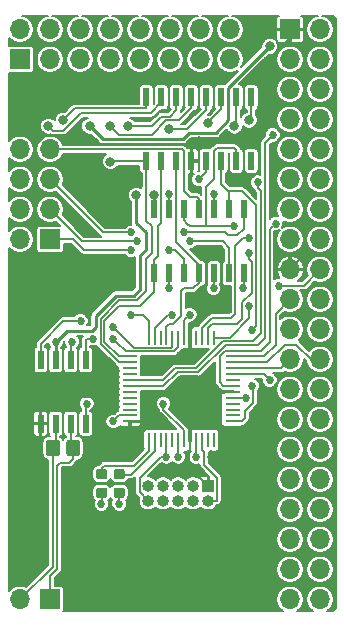
<source format=gtl>
G04 #@! TF.GenerationSoftware,KiCad,Pcbnew,5.0.0-rc2-unknown-dd436b6~65~ubuntu18.04.1*
G04 #@! TF.CreationDate,2018-06-27T22:19:06+02:00*
G04 #@! TF.ProjectId,raspi3-4xWS2812-lvds,7261737069332D34785753323831322D,rev?*
G04 #@! TF.SameCoordinates,Original*
G04 #@! TF.FileFunction,Copper,L1,Top,Signal*
G04 #@! TF.FilePolarity,Positive*
%FSLAX46Y46*%
G04 Gerber Fmt 4.6, Leading zero omitted, Abs format (unit mm)*
G04 Created by KiCad (PCBNEW 5.0.0-rc2-unknown-dd436b6~65~ubuntu18.04.1) date Wed Jun 27 22:19:06 2018*
%MOMM*%
%LPD*%
G01*
G04 APERTURE LIST*
G04 #@! TA.AperFunction,ComponentPad*
%ADD10R,1.000000X1.000000*%
G04 #@! TD*
G04 #@! TA.AperFunction,ComponentPad*
%ADD11O,1.000000X1.000000*%
G04 #@! TD*
G04 #@! TA.AperFunction,ComponentPad*
%ADD12R,1.700000X1.700000*%
G04 #@! TD*
G04 #@! TA.AperFunction,ComponentPad*
%ADD13O,1.700000X1.700000*%
G04 #@! TD*
G04 #@! TA.AperFunction,SMDPad,CuDef*
%ADD14R,0.600000X1.500000*%
G04 #@! TD*
G04 #@! TA.AperFunction,Conductor*
%ADD15C,0.100000*%
G04 #@! TD*
G04 #@! TA.AperFunction,SMDPad,CuDef*
%ADD16C,0.875000*%
G04 #@! TD*
G04 #@! TA.AperFunction,SMDPad,CuDef*
%ADD17C,1.150000*%
G04 #@! TD*
G04 #@! TA.AperFunction,SMDPad,CuDef*
%ADD18R,1.300000X0.250000*%
G04 #@! TD*
G04 #@! TA.AperFunction,SMDPad,CuDef*
%ADD19R,0.250000X1.300000*%
G04 #@! TD*
G04 #@! TA.AperFunction,SMDPad,CuDef*
%ADD20R,0.600000X1.550000*%
G04 #@! TD*
G04 #@! TA.AperFunction,ViaPad*
%ADD21C,0.685800*%
G04 #@! TD*
G04 #@! TA.AperFunction,ViaPad*
%ADD22C,0.800000*%
G04 #@! TD*
G04 #@! TA.AperFunction,Conductor*
%ADD23C,0.152400*%
G04 #@! TD*
G04 #@! TA.AperFunction,Conductor*
%ADD24C,0.250000*%
G04 #@! TD*
G04 #@! TA.AperFunction,Conductor*
%ADD25C,0.127000*%
G04 #@! TD*
G04 APERTURE END LIST*
D10*
G04 #@! TO.P,J1,1*
G04 #@! TO.N,+3V3*
X102300000Y-90700000D03*
D11*
G04 #@! TO.P,J1,2*
G04 #@! TO.N,SWDIO*
X102300000Y-91970000D03*
G04 #@! TO.P,J1,3*
G04 #@! TO.N,GND*
X101030000Y-90700000D03*
G04 #@! TO.P,J1,4*
G04 #@! TO.N,SWCLK*
X101030000Y-91970000D03*
G04 #@! TO.P,J1,5*
G04 #@! TO.N,GND*
X99760000Y-90700000D03*
G04 #@! TO.P,J1,6*
G04 #@! TO.N,Net-(J1-Pad6)*
X99760000Y-91970000D03*
G04 #@! TO.P,J1,7*
G04 #@! TO.N,Net-(J1-Pad7)*
X98490000Y-90700000D03*
G04 #@! TO.P,J1,8*
G04 #@! TO.N,Net-(J1-Pad8)*
X98490000Y-91970000D03*
G04 #@! TO.P,J1,9*
G04 #@! TO.N,GND*
X97220000Y-90700000D03*
G04 #@! TO.P,J1,10*
G04 #@! TO.N,NRST*
X97220000Y-91970000D03*
G04 #@! TD*
D12*
G04 #@! TO.P,J3,1*
G04 #@! TO.N,Net-(J3-Pad1)*
X86360000Y-54610000D03*
D13*
G04 #@! TO.P,J3,2*
G04 #@! TO.N,GND*
X86360000Y-52070000D03*
G04 #@! TO.P,J3,3*
G04 #@! TO.N,Net-(J3-Pad3)*
X88900000Y-54610000D03*
G04 #@! TO.P,J3,4*
G04 #@! TO.N,GND*
X88900000Y-52070000D03*
G04 #@! TO.P,J3,5*
G04 #@! TO.N,Net-(J3-Pad5)*
X91440000Y-54610000D03*
G04 #@! TO.P,J3,6*
G04 #@! TO.N,GND*
X91440000Y-52070000D03*
G04 #@! TO.P,J3,7*
G04 #@! TO.N,Net-(J3-Pad7)*
X93980000Y-54610000D03*
G04 #@! TO.P,J3,8*
G04 #@! TO.N,GND*
X93980000Y-52070000D03*
G04 #@! TO.P,J3,9*
G04 #@! TO.N,Net-(J3-Pad9)*
X96520000Y-54610000D03*
G04 #@! TO.P,J3,10*
G04 #@! TO.N,GND*
X96520000Y-52070000D03*
G04 #@! TO.P,J3,11*
G04 #@! TO.N,Net-(J3-Pad11)*
X99060000Y-54610000D03*
G04 #@! TO.P,J3,12*
G04 #@! TO.N,GND*
X99060000Y-52070000D03*
G04 #@! TO.P,J3,13*
G04 #@! TO.N,Net-(J3-Pad13)*
X101600000Y-54610000D03*
G04 #@! TO.P,J3,14*
G04 #@! TO.N,GND*
X101600000Y-52070000D03*
G04 #@! TO.P,J3,15*
G04 #@! TO.N,Net-(J3-Pad15)*
X104140000Y-54610000D03*
G04 #@! TO.P,J3,16*
G04 #@! TO.N,GND*
X104140000Y-52070000D03*
G04 #@! TD*
D14*
G04 #@! TO.P,U4,1*
G04 #@! TO.N,SPI3_MOSI*
X97690000Y-72700000D03*
G04 #@! TO.P,U4,2*
G04 #@! TO.N,GND*
X98960000Y-72700000D03*
G04 #@! TO.P,U4,3*
G04 #@! TO.N,Net-(J4-Pad1)*
X100230000Y-72700000D03*
G04 #@! TO.P,U4,4*
G04 #@! TO.N,SPI2_MOSI*
X101500000Y-72700000D03*
G04 #@! TO.P,U4,5*
G04 #@! TO.N,GND*
X102770000Y-72700000D03*
G04 #@! TO.P,U4,6*
G04 #@! TO.N,Net-(J4-Pad3)*
X104040000Y-72700000D03*
G04 #@! TO.P,U4,7*
G04 #@! TO.N,GND*
X105310000Y-72700000D03*
G04 #@! TO.P,U4,8*
G04 #@! TO.N,Net-(J4-Pad5)*
X105310000Y-67300000D03*
G04 #@! TO.P,U4,9*
G04 #@! TO.N,SPI1_MOSI*
X104040000Y-67300000D03*
G04 #@! TO.P,U4,10*
G04 #@! TO.N,GND*
X102770000Y-67300000D03*
G04 #@! TO.P,U4,11*
G04 #@! TO.N,Net-(J4-Pad7)*
X101500000Y-67300000D03*
G04 #@! TO.P,U4,12*
G04 #@! TO.N,SPI4_MOSI*
X100230000Y-67300000D03*
G04 #@! TO.P,U4,13*
G04 #@! TO.N,GND*
X98960000Y-67300000D03*
G04 #@! TO.P,U4,14*
G04 #@! TO.N,+5V*
X97690000Y-67300000D03*
G04 #@! TD*
D15*
G04 #@! TO.N,LED0*
G04 #@! TO.C,D1*
G36*
X93555691Y-89276053D02*
X93576926Y-89279203D01*
X93597750Y-89284419D01*
X93617962Y-89291651D01*
X93637368Y-89300830D01*
X93655781Y-89311866D01*
X93673024Y-89324654D01*
X93688930Y-89339070D01*
X93703346Y-89354976D01*
X93716134Y-89372219D01*
X93727170Y-89390632D01*
X93736349Y-89410038D01*
X93743581Y-89430250D01*
X93748797Y-89451074D01*
X93751947Y-89472309D01*
X93753000Y-89493750D01*
X93753000Y-89931250D01*
X93751947Y-89952691D01*
X93748797Y-89973926D01*
X93743581Y-89994750D01*
X93736349Y-90014962D01*
X93727170Y-90034368D01*
X93716134Y-90052781D01*
X93703346Y-90070024D01*
X93688930Y-90085930D01*
X93673024Y-90100346D01*
X93655781Y-90113134D01*
X93637368Y-90124170D01*
X93617962Y-90133349D01*
X93597750Y-90140581D01*
X93576926Y-90145797D01*
X93555691Y-90148947D01*
X93534250Y-90150000D01*
X93021750Y-90150000D01*
X93000309Y-90148947D01*
X92979074Y-90145797D01*
X92958250Y-90140581D01*
X92938038Y-90133349D01*
X92918632Y-90124170D01*
X92900219Y-90113134D01*
X92882976Y-90100346D01*
X92867070Y-90085930D01*
X92852654Y-90070024D01*
X92839866Y-90052781D01*
X92828830Y-90034368D01*
X92819651Y-90014962D01*
X92812419Y-89994750D01*
X92807203Y-89973926D01*
X92804053Y-89952691D01*
X92803000Y-89931250D01*
X92803000Y-89493750D01*
X92804053Y-89472309D01*
X92807203Y-89451074D01*
X92812419Y-89430250D01*
X92819651Y-89410038D01*
X92828830Y-89390632D01*
X92839866Y-89372219D01*
X92852654Y-89354976D01*
X92867070Y-89339070D01*
X92882976Y-89324654D01*
X92900219Y-89311866D01*
X92918632Y-89300830D01*
X92938038Y-89291651D01*
X92958250Y-89284419D01*
X92979074Y-89279203D01*
X93000309Y-89276053D01*
X93021750Y-89275000D01*
X93534250Y-89275000D01*
X93555691Y-89276053D01*
X93555691Y-89276053D01*
G37*
D16*
G04 #@! TD*
G04 #@! TO.P,D1,1*
G04 #@! TO.N,LED0*
X93278000Y-89712500D03*
D15*
G04 #@! TO.N,Net-(D1-Pad2)*
G04 #@! TO.C,D1*
G36*
X93555691Y-90851053D02*
X93576926Y-90854203D01*
X93597750Y-90859419D01*
X93617962Y-90866651D01*
X93637368Y-90875830D01*
X93655781Y-90886866D01*
X93673024Y-90899654D01*
X93688930Y-90914070D01*
X93703346Y-90929976D01*
X93716134Y-90947219D01*
X93727170Y-90965632D01*
X93736349Y-90985038D01*
X93743581Y-91005250D01*
X93748797Y-91026074D01*
X93751947Y-91047309D01*
X93753000Y-91068750D01*
X93753000Y-91506250D01*
X93751947Y-91527691D01*
X93748797Y-91548926D01*
X93743581Y-91569750D01*
X93736349Y-91589962D01*
X93727170Y-91609368D01*
X93716134Y-91627781D01*
X93703346Y-91645024D01*
X93688930Y-91660930D01*
X93673024Y-91675346D01*
X93655781Y-91688134D01*
X93637368Y-91699170D01*
X93617962Y-91708349D01*
X93597750Y-91715581D01*
X93576926Y-91720797D01*
X93555691Y-91723947D01*
X93534250Y-91725000D01*
X93021750Y-91725000D01*
X93000309Y-91723947D01*
X92979074Y-91720797D01*
X92958250Y-91715581D01*
X92938038Y-91708349D01*
X92918632Y-91699170D01*
X92900219Y-91688134D01*
X92882976Y-91675346D01*
X92867070Y-91660930D01*
X92852654Y-91645024D01*
X92839866Y-91627781D01*
X92828830Y-91609368D01*
X92819651Y-91589962D01*
X92812419Y-91569750D01*
X92807203Y-91548926D01*
X92804053Y-91527691D01*
X92803000Y-91506250D01*
X92803000Y-91068750D01*
X92804053Y-91047309D01*
X92807203Y-91026074D01*
X92812419Y-91005250D01*
X92819651Y-90985038D01*
X92828830Y-90965632D01*
X92839866Y-90947219D01*
X92852654Y-90929976D01*
X92867070Y-90914070D01*
X92882976Y-90899654D01*
X92900219Y-90886866D01*
X92918632Y-90875830D01*
X92938038Y-90866651D01*
X92958250Y-90859419D01*
X92979074Y-90854203D01*
X93000309Y-90851053D01*
X93021750Y-90850000D01*
X93534250Y-90850000D01*
X93555691Y-90851053D01*
X93555691Y-90851053D01*
G37*
D16*
G04 #@! TD*
G04 #@! TO.P,D1,2*
G04 #@! TO.N,Net-(D1-Pad2)*
X93278000Y-91287500D03*
D15*
G04 #@! TO.N,Net-(D2-Pad2)*
G04 #@! TO.C,D2*
G36*
X95027691Y-90851053D02*
X95048926Y-90854203D01*
X95069750Y-90859419D01*
X95089962Y-90866651D01*
X95109368Y-90875830D01*
X95127781Y-90886866D01*
X95145024Y-90899654D01*
X95160930Y-90914070D01*
X95175346Y-90929976D01*
X95188134Y-90947219D01*
X95199170Y-90965632D01*
X95208349Y-90985038D01*
X95215581Y-91005250D01*
X95220797Y-91026074D01*
X95223947Y-91047309D01*
X95225000Y-91068750D01*
X95225000Y-91506250D01*
X95223947Y-91527691D01*
X95220797Y-91548926D01*
X95215581Y-91569750D01*
X95208349Y-91589962D01*
X95199170Y-91609368D01*
X95188134Y-91627781D01*
X95175346Y-91645024D01*
X95160930Y-91660930D01*
X95145024Y-91675346D01*
X95127781Y-91688134D01*
X95109368Y-91699170D01*
X95089962Y-91708349D01*
X95069750Y-91715581D01*
X95048926Y-91720797D01*
X95027691Y-91723947D01*
X95006250Y-91725000D01*
X94493750Y-91725000D01*
X94472309Y-91723947D01*
X94451074Y-91720797D01*
X94430250Y-91715581D01*
X94410038Y-91708349D01*
X94390632Y-91699170D01*
X94372219Y-91688134D01*
X94354976Y-91675346D01*
X94339070Y-91660930D01*
X94324654Y-91645024D01*
X94311866Y-91627781D01*
X94300830Y-91609368D01*
X94291651Y-91589962D01*
X94284419Y-91569750D01*
X94279203Y-91548926D01*
X94276053Y-91527691D01*
X94275000Y-91506250D01*
X94275000Y-91068750D01*
X94276053Y-91047309D01*
X94279203Y-91026074D01*
X94284419Y-91005250D01*
X94291651Y-90985038D01*
X94300830Y-90965632D01*
X94311866Y-90947219D01*
X94324654Y-90929976D01*
X94339070Y-90914070D01*
X94354976Y-90899654D01*
X94372219Y-90886866D01*
X94390632Y-90875830D01*
X94410038Y-90866651D01*
X94430250Y-90859419D01*
X94451074Y-90854203D01*
X94472309Y-90851053D01*
X94493750Y-90850000D01*
X95006250Y-90850000D01*
X95027691Y-90851053D01*
X95027691Y-90851053D01*
G37*
D16*
G04 #@! TD*
G04 #@! TO.P,D2,2*
G04 #@! TO.N,Net-(D2-Pad2)*
X94750000Y-91287500D03*
D15*
G04 #@! TO.N,LED1*
G04 #@! TO.C,D2*
G36*
X95027691Y-89276053D02*
X95048926Y-89279203D01*
X95069750Y-89284419D01*
X95089962Y-89291651D01*
X95109368Y-89300830D01*
X95127781Y-89311866D01*
X95145024Y-89324654D01*
X95160930Y-89339070D01*
X95175346Y-89354976D01*
X95188134Y-89372219D01*
X95199170Y-89390632D01*
X95208349Y-89410038D01*
X95215581Y-89430250D01*
X95220797Y-89451074D01*
X95223947Y-89472309D01*
X95225000Y-89493750D01*
X95225000Y-89931250D01*
X95223947Y-89952691D01*
X95220797Y-89973926D01*
X95215581Y-89994750D01*
X95208349Y-90014962D01*
X95199170Y-90034368D01*
X95188134Y-90052781D01*
X95175346Y-90070024D01*
X95160930Y-90085930D01*
X95145024Y-90100346D01*
X95127781Y-90113134D01*
X95109368Y-90124170D01*
X95089962Y-90133349D01*
X95069750Y-90140581D01*
X95048926Y-90145797D01*
X95027691Y-90148947D01*
X95006250Y-90150000D01*
X94493750Y-90150000D01*
X94472309Y-90148947D01*
X94451074Y-90145797D01*
X94430250Y-90140581D01*
X94410038Y-90133349D01*
X94390632Y-90124170D01*
X94372219Y-90113134D01*
X94354976Y-90100346D01*
X94339070Y-90085930D01*
X94324654Y-90070024D01*
X94311866Y-90052781D01*
X94300830Y-90034368D01*
X94291651Y-90014962D01*
X94284419Y-89994750D01*
X94279203Y-89973926D01*
X94276053Y-89952691D01*
X94275000Y-89931250D01*
X94275000Y-89493750D01*
X94276053Y-89472309D01*
X94279203Y-89451074D01*
X94284419Y-89430250D01*
X94291651Y-89410038D01*
X94300830Y-89390632D01*
X94311866Y-89372219D01*
X94324654Y-89354976D01*
X94339070Y-89339070D01*
X94354976Y-89324654D01*
X94372219Y-89311866D01*
X94390632Y-89300830D01*
X94410038Y-89291651D01*
X94430250Y-89284419D01*
X94451074Y-89279203D01*
X94472309Y-89276053D01*
X94493750Y-89275000D01*
X95006250Y-89275000D01*
X95027691Y-89276053D01*
X95027691Y-89276053D01*
G37*
D16*
G04 #@! TD*
G04 #@! TO.P,D2,1*
G04 #@! TO.N,LED1*
X94750000Y-89712500D03*
D12*
G04 #@! TO.P,J2,1*
G04 #@! TO.N,+3V3*
X109220000Y-52070000D03*
D13*
G04 #@! TO.P,J2,2*
G04 #@! TO.N,+5V*
X111760000Y-52070000D03*
G04 #@! TO.P,J2,3*
G04 #@! TO.N,Net-(J2-Pad3)*
X109220000Y-54610000D03*
G04 #@! TO.P,J2,4*
G04 #@! TO.N,+5V*
X111760000Y-54610000D03*
G04 #@! TO.P,J2,5*
G04 #@! TO.N,Net-(J2-Pad5)*
X109220000Y-57150000D03*
G04 #@! TO.P,J2,6*
G04 #@! TO.N,GND*
X111760000Y-57150000D03*
G04 #@! TO.P,J2,7*
G04 #@! TO.N,Net-(J2-Pad7)*
X109220000Y-59690000D03*
G04 #@! TO.P,J2,8*
G04 #@! TO.N,UART5_RX*
X111760000Y-59690000D03*
G04 #@! TO.P,J2,9*
G04 #@! TO.N,GND*
X109220000Y-62230000D03*
G04 #@! TO.P,J2,10*
G04 #@! TO.N,UART5_TX*
X111760000Y-62230000D03*
G04 #@! TO.P,J2,11*
G04 #@! TO.N,Net-(J2-Pad11)*
X109220000Y-64770000D03*
G04 #@! TO.P,J2,12*
G04 #@! TO.N,Net-(J2-Pad12)*
X111760000Y-64770000D03*
G04 #@! TO.P,J2,13*
G04 #@! TO.N,Net-(J2-Pad13)*
X109220000Y-67310000D03*
G04 #@! TO.P,J2,14*
G04 #@! TO.N,GND*
X111760000Y-67310000D03*
G04 #@! TO.P,J2,15*
G04 #@! TO.N,GPIO_A01*
X109220000Y-69850000D03*
G04 #@! TO.P,J2,16*
G04 #@! TO.N,GPIO_A02*
X111760000Y-69850000D03*
G04 #@! TO.P,J2,17*
G04 #@! TO.N,+3V3*
X109220000Y-72390000D03*
G04 #@! TO.P,J2,18*
G04 #@! TO.N,GPIO_A03*
X111760000Y-72390000D03*
G04 #@! TO.P,J2,19*
G04 #@! TO.N,SPI0_MOSI*
X109220000Y-74930000D03*
G04 #@! TO.P,J2,20*
G04 #@! TO.N,GND*
X111760000Y-74930000D03*
G04 #@! TO.P,J2,21*
G04 #@! TO.N,SPI0_MISO*
X109220000Y-77470000D03*
G04 #@! TO.P,J2,22*
G04 #@! TO.N,Net-(J2-Pad22)*
X111760000Y-77470000D03*
G04 #@! TO.P,J2,23*
G04 #@! TO.N,SPI0_SCK*
X109220000Y-80010000D03*
G04 #@! TO.P,J2,24*
G04 #@! TO.N,SPI0_CS*
X111760000Y-80010000D03*
G04 #@! TO.P,J2,25*
G04 #@! TO.N,GND*
X109220000Y-82550000D03*
G04 #@! TO.P,J2,26*
G04 #@! TO.N,Net-(J2-Pad26)*
X111760000Y-82550000D03*
G04 #@! TO.P,J2,27*
G04 #@! TO.N,Net-(J2-Pad27)*
X109220000Y-85090000D03*
G04 #@! TO.P,J2,28*
G04 #@! TO.N,Net-(J2-Pad28)*
X111760000Y-85090000D03*
G04 #@! TO.P,J2,29*
G04 #@! TO.N,Net-(J2-Pad29)*
X109220000Y-87630000D03*
G04 #@! TO.P,J2,30*
G04 #@! TO.N,GND*
X111760000Y-87630000D03*
G04 #@! TO.P,J2,31*
G04 #@! TO.N,Net-(J2-Pad31)*
X109220000Y-90170000D03*
G04 #@! TO.P,J2,32*
G04 #@! TO.N,Net-(J2-Pad32)*
X111760000Y-90170000D03*
G04 #@! TO.P,J2,33*
G04 #@! TO.N,Net-(J2-Pad33)*
X109220000Y-92710000D03*
G04 #@! TO.P,J2,34*
G04 #@! TO.N,GND*
X111760000Y-92710000D03*
G04 #@! TO.P,J2,35*
G04 #@! TO.N,Net-(J2-Pad35)*
X109220000Y-95250000D03*
G04 #@! TO.P,J2,36*
G04 #@! TO.N,Net-(J2-Pad36)*
X111760000Y-95250000D03*
G04 #@! TO.P,J2,37*
G04 #@! TO.N,Net-(J2-Pad37)*
X109220000Y-97790000D03*
G04 #@! TO.P,J2,38*
G04 #@! TO.N,Net-(J2-Pad38)*
X111760000Y-97790000D03*
G04 #@! TO.P,J2,39*
G04 #@! TO.N,GND*
X109220000Y-100330000D03*
G04 #@! TO.P,J2,40*
G04 #@! TO.N,Net-(J2-Pad40)*
X111760000Y-100330000D03*
G04 #@! TD*
D12*
G04 #@! TO.P,J4,1*
G04 #@! TO.N,Net-(J4-Pad1)*
X88900000Y-69850000D03*
D13*
G04 #@! TO.P,J4,2*
G04 #@! TO.N,GND*
X86360000Y-69850000D03*
G04 #@! TO.P,J4,3*
G04 #@! TO.N,Net-(J4-Pad3)*
X88900000Y-67310000D03*
G04 #@! TO.P,J4,4*
G04 #@! TO.N,GND*
X86360000Y-67310000D03*
G04 #@! TO.P,J4,5*
G04 #@! TO.N,Net-(J4-Pad5)*
X88900000Y-64770000D03*
G04 #@! TO.P,J4,6*
G04 #@! TO.N,GND*
X86360000Y-64770000D03*
G04 #@! TO.P,J4,7*
G04 #@! TO.N,Net-(J4-Pad7)*
X88900000Y-62230000D03*
G04 #@! TO.P,J4,8*
G04 #@! TO.N,GND*
X86360000Y-62230000D03*
G04 #@! TD*
D12*
G04 #@! TO.P,J5,1*
G04 #@! TO.N,Net-(J5-Pad1)*
X88900000Y-100330000D03*
D13*
G04 #@! TO.P,J5,2*
G04 #@! TO.N,Net-(J5-Pad2)*
X86360000Y-100330000D03*
G04 #@! TD*
D15*
G04 #@! TO.N,Net-(J5-Pad1)*
G04 #@! TO.C,R14*
G36*
X91199505Y-86801204D02*
X91223773Y-86804804D01*
X91247572Y-86810765D01*
X91270671Y-86819030D01*
X91292850Y-86829520D01*
X91313893Y-86842132D01*
X91333599Y-86856747D01*
X91351777Y-86873223D01*
X91368253Y-86891401D01*
X91382868Y-86911107D01*
X91395480Y-86932150D01*
X91405970Y-86954329D01*
X91414235Y-86977428D01*
X91420196Y-87001227D01*
X91423796Y-87025495D01*
X91425000Y-87049999D01*
X91425000Y-87950001D01*
X91423796Y-87974505D01*
X91420196Y-87998773D01*
X91414235Y-88022572D01*
X91405970Y-88045671D01*
X91395480Y-88067850D01*
X91382868Y-88088893D01*
X91368253Y-88108599D01*
X91351777Y-88126777D01*
X91333599Y-88143253D01*
X91313893Y-88157868D01*
X91292850Y-88170480D01*
X91270671Y-88180970D01*
X91247572Y-88189235D01*
X91223773Y-88195196D01*
X91199505Y-88198796D01*
X91175001Y-88200000D01*
X90524999Y-88200000D01*
X90500495Y-88198796D01*
X90476227Y-88195196D01*
X90452428Y-88189235D01*
X90429329Y-88180970D01*
X90407150Y-88170480D01*
X90386107Y-88157868D01*
X90366401Y-88143253D01*
X90348223Y-88126777D01*
X90331747Y-88108599D01*
X90317132Y-88088893D01*
X90304520Y-88067850D01*
X90294030Y-88045671D01*
X90285765Y-88022572D01*
X90279804Y-87998773D01*
X90276204Y-87974505D01*
X90275000Y-87950001D01*
X90275000Y-87049999D01*
X90276204Y-87025495D01*
X90279804Y-87001227D01*
X90285765Y-86977428D01*
X90294030Y-86954329D01*
X90304520Y-86932150D01*
X90317132Y-86911107D01*
X90331747Y-86891401D01*
X90348223Y-86873223D01*
X90366401Y-86856747D01*
X90386107Y-86842132D01*
X90407150Y-86829520D01*
X90429329Y-86819030D01*
X90452428Y-86810765D01*
X90476227Y-86804804D01*
X90500495Y-86801204D01*
X90524999Y-86800000D01*
X91175001Y-86800000D01*
X91199505Y-86801204D01*
X91199505Y-86801204D01*
G37*
D17*
G04 #@! TD*
G04 #@! TO.P,R14,1*
G04 #@! TO.N,Net-(J5-Pad1)*
X90850000Y-87500000D03*
D15*
G04 #@! TO.N,Net-(J5-Pad2)*
G04 #@! TO.C,R14*
G36*
X89499505Y-86801204D02*
X89523773Y-86804804D01*
X89547572Y-86810765D01*
X89570671Y-86819030D01*
X89592850Y-86829520D01*
X89613893Y-86842132D01*
X89633599Y-86856747D01*
X89651777Y-86873223D01*
X89668253Y-86891401D01*
X89682868Y-86911107D01*
X89695480Y-86932150D01*
X89705970Y-86954329D01*
X89714235Y-86977428D01*
X89720196Y-87001227D01*
X89723796Y-87025495D01*
X89725000Y-87049999D01*
X89725000Y-87950001D01*
X89723796Y-87974505D01*
X89720196Y-87998773D01*
X89714235Y-88022572D01*
X89705970Y-88045671D01*
X89695480Y-88067850D01*
X89682868Y-88088893D01*
X89668253Y-88108599D01*
X89651777Y-88126777D01*
X89633599Y-88143253D01*
X89613893Y-88157868D01*
X89592850Y-88170480D01*
X89570671Y-88180970D01*
X89547572Y-88189235D01*
X89523773Y-88195196D01*
X89499505Y-88198796D01*
X89475001Y-88200000D01*
X88824999Y-88200000D01*
X88800495Y-88198796D01*
X88776227Y-88195196D01*
X88752428Y-88189235D01*
X88729329Y-88180970D01*
X88707150Y-88170480D01*
X88686107Y-88157868D01*
X88666401Y-88143253D01*
X88648223Y-88126777D01*
X88631747Y-88108599D01*
X88617132Y-88088893D01*
X88604520Y-88067850D01*
X88594030Y-88045671D01*
X88585765Y-88022572D01*
X88579804Y-87998773D01*
X88576204Y-87974505D01*
X88575000Y-87950001D01*
X88575000Y-87049999D01*
X88576204Y-87025495D01*
X88579804Y-87001227D01*
X88585765Y-86977428D01*
X88594030Y-86954329D01*
X88604520Y-86932150D01*
X88617132Y-86911107D01*
X88631747Y-86891401D01*
X88648223Y-86873223D01*
X88666401Y-86856747D01*
X88686107Y-86842132D01*
X88707150Y-86829520D01*
X88729329Y-86819030D01*
X88752428Y-86810765D01*
X88776227Y-86804804D01*
X88800495Y-86801204D01*
X88824999Y-86800000D01*
X89475001Y-86800000D01*
X89499505Y-86801204D01*
X89499505Y-86801204D01*
G37*
D17*
G04 #@! TD*
G04 #@! TO.P,R14,2*
G04 #@! TO.N,Net-(J5-Pad2)*
X89150000Y-87500000D03*
D18*
G04 #@! TO.P,U1,1*
G04 #@! TO.N,SPI1_MOSI*
X104350000Y-85250000D03*
G04 #@! TO.P,U1,2*
G04 #@! TO.N,Net-(U1-Pad2)*
X104350000Y-84750000D03*
G04 #@! TO.P,U1,3*
G04 #@! TO.N,Net-(U1-Pad3)*
X104350000Y-84250000D03*
G04 #@! TO.P,U1,4*
G04 #@! TO.N,Net-(U1-Pad4)*
X104350000Y-83750000D03*
G04 #@! TO.P,U1,5*
G04 #@! TO.N,GND*
X104350000Y-83250000D03*
G04 #@! TO.P,U1,6*
G04 #@! TO.N,+3V3*
X104350000Y-82750000D03*
G04 #@! TO.P,U1,7*
G04 #@! TO.N,SPI4_MOSI*
X104350000Y-82250000D03*
G04 #@! TO.P,U1,8*
G04 #@! TO.N,Net-(U1-Pad8)*
X104350000Y-81750000D03*
G04 #@! TO.P,U1,9*
G04 #@! TO.N,SPI0_MISO*
X104350000Y-81250000D03*
G04 #@! TO.P,U1,10*
G04 #@! TO.N,SPI0_SCK*
X104350000Y-80750000D03*
G04 #@! TO.P,U1,11*
G04 #@! TO.N,SPI0_CS*
X104350000Y-80250000D03*
G04 #@! TO.P,U1,12*
G04 #@! TO.N,SPI0_MOSI*
X104350000Y-79750000D03*
D19*
G04 #@! TO.P,U1,13*
G04 #@! TO.N,GPIO_A03*
X102750000Y-78150000D03*
G04 #@! TO.P,U1,14*
G04 #@! TO.N,GPIO_A02*
X102250000Y-78150000D03*
G04 #@! TO.P,U1,15*
G04 #@! TO.N,GPIO_A01*
X101750000Y-78150000D03*
G04 #@! TO.P,U1,16*
G04 #@! TO.N,Net-(U1-Pad16)*
X101250000Y-78150000D03*
G04 #@! TO.P,U1,17*
G04 #@! TO.N,+3V3*
X100750000Y-78150000D03*
G04 #@! TO.P,U1,18*
G04 #@! TO.N,GND*
X100250000Y-78150000D03*
G04 #@! TO.P,U1,19*
G04 #@! TO.N,CAN0_TX*
X99750000Y-78150000D03*
G04 #@! TO.P,U1,20*
G04 #@! TO.N,CAN0_RX*
X99250000Y-78150000D03*
G04 #@! TO.P,U1,21*
G04 #@! TO.N,SPI2_MOSI*
X98750000Y-78150000D03*
G04 #@! TO.P,U1,22*
G04 #@! TO.N,Net-(U1-Pad22)*
X98250000Y-78150000D03*
G04 #@! TO.P,U1,23*
G04 #@! TO.N,Net-(C1-Pad1)*
X97750000Y-78150000D03*
G04 #@! TO.P,U1,24*
G04 #@! TO.N,Net-(C2-Pad1)*
X97250000Y-78150000D03*
D18*
G04 #@! TO.P,U1,25*
G04 #@! TO.N,SPI3_MOSI*
X95650000Y-79750000D03*
G04 #@! TO.P,U1,26*
G04 #@! TO.N,LVDS_EN*
X95650000Y-80250000D03*
G04 #@! TO.P,U1,27*
G04 #@! TO.N,Net-(U1-Pad27)*
X95650000Y-80750000D03*
G04 #@! TO.P,U1,28*
G04 #@! TO.N,Net-(U1-Pad28)*
X95650000Y-81250000D03*
G04 #@! TO.P,U1,29*
G04 #@! TO.N,UART5_TX*
X95650000Y-81750000D03*
G04 #@! TO.P,U1,30*
G04 #@! TO.N,UART5_RX*
X95650000Y-82250000D03*
G04 #@! TO.P,U1,31*
G04 #@! TO.N,Net-(U1-Pad31)*
X95650000Y-82750000D03*
G04 #@! TO.P,U1,32*
G04 #@! TO.N,Net-(U1-Pad32)*
X95650000Y-83250000D03*
G04 #@! TO.P,U1,33*
G04 #@! TO.N,Net-(U1-Pad33)*
X95650000Y-83750000D03*
G04 #@! TO.P,U1,34*
G04 #@! TO.N,Net-(U1-Pad34)*
X95650000Y-84250000D03*
G04 #@! TO.P,U1,35*
G04 #@! TO.N,GND*
X95650000Y-84750000D03*
G04 #@! TO.P,U1,36*
G04 #@! TO.N,+3V3*
X95650000Y-85250000D03*
D19*
G04 #@! TO.P,U1,37*
G04 #@! TO.N,LED0*
X97250000Y-86850000D03*
G04 #@! TO.P,U1,38*
G04 #@! TO.N,LED1*
X97750000Y-86850000D03*
G04 #@! TO.P,U1,39*
G04 #@! TO.N,Net-(U1-Pad39)*
X98250000Y-86850000D03*
G04 #@! TO.P,U1,40*
G04 #@! TO.N,NRST*
X98750000Y-86850000D03*
G04 #@! TO.P,U1,41*
G04 #@! TO.N,Net-(U1-Pad41)*
X99250000Y-86850000D03*
G04 #@! TO.P,U1,42*
G04 #@! TO.N,GND*
X99750000Y-86850000D03*
G04 #@! TO.P,U1,43*
G04 #@! TO.N,Net-(C3-Pad1)*
X100250000Y-86850000D03*
G04 #@! TO.P,U1,44*
G04 #@! TO.N,+3V3*
X100750000Y-86850000D03*
G04 #@! TO.P,U1,45*
G04 #@! TO.N,SWCLK*
X101250000Y-86850000D03*
G04 #@! TO.P,U1,46*
G04 #@! TO.N,SWDIO*
X101750000Y-86850000D03*
G04 #@! TO.P,U1,47*
G04 #@! TO.N,Net-(U1-Pad47)*
X102250000Y-86850000D03*
G04 #@! TO.P,U1,48*
G04 #@! TO.N,Net-(U1-Pad48)*
X102750000Y-86850000D03*
G04 #@! TD*
D14*
G04 #@! TO.P,U2,1*
G04 #@! TO.N,LVDS_EN*
X97055000Y-63200000D03*
G04 #@! TO.P,U2,2*
G04 #@! TO.N,SPI3_MOSI*
X98325000Y-63200000D03*
G04 #@! TO.P,U2,3*
G04 #@! TO.N,SPI2_MOSI*
X99595000Y-63200000D03*
G04 #@! TO.P,U2,4*
G04 #@! TO.N,+3V3*
X100865000Y-63200000D03*
G04 #@! TO.P,U2,5*
G04 #@! TO.N,GND*
X102135000Y-63200000D03*
G04 #@! TO.P,U2,6*
G04 #@! TO.N,SPI1_MOSI*
X103405000Y-63200000D03*
G04 #@! TO.P,U2,7*
G04 #@! TO.N,SPI4_MOSI*
X104675000Y-63200000D03*
G04 #@! TO.P,U2,8*
G04 #@! TO.N,Net-(U2-Pad8)*
X105945000Y-63200000D03*
G04 #@! TO.P,U2,9*
G04 #@! TO.N,Net-(R13-Pad2)*
X105945000Y-57800000D03*
G04 #@! TO.P,U2,10*
G04 #@! TO.N,Net-(R12-Pad2)*
X104675000Y-57800000D03*
G04 #@! TO.P,U2,11*
G04 #@! TO.N,Net-(R10-Pad2)*
X103405000Y-57800000D03*
G04 #@! TO.P,U2,12*
G04 #@! TO.N,Net-(R11-Pad2)*
X102135000Y-57800000D03*
G04 #@! TO.P,U2,13*
G04 #@! TO.N,Net-(R9-Pad2)*
X100865000Y-57800000D03*
G04 #@! TO.P,U2,14*
G04 #@! TO.N,Net-(R8-Pad2)*
X99595000Y-57800000D03*
G04 #@! TO.P,U2,15*
G04 #@! TO.N,Net-(R6-Pad2)*
X98325000Y-57800000D03*
G04 #@! TO.P,U2,16*
G04 #@! TO.N,Net-(R7-Pad2)*
X97055000Y-57800000D03*
G04 #@! TD*
D20*
G04 #@! TO.P,U3,1*
G04 #@! TO.N,CAN0_TX*
X91905000Y-80050000D03*
G04 #@! TO.P,U3,2*
G04 #@! TO.N,GND*
X90635000Y-80050000D03*
G04 #@! TO.P,U3,3*
G04 #@! TO.N,+5V*
X89365000Y-80050000D03*
G04 #@! TO.P,U3,4*
G04 #@! TO.N,CAN0_RX*
X88095000Y-80050000D03*
G04 #@! TO.P,U3,5*
G04 #@! TO.N,+3V3*
X88095000Y-85450000D03*
G04 #@! TO.P,U3,6*
G04 #@! TO.N,Net-(J5-Pad2)*
X89365000Y-85450000D03*
G04 #@! TO.P,U3,7*
G04 #@! TO.N,Net-(J5-Pad1)*
X90635000Y-85450000D03*
G04 #@! TO.P,U3,8*
G04 #@! TO.N,GND*
X91905000Y-85450000D03*
G04 #@! TD*
D21*
G04 #@! TO.N,Net-(C1-Pad1)*
X99250004Y-76250000D03*
G04 #@! TO.N,GND*
X105500000Y-83250000D03*
X94250014Y-85250000D03*
X90750000Y-78500000D03*
X92000000Y-83750000D03*
X99000000Y-74000000D03*
X102750000Y-74000000D03*
X105250000Y-74000000D03*
X99000000Y-66000000D03*
X102750000Y-66000000D03*
X101500000Y-64750000D03*
X100720888Y-76220888D03*
X99750000Y-88250000D03*
G04 #@! TO.N,Net-(C2-Pad1)*
X95750000Y-76250000D03*
G04 #@! TO.N,Net-(C3-Pad1)*
X98500000Y-83750014D03*
G04 #@! TO.N,+3V3*
X100250000Y-82250000D03*
X97750000Y-85250000D03*
X88250000Y-83750000D03*
X96250000Y-87000000D03*
D22*
X101500000Y-61500008D03*
D21*
X103500000Y-75000000D03*
X100500000Y-79750000D03*
X100500000Y-85250000D03*
X102500000Y-88250000D03*
D22*
G04 #@! TO.N,+5V*
X107500000Y-53500000D03*
X92250000Y-60250000D03*
X97696400Y-66100000D03*
X96200000Y-66100000D03*
D21*
X89400000Y-78500004D03*
G04 #@! TO.N,Net-(D1-Pad2)*
X93250000Y-92250000D03*
G04 #@! TO.N,Net-(D2-Pad2)*
X94750000Y-92250000D03*
G04 #@! TO.N,SWCLK*
X101238825Y-88255587D03*
G04 #@! TO.N,NRST*
X98750000Y-88250000D03*
G04 #@! TO.N,UART5_RX*
X107749988Y-61000000D03*
G04 #@! TO.N,UART5_TX*
X106500000Y-65000000D03*
G04 #@! TO.N,GPIO_A01*
X105750000Y-69750000D03*
G04 #@! TO.N,GPIO_A02*
X105750000Y-71000000D03*
G04 #@! TO.N,GPIO_A03*
X105750000Y-75500000D03*
X108250000Y-73750000D03*
G04 #@! TO.N,SPI0_MISO*
X107500000Y-81750000D03*
G04 #@! TO.N,Net-(J4-Pad1)*
X99000000Y-70750000D03*
X95750000Y-70750000D03*
G04 #@! TO.N,Net-(J4-Pad3)*
X100750000Y-70000000D03*
X96250000Y-70000000D03*
G04 #@! TO.N,Net-(J4-Pad5)*
X100250000Y-69250000D03*
X95750000Y-69250000D03*
D22*
G04 #@! TO.N,LVDS_EN*
X94000012Y-63250000D03*
G04 #@! TO.N,Net-(R6-Pad2)*
X88749920Y-60250000D03*
G04 #@! TO.N,Net-(R7-Pad2)*
X90000000Y-59750000D03*
G04 #@! TO.N,Net-(R8-Pad2)*
X95500000Y-60250000D03*
G04 #@! TO.N,Net-(R9-Pad2)*
X94000000Y-60250000D03*
G04 #@! TO.N,Net-(R10-Pad2)*
X102250002Y-60000000D03*
G04 #@! TO.N,Net-(R11-Pad2)*
X99000000Y-60500000D03*
G04 #@! TO.N,Net-(R12-Pad2)*
X104500000Y-60250000D03*
G04 #@! TO.N,Net-(R13-Pad2)*
X105750000Y-59750000D03*
D21*
G04 #@! TO.N,SPI1_MOSI*
X106000000Y-77500000D03*
X106000000Y-82250000D03*
G04 #@! TO.N,SPI4_MOSI*
X108000000Y-68500000D03*
X104500002Y-68750000D03*
G04 #@! TO.N,CAN0_TX*
X92500000Y-78250000D03*
X92500000Y-78250000D03*
X94254632Y-78250000D03*
G04 #@! TO.N,CAN0_RX*
X94254654Y-77250000D03*
X91500000Y-76750000D03*
G04 #@! TD*
D23*
G04 #@! TO.N,Net-(C1-Pad1)*
X98847600Y-76250000D02*
X99250004Y-76250000D01*
X97750000Y-77347600D02*
X98847600Y-76250000D01*
X97750000Y-78150000D02*
X97750000Y-77347600D01*
G04 #@! TO.N,GND*
X104350000Y-83250000D02*
X105500000Y-83250000D01*
X94750014Y-84750000D02*
X94250014Y-85250000D01*
X95650000Y-84750000D02*
X94750014Y-84750000D01*
X90635000Y-80050000D02*
X90635000Y-78615000D01*
X90635000Y-78615000D02*
X90750000Y-78500000D01*
X91905000Y-85450000D02*
X91905000Y-83845000D01*
X91905000Y-83845000D02*
X92000000Y-83750000D01*
X98960000Y-72700000D02*
X98960000Y-73960000D01*
X98960000Y-73960000D02*
X99000000Y-74000000D01*
X102770000Y-72700000D02*
X102770000Y-73980000D01*
X102770000Y-73980000D02*
X102750000Y-74000000D01*
X105310000Y-73940000D02*
X105250000Y-74000000D01*
X105310000Y-72700000D02*
X105310000Y-73940000D01*
X98960000Y-67300000D02*
X98960000Y-66040000D01*
X98960000Y-66040000D02*
X99000000Y-66000000D01*
X102770000Y-67300000D02*
X102770000Y-66020000D01*
X102770000Y-66020000D02*
X102750000Y-66000000D01*
X102135000Y-64115000D02*
X101842899Y-64407101D01*
X102135000Y-63200000D02*
X102135000Y-64115000D01*
X101842899Y-64407101D02*
X101500000Y-64750000D01*
X100250000Y-76691776D02*
X100720888Y-76220888D01*
X100250000Y-78150000D02*
X100250000Y-76691776D01*
X99750000Y-86850000D02*
X99750000Y-88250000D01*
G04 #@! TO.N,Net-(C2-Pad1)*
X96750000Y-76250000D02*
X95750000Y-76250000D01*
X97250000Y-78150000D02*
X97250000Y-76750000D01*
X97250000Y-76750000D02*
X96750000Y-76250000D01*
G04 #@! TO.N,Net-(C3-Pad1)*
X98500000Y-84234947D02*
X98500000Y-83750014D01*
X98500000Y-84250000D02*
X98500000Y-84234947D01*
X100250000Y-86850000D02*
X100250000Y-86000000D01*
X100250000Y-86000000D02*
X98500000Y-84250000D01*
G04 #@! TO.N,+3V3*
X104350000Y-82750000D02*
X100750000Y-82750000D01*
X100592899Y-82592899D02*
X100250000Y-82250000D01*
X100750000Y-82750000D02*
X100592899Y-82592899D01*
X97750000Y-85250000D02*
X95650000Y-85250000D01*
X88095000Y-83905000D02*
X88250000Y-83750000D01*
X88095000Y-85450000D02*
X88095000Y-83905000D01*
X94250000Y-87000000D02*
X96250000Y-87000000D01*
X93250000Y-86000000D02*
X94250000Y-87000000D01*
X93250000Y-84000000D02*
X93250000Y-86000000D01*
X92428499Y-83178499D02*
X93250000Y-84000000D01*
X88250000Y-83750000D02*
X88821501Y-83178499D01*
X88821501Y-83178499D02*
X92428499Y-83178499D01*
X110500000Y-71110000D02*
X109220000Y-72390000D01*
X110500000Y-52347600D02*
X110500000Y-71110000D01*
X110222400Y-52070000D02*
X110500000Y-52347600D01*
X109220000Y-52070000D02*
X110222400Y-52070000D01*
X100865000Y-62135008D02*
X101500000Y-61500008D01*
X100865000Y-63200000D02*
X100865000Y-62135008D01*
X109220000Y-52780000D02*
X109220000Y-52070000D01*
X107250000Y-60000000D02*
X107250000Y-54750000D01*
X101500000Y-61500008D02*
X105749992Y-61500008D01*
X107250000Y-54750000D02*
X109220000Y-52780000D01*
X105749992Y-61500008D02*
X107250000Y-60000000D01*
X91250000Y-61750000D02*
X100684323Y-61750000D01*
X88533670Y-61000000D02*
X90500000Y-61000000D01*
X90500000Y-61000000D02*
X91250000Y-61750000D01*
X100684323Y-61750000D02*
X100934315Y-61500008D01*
X100934315Y-61500008D02*
X101500000Y-61500008D01*
X88033670Y-61500000D02*
X88533670Y-61000000D01*
X88250000Y-83750000D02*
X87500000Y-83000000D01*
X87500000Y-62033670D02*
X88033670Y-61500000D01*
X87500000Y-83000000D02*
X87500000Y-62033670D01*
X105000000Y-53250000D02*
X88250000Y-53250000D01*
X85621399Y-60371399D02*
X86250000Y-61000000D01*
X87533670Y-61000000D02*
X88033670Y-61500000D01*
X109220000Y-52070000D02*
X106180000Y-52070000D01*
X85621399Y-59448271D02*
X85621399Y-60371399D01*
X87750000Y-53750000D02*
X87750000Y-57319670D01*
X86250000Y-61000000D02*
X87533670Y-61000000D01*
X87750000Y-57319670D02*
X85621399Y-59448271D01*
X88250000Y-53250000D02*
X87750000Y-53750000D01*
X106180000Y-52070000D02*
X105000000Y-53250000D01*
X100750000Y-77500000D02*
X100750000Y-78150000D01*
X103500000Y-75000000D02*
X103250000Y-75000000D01*
X103250000Y-75000000D02*
X100750000Y-77500000D01*
X97750000Y-85250000D02*
X97000000Y-84500000D01*
X97000000Y-83654178D02*
X97654178Y-83000000D01*
X97000000Y-84500000D02*
X97000000Y-83654178D01*
X99500000Y-83000000D02*
X100250000Y-82250000D01*
X97654178Y-83000000D02*
X99500000Y-83000000D01*
X100750000Y-79500000D02*
X100500000Y-79750000D01*
X100750000Y-78150000D02*
X100750000Y-79500000D01*
X100750000Y-86850000D02*
X100750000Y-85500000D01*
X100750000Y-85500000D02*
X100500000Y-85250000D01*
X102540000Y-88290000D02*
X102500000Y-88250000D01*
X100667324Y-87735076D02*
X100667324Y-89067324D01*
X100667324Y-89067324D02*
X102300000Y-90700000D01*
X100750000Y-87652400D02*
X100667324Y-87735076D01*
X100750000Y-86850000D02*
X100750000Y-87652400D01*
G04 #@! TO.N,+5V*
X92750000Y-77250000D02*
X92750000Y-76500000D01*
D24*
X93353610Y-61353610D02*
X92592899Y-60592899D01*
X100146470Y-61353610D02*
X93353610Y-61353610D01*
X100677473Y-60822607D02*
X100146470Y-61353610D01*
X92592899Y-60592899D02*
X92250000Y-60250000D01*
X102924839Y-60822607D02*
X100677473Y-60822607D01*
X103982401Y-59765045D02*
X102924839Y-60822607D01*
X103982401Y-57017599D02*
X103982401Y-59765045D01*
X107500000Y-53500000D02*
X103982401Y-57017599D01*
X97690000Y-67300000D02*
X97690000Y-66106400D01*
X97690000Y-66106400D02*
X97696400Y-66100000D01*
X92750000Y-76499920D02*
X92750000Y-76500000D01*
X92750000Y-76499920D02*
X92750000Y-77250000D01*
X96200000Y-68450000D02*
X96200000Y-66665685D01*
X96200000Y-66665685D02*
X96200000Y-66100000D01*
X97000000Y-70750000D02*
X97000000Y-69250000D01*
X97000000Y-69250000D02*
X96200000Y-68450000D01*
X92750000Y-76499920D02*
X92750000Y-76350000D01*
X92750000Y-76350000D02*
X94500000Y-74600000D01*
X94500000Y-74600000D02*
X96000000Y-74600000D01*
X96550000Y-74050000D02*
X96550000Y-71200000D01*
X96000000Y-74600000D02*
X96550000Y-74050000D01*
X96550000Y-71200000D02*
X97000000Y-70750000D01*
X90328479Y-77571525D02*
X89742899Y-78157105D01*
X92750000Y-77250000D02*
X92428475Y-77571525D01*
X89365000Y-80050000D02*
X89365000Y-78535004D01*
X89365000Y-78535004D02*
X89400000Y-78500004D01*
X89742899Y-78157105D02*
X89400000Y-78500004D01*
X92428475Y-77571525D02*
X90328479Y-77571525D01*
D23*
G04 #@! TO.N,Net-(D1-Pad2)*
X93278000Y-91287500D02*
X93278000Y-92222000D01*
X93278000Y-92222000D02*
X93250000Y-92250000D01*
G04 #@! TO.N,Net-(D2-Pad2)*
X94750000Y-92250000D02*
X94750000Y-91287500D01*
G04 #@! TO.N,SWDIO*
X103007106Y-91970000D02*
X102300000Y-91970000D01*
X103028601Y-91948505D02*
X103007106Y-91970000D01*
X103028601Y-90017119D02*
X103028601Y-91948505D01*
X101928499Y-88917017D02*
X103028601Y-90017119D01*
X101928499Y-87830899D02*
X101928499Y-88917017D01*
X101750000Y-87652400D02*
X101928499Y-87830899D01*
X101750000Y-86850000D02*
X101750000Y-87652400D01*
G04 #@! TO.N,SWCLK*
X101250000Y-86850000D02*
X101250000Y-88244412D01*
X101250000Y-88244412D02*
X101238825Y-88255587D01*
G04 #@! TO.N,NRST*
X98750000Y-86850000D02*
X98750000Y-88250000D01*
X96491399Y-90023668D02*
X98265067Y-88250000D01*
X98265067Y-88250000D02*
X98750000Y-88250000D01*
X96491399Y-91241399D02*
X96491399Y-90023668D01*
X97220000Y-91970000D02*
X96491399Y-91241399D01*
G04 #@! TO.N,UART5_RX*
X107092899Y-65000000D02*
X107092899Y-64842899D01*
X107407089Y-61342899D02*
X107749988Y-61000000D01*
X107092899Y-61657089D02*
X107407089Y-61342899D01*
X107092899Y-65000000D02*
X107092899Y-61657089D01*
X99695189Y-81054811D02*
X101462737Y-81054811D01*
X107092899Y-78157101D02*
X107092899Y-65000000D01*
X106490378Y-78759622D02*
X107092899Y-78157101D01*
X103757926Y-78759622D02*
X106490378Y-78759622D01*
X101462737Y-81054811D02*
X103757926Y-78759622D01*
X98500000Y-82250000D02*
X99695189Y-81054811D01*
X95650000Y-82250000D02*
X98500000Y-82250000D01*
G04 #@! TO.N,UART5_TX*
X106750000Y-77750000D02*
X106750000Y-65734933D01*
X101250000Y-80750000D02*
X103545189Y-78454811D01*
X106750000Y-65734933D02*
X106500000Y-65484933D01*
X103545189Y-78454811D02*
X106045189Y-78454811D01*
X106045189Y-78454811D02*
X106750000Y-77750000D01*
X99500000Y-80750000D02*
X101250000Y-80750000D01*
X98500000Y-81750000D02*
X99500000Y-80750000D01*
X106500000Y-65484933D02*
X106500000Y-65000000D01*
X95650000Y-81750000D02*
X98500000Y-81750000D01*
G04 #@! TO.N,GPIO_A01*
X105250000Y-69750000D02*
X105750000Y-69750000D01*
X101750000Y-77347600D02*
X102597600Y-76500000D01*
X102597600Y-76500000D02*
X104250000Y-76500000D01*
X101750000Y-78150000D02*
X101750000Y-77347600D01*
X104250000Y-76500000D02*
X104568601Y-76181399D01*
X104568601Y-70431399D02*
X105250000Y-69750000D01*
X104568601Y-76181399D02*
X104568601Y-70431399D01*
G04 #@! TO.N,GPIO_A02*
X105178499Y-75167325D02*
X105178499Y-76571501D01*
X102250000Y-77347600D02*
X102250000Y-78150000D01*
X105750000Y-71000000D02*
X105750000Y-71484933D01*
X105750000Y-71484933D02*
X106000000Y-71734933D01*
X106000000Y-71734933D02*
X106000000Y-74345824D01*
X106000000Y-74345824D02*
X105178499Y-75167325D01*
X105178499Y-76571501D02*
X104750000Y-77000000D01*
X104750000Y-77000000D02*
X102597600Y-77000000D01*
X102597600Y-77000000D02*
X102250000Y-77347600D01*
G04 #@! TO.N,GPIO_A03*
X105750000Y-75984933D02*
X105750000Y-75500000D01*
X105750000Y-76500000D02*
X105750000Y-75984933D01*
X102750000Y-78150000D02*
X104100000Y-78150000D01*
X104100000Y-78150000D02*
X105750000Y-76500000D01*
X110400000Y-73750000D02*
X111760000Y-72390000D01*
X108250000Y-73750000D02*
X110400000Y-73750000D01*
G04 #@! TO.N,SPI0_MOSI*
X108000000Y-76150000D02*
X109220000Y-74930000D01*
X104350000Y-79750000D02*
X107000000Y-79750000D01*
X108000000Y-78750000D02*
X108000000Y-76150000D01*
X107000000Y-79750000D02*
X108000000Y-78750000D01*
G04 #@! TO.N,SPI0_MISO*
X107000000Y-81250000D02*
X107157101Y-81407101D01*
X107157101Y-81407101D02*
X107500000Y-81750000D01*
X104350000Y-81250000D02*
X107000000Y-81250000D01*
G04 #@! TO.N,SPI0_SCK*
X108480000Y-80750000D02*
X109220000Y-80010000D01*
X104350000Y-80750000D02*
X108480000Y-80750000D01*
G04 #@! TO.N,SPI0_CS*
X111750000Y-80000000D02*
X111760000Y-80010000D01*
X111000000Y-80000000D02*
X111750000Y-80000000D01*
X109750000Y-78750000D02*
X111000000Y-80000000D01*
X108750000Y-78750000D02*
X109750000Y-78750000D01*
X104350000Y-80250000D02*
X107250000Y-80250000D01*
X107250000Y-80250000D02*
X108750000Y-78750000D01*
G04 #@! TO.N,Net-(J4-Pad1)*
X99000000Y-70750000D02*
X99500000Y-70750000D01*
X100230000Y-71480000D02*
X100230000Y-72700000D01*
X99500000Y-70750000D02*
X100230000Y-71480000D01*
X91750000Y-70750000D02*
X95750000Y-70750000D01*
X88900000Y-69850000D02*
X90850000Y-69850000D01*
X90850000Y-69850000D02*
X91750000Y-70750000D01*
G04 #@! TO.N,Net-(J4-Pad3)*
X101234933Y-70000000D02*
X100750000Y-70000000D01*
X103500000Y-70000000D02*
X101234933Y-70000000D01*
X104040000Y-72700000D02*
X104040000Y-70540000D01*
X104040000Y-70540000D02*
X103500000Y-70000000D01*
X95765067Y-70000000D02*
X96250000Y-70000000D01*
X88900000Y-67310000D02*
X91590000Y-70000000D01*
X91590000Y-70000000D02*
X95765067Y-70000000D01*
G04 #@! TO.N,Net-(J4-Pad5)*
X93380000Y-69250000D02*
X95265067Y-69250000D01*
X88900000Y-64770000D02*
X93380000Y-69250000D01*
X95265067Y-69250000D02*
X95750000Y-69250000D01*
X103750000Y-69250000D02*
X100734933Y-69250000D01*
X104000000Y-69500000D02*
X103750000Y-69250000D01*
X104750000Y-69500000D02*
X104000000Y-69500000D01*
X105310000Y-67300000D02*
X105310000Y-68940000D01*
X100734933Y-69250000D02*
X100250000Y-69250000D01*
X105310000Y-68940000D02*
X104750000Y-69500000D01*
G04 #@! TO.N,Net-(J4-Pad7)*
X90110682Y-62221399D02*
X90102081Y-62230000D01*
X100077881Y-62221399D02*
X90110682Y-62221399D01*
X101500000Y-67300000D02*
X101500000Y-66397600D01*
X90102081Y-62230000D02*
X88900000Y-62230000D01*
X101500000Y-66397600D02*
X101352400Y-66250000D01*
X100750000Y-66250000D02*
X100250000Y-65750000D01*
X101352400Y-66250000D02*
X100750000Y-66250000D01*
X100250000Y-65750000D02*
X100250000Y-62393518D01*
X100250000Y-62393518D02*
X100077881Y-62221399D01*
G04 #@! TO.N,Net-(J5-Pad1)*
X90635000Y-87285000D02*
X90850000Y-87500000D01*
X90635000Y-85450000D02*
X90635000Y-87285000D01*
X90850000Y-88400000D02*
X90850000Y-87500000D01*
X88900000Y-100330000D02*
X88900000Y-98350000D01*
X88900000Y-98350000D02*
X89500000Y-97750000D01*
X89500000Y-97750000D02*
X89500000Y-89000000D01*
X89500000Y-89000000D02*
X89750000Y-88750000D01*
X89750000Y-88750000D02*
X90500000Y-88750000D01*
X90500000Y-88750000D02*
X90850000Y-88400000D01*
G04 #@! TO.N,Net-(J5-Pad2)*
X89365000Y-87285000D02*
X89150000Y-87500000D01*
X89365000Y-85450000D02*
X89365000Y-87285000D01*
X89150000Y-97540000D02*
X86360000Y-100330000D01*
X89150000Y-87500000D02*
X89150000Y-97540000D01*
G04 #@! TO.N,LVDS_EN*
X94050012Y-63200000D02*
X94000012Y-63250000D01*
X96000000Y-63200000D02*
X94050012Y-63200000D01*
X97055000Y-63200000D02*
X96000000Y-63200000D01*
X97000009Y-65499991D02*
X97000009Y-68250009D01*
X94750000Y-75000000D02*
X93195189Y-76554811D01*
X97055000Y-63200000D02*
X97055000Y-65445000D01*
X97055000Y-65445000D02*
X97000009Y-65499991D01*
X96250000Y-75000000D02*
X94750000Y-75000000D01*
X97500000Y-71000000D02*
X97000000Y-71500000D01*
X97500000Y-68750000D02*
X97500000Y-71000000D01*
X97000000Y-74250000D02*
X96250000Y-75000000D01*
X97000009Y-68250009D02*
X97500000Y-68750000D01*
X97000000Y-71500000D02*
X97000000Y-74250000D01*
X93195189Y-76554811D02*
X93195189Y-78695189D01*
X93195189Y-78695189D02*
X94750000Y-80250000D01*
X94750000Y-80250000D02*
X95650000Y-80250000D01*
G04 #@! TO.N,Net-(R6-Pad2)*
X90030333Y-60649999D02*
X89149919Y-60649999D01*
X91539953Y-59140379D02*
X90030333Y-60649999D01*
X97434621Y-59140379D02*
X91539953Y-59140379D01*
X89149919Y-60649999D02*
X88749920Y-60250000D01*
X98325000Y-58250000D02*
X97434621Y-59140379D01*
X98325000Y-57800000D02*
X98325000Y-58250000D01*
G04 #@! TO.N,Net-(R7-Pad2)*
X90399999Y-59350001D02*
X90000000Y-59750000D01*
X91000000Y-58750000D02*
X90399999Y-59350001D01*
X97000000Y-58750000D02*
X91000000Y-58750000D01*
X97055000Y-57800000D02*
X97055000Y-58695000D01*
X97055000Y-58695000D02*
X97000000Y-58750000D01*
G04 #@! TO.N,Net-(R8-Pad2)*
X99054811Y-59445189D02*
X99595000Y-58905000D01*
X98304811Y-59445189D02*
X99054811Y-59445189D01*
X95500000Y-60250000D02*
X97500000Y-60250000D01*
X99595000Y-58905000D02*
X99595000Y-57800000D01*
X97500000Y-60250000D02*
X98304811Y-59445189D01*
G04 #@! TO.N,Net-(R9-Pad2)*
X94750000Y-61000000D02*
X94000000Y-60250000D01*
X97500000Y-61000000D02*
X94750000Y-61000000D01*
X98750000Y-59750000D02*
X97500000Y-61000000D01*
X99817400Y-59750000D02*
X98750000Y-59750000D01*
X100865000Y-57800000D02*
X100865000Y-58702400D01*
X100865000Y-58702400D02*
X99817400Y-59750000D01*
G04 #@! TO.N,Net-(R10-Pad2)*
X103405000Y-58845002D02*
X102650001Y-59600001D01*
X103405000Y-57800000D02*
X103405000Y-58845002D01*
X102650001Y-59600001D02*
X102250002Y-60000000D01*
G04 #@! TO.N,Net-(R11-Pad2)*
X99565685Y-60500000D02*
X99000000Y-60500000D01*
X100500000Y-60500000D02*
X99565685Y-60500000D01*
X102135000Y-57800000D02*
X102135000Y-58865000D01*
X102135000Y-58865000D02*
X100500000Y-60500000D01*
G04 #@! TO.N,Net-(R12-Pad2)*
X104675000Y-60075000D02*
X104500000Y-60250000D01*
X104675000Y-57800000D02*
X104675000Y-60075000D01*
G04 #@! TO.N,Net-(R13-Pad2)*
X105945000Y-59555000D02*
X105750000Y-59750000D01*
X105945000Y-57800000D02*
X105945000Y-59555000D01*
G04 #@! TO.N,SPI1_MOSI*
X104040000Y-67300000D02*
X104040000Y-65790000D01*
X103405000Y-65155000D02*
X103405000Y-63200000D01*
X104000000Y-65750000D02*
X103405000Y-65155000D01*
X104040000Y-65790000D02*
X104000000Y-65750000D01*
X106342899Y-66938721D02*
X105154178Y-65750000D01*
X106342899Y-77157101D02*
X106342899Y-66938721D01*
X106000000Y-77500000D02*
X106342899Y-77157101D01*
X105154178Y-65750000D02*
X104000000Y-65750000D01*
X106071501Y-82321501D02*
X106000000Y-82250000D01*
X106071501Y-83678499D02*
X106071501Y-82321501D01*
X105402400Y-84347600D02*
X106071501Y-83678499D01*
X105402400Y-85000000D02*
X105402400Y-84347600D01*
X104350000Y-85250000D02*
X105152400Y-85250000D01*
X105152400Y-85250000D02*
X105402400Y-85000000D01*
G04 #@! TO.N,SPI4_MOSI*
X100500000Y-68500000D02*
X100230000Y-68230000D01*
X100230000Y-68230000D02*
X100230000Y-67300000D01*
X100750000Y-68750000D02*
X100500000Y-68500000D01*
X102000000Y-68750000D02*
X100750000Y-68750000D01*
X104500002Y-68750000D02*
X102000000Y-68750000D01*
X104675000Y-62275000D02*
X104500000Y-62100000D01*
X102100000Y-65400000D02*
X102100000Y-68700000D01*
X104675000Y-63200000D02*
X104675000Y-62275000D01*
X104500000Y-62100000D02*
X103043518Y-62100000D01*
X102800000Y-64700000D02*
X102100000Y-65400000D01*
X103043518Y-62100000D02*
X102800000Y-62343518D01*
X102800000Y-62343518D02*
X102800000Y-64700000D01*
X103547600Y-82250000D02*
X104350000Y-82250000D01*
X103250000Y-81952400D02*
X103547600Y-82250000D01*
X107500000Y-69000000D02*
X107500000Y-78500000D01*
X108000000Y-68500000D02*
X107500000Y-69000000D01*
X107500000Y-78500000D02*
X106750000Y-79250000D01*
X103750000Y-79250000D02*
X103250000Y-79750000D01*
X106750000Y-79250000D02*
X103750000Y-79250000D01*
X103250000Y-79750000D02*
X103250000Y-81952400D01*
G04 #@! TO.N,SPI2_MOSI*
X100250000Y-74000000D02*
X101000000Y-74000000D01*
X101500000Y-73500000D02*
X101500000Y-72700000D01*
X98750000Y-77250000D02*
X99000000Y-77000000D01*
X98750000Y-78150000D02*
X98750000Y-77250000D01*
X101000000Y-74000000D02*
X101500000Y-73500000D01*
X99000000Y-77000000D02*
X99345826Y-77000000D01*
X100000000Y-74250000D02*
X100250000Y-74000000D01*
X99345826Y-77000000D02*
X100000000Y-76345826D01*
X100000000Y-76345826D02*
X100000000Y-74250000D01*
X101500000Y-72000000D02*
X101500000Y-72700000D01*
X99595000Y-63200000D02*
X99595000Y-70095000D01*
X99595000Y-70095000D02*
X101500000Y-72000000D01*
G04 #@! TO.N,CAN0_TX*
X95338043Y-79333411D02*
X94597531Y-78592899D01*
X94597531Y-78592899D02*
X94254632Y-78250000D01*
X99368989Y-79333411D02*
X95338043Y-79333411D01*
X99750000Y-78952400D02*
X99368989Y-79333411D01*
X99750000Y-78150000D02*
X99750000Y-78952400D01*
X91905000Y-79122600D02*
X91905000Y-80050000D01*
X91905000Y-78360067D02*
X91905000Y-79122600D01*
X92015067Y-78250000D02*
X91905000Y-78360067D01*
X92500000Y-78250000D02*
X92015067Y-78250000D01*
G04 #@! TO.N,CAN0_RX*
X99250000Y-78150000D02*
X99250000Y-78952400D01*
X94597553Y-77592899D02*
X94254654Y-77250000D01*
X99250000Y-78952400D02*
X99173799Y-79028601D01*
X96033255Y-79028601D02*
X94597553Y-77592899D01*
X99173799Y-79028601D02*
X96033255Y-79028601D01*
X90015067Y-76750000D02*
X91015067Y-76750000D01*
X88095000Y-80050000D02*
X88095000Y-78670067D01*
X91015067Y-76750000D02*
X91500000Y-76750000D01*
X88095000Y-78670067D02*
X90015067Y-76750000D01*
G04 #@! TO.N,SPI3_MOSI*
X98000000Y-68750000D02*
X98325000Y-68425000D01*
X98000000Y-71250000D02*
X98000000Y-68750000D01*
X98325000Y-68425000D02*
X98325000Y-63200000D01*
X97690000Y-72700000D02*
X97690000Y-71560000D01*
X97690000Y-71560000D02*
X98000000Y-71250000D01*
X94750000Y-79750000D02*
X93500000Y-78500000D01*
X97690000Y-74310000D02*
X97690000Y-72700000D01*
X95650000Y-79750000D02*
X94750000Y-79750000D01*
X93500000Y-78500000D02*
X93500000Y-76750000D01*
X94750000Y-75500000D02*
X96500000Y-75500000D01*
X93500000Y-76750000D02*
X94750000Y-75500000D01*
X96500000Y-75500000D02*
X97690000Y-74310000D01*
G04 #@! TO.N,LED0*
X93250000Y-89684500D02*
X93278000Y-89712500D01*
X93278000Y-89222000D02*
X93278000Y-89712500D01*
X93500000Y-89000000D02*
X93278000Y-89222000D01*
X96000000Y-89000000D02*
X93500000Y-89000000D01*
X97250000Y-86850000D02*
X97250000Y-87750000D01*
X97250000Y-87750000D02*
X96000000Y-89000000D01*
G04 #@! TO.N,LED1*
X95750000Y-89750000D02*
X94787500Y-89750000D01*
X94787500Y-89750000D02*
X94750000Y-89712500D01*
X97750000Y-86850000D02*
X97750000Y-87750000D01*
X97750000Y-87750000D02*
X95750000Y-89750000D01*
G04 #@! TD*
D25*
G04 #@! TO.N,+3V3*
G36*
X88444464Y-50970240D02*
X88058280Y-51228280D01*
X87800240Y-51614464D01*
X87709628Y-52070000D01*
X87800240Y-52525536D01*
X88058280Y-52911720D01*
X88444464Y-53169760D01*
X88785015Y-53237500D01*
X89014985Y-53237500D01*
X89355536Y-53169760D01*
X89741720Y-52911720D01*
X89999760Y-52525536D01*
X90090372Y-52070000D01*
X89999760Y-51614464D01*
X89741720Y-51228280D01*
X89355536Y-50970240D01*
X89090395Y-50917500D01*
X91249605Y-50917500D01*
X90984464Y-50970240D01*
X90598280Y-51228280D01*
X90340240Y-51614464D01*
X90249628Y-52070000D01*
X90340240Y-52525536D01*
X90598280Y-52911720D01*
X90984464Y-53169760D01*
X91325015Y-53237500D01*
X91554985Y-53237500D01*
X91895536Y-53169760D01*
X92281720Y-52911720D01*
X92539760Y-52525536D01*
X92630372Y-52070000D01*
X92539760Y-51614464D01*
X92281720Y-51228280D01*
X91895536Y-50970240D01*
X91630395Y-50917500D01*
X93789605Y-50917500D01*
X93524464Y-50970240D01*
X93138280Y-51228280D01*
X92880240Y-51614464D01*
X92789628Y-52070000D01*
X92880240Y-52525536D01*
X93138280Y-52911720D01*
X93524464Y-53169760D01*
X93865015Y-53237500D01*
X94094985Y-53237500D01*
X94435536Y-53169760D01*
X94821720Y-52911720D01*
X95079760Y-52525536D01*
X95170372Y-52070000D01*
X95079760Y-51614464D01*
X94821720Y-51228280D01*
X94435536Y-50970240D01*
X94170395Y-50917500D01*
X96329605Y-50917500D01*
X96064464Y-50970240D01*
X95678280Y-51228280D01*
X95420240Y-51614464D01*
X95329628Y-52070000D01*
X95420240Y-52525536D01*
X95678280Y-52911720D01*
X96064464Y-53169760D01*
X96405015Y-53237500D01*
X96634985Y-53237500D01*
X96975536Y-53169760D01*
X97361720Y-52911720D01*
X97619760Y-52525536D01*
X97710372Y-52070000D01*
X97619760Y-51614464D01*
X97361720Y-51228280D01*
X96975536Y-50970240D01*
X96710395Y-50917500D01*
X98869605Y-50917500D01*
X98604464Y-50970240D01*
X98218280Y-51228280D01*
X97960240Y-51614464D01*
X97869628Y-52070000D01*
X97960240Y-52525536D01*
X98218280Y-52911720D01*
X98604464Y-53169760D01*
X98945015Y-53237500D01*
X99174985Y-53237500D01*
X99515536Y-53169760D01*
X99901720Y-52911720D01*
X100159760Y-52525536D01*
X100250372Y-52070000D01*
X100159760Y-51614464D01*
X99901720Y-51228280D01*
X99515536Y-50970240D01*
X99250395Y-50917500D01*
X101409605Y-50917500D01*
X101144464Y-50970240D01*
X100758280Y-51228280D01*
X100500240Y-51614464D01*
X100409628Y-52070000D01*
X100500240Y-52525536D01*
X100758280Y-52911720D01*
X101144464Y-53169760D01*
X101485015Y-53237500D01*
X101714985Y-53237500D01*
X102055536Y-53169760D01*
X102441720Y-52911720D01*
X102699760Y-52525536D01*
X102790372Y-52070000D01*
X102699760Y-51614464D01*
X102441720Y-51228280D01*
X102055536Y-50970240D01*
X101790395Y-50917500D01*
X103949605Y-50917500D01*
X103684464Y-50970240D01*
X103298280Y-51228280D01*
X103040240Y-51614464D01*
X102949628Y-52070000D01*
X103040240Y-52525536D01*
X103298280Y-52911720D01*
X103684464Y-53169760D01*
X104025015Y-53237500D01*
X104254985Y-53237500D01*
X104595536Y-53169760D01*
X104981720Y-52911720D01*
X105239760Y-52525536D01*
X105330372Y-52070000D01*
X105239760Y-51614464D01*
X104981720Y-51228280D01*
X104595536Y-50970240D01*
X104330395Y-50917500D01*
X108270632Y-50917500D01*
X108190150Y-50950837D01*
X108100836Y-51040151D01*
X108052500Y-51156846D01*
X108052500Y-51927125D01*
X108131875Y-52006500D01*
X109156500Y-52006500D01*
X109156500Y-51986500D01*
X109283500Y-51986500D01*
X109283500Y-52006500D01*
X110308125Y-52006500D01*
X110387500Y-51927125D01*
X110387500Y-51156846D01*
X110339164Y-51040151D01*
X110249850Y-50950837D01*
X110169368Y-50917500D01*
X111569605Y-50917500D01*
X111304464Y-50970240D01*
X110918280Y-51228280D01*
X110660240Y-51614464D01*
X110569628Y-52070000D01*
X110660240Y-52525536D01*
X110918280Y-52911720D01*
X111304464Y-53169760D01*
X111645015Y-53237500D01*
X111874985Y-53237500D01*
X112215536Y-53169760D01*
X112601720Y-52911720D01*
X112859760Y-52525536D01*
X112950372Y-52070000D01*
X112859760Y-51614464D01*
X112601720Y-51228280D01*
X112215536Y-50970240D01*
X111950395Y-50917500D01*
X112827066Y-50917500D01*
X113082500Y-51172934D01*
X113082501Y-101077065D01*
X112827066Y-101332500D01*
X112361096Y-101332500D01*
X112601720Y-101171720D01*
X112859760Y-100785536D01*
X112950372Y-100330000D01*
X112859760Y-99874464D01*
X112601720Y-99488280D01*
X112215536Y-99230240D01*
X111874985Y-99162500D01*
X111645015Y-99162500D01*
X111304464Y-99230240D01*
X110918280Y-99488280D01*
X110660240Y-99874464D01*
X110569628Y-100330000D01*
X110660240Y-100785536D01*
X110918280Y-101171720D01*
X111158904Y-101332500D01*
X109821096Y-101332500D01*
X110061720Y-101171720D01*
X110319760Y-100785536D01*
X110410372Y-100330000D01*
X110319760Y-99874464D01*
X110061720Y-99488280D01*
X109675536Y-99230240D01*
X109334985Y-99162500D01*
X109105015Y-99162500D01*
X108764464Y-99230240D01*
X108378280Y-99488280D01*
X108120240Y-99874464D01*
X108029628Y-100330000D01*
X108120240Y-100785536D01*
X108378280Y-101171720D01*
X108618904Y-101332500D01*
X90029956Y-101332500D01*
X90049078Y-101303882D01*
X90073720Y-101180000D01*
X90073720Y-99480000D01*
X90049078Y-99356118D01*
X89978905Y-99251095D01*
X89873882Y-99180922D01*
X89750000Y-99156280D01*
X89293700Y-99156280D01*
X89293700Y-98513075D01*
X89750970Y-98055806D01*
X89783842Y-98033842D01*
X89870857Y-97903614D01*
X89893456Y-97790000D01*
X108029628Y-97790000D01*
X108120240Y-98245536D01*
X108378280Y-98631720D01*
X108764464Y-98889760D01*
X109105015Y-98957500D01*
X109334985Y-98957500D01*
X109675536Y-98889760D01*
X110061720Y-98631720D01*
X110319760Y-98245536D01*
X110410372Y-97790000D01*
X110569628Y-97790000D01*
X110660240Y-98245536D01*
X110918280Y-98631720D01*
X111304464Y-98889760D01*
X111645015Y-98957500D01*
X111874985Y-98957500D01*
X112215536Y-98889760D01*
X112601720Y-98631720D01*
X112859760Y-98245536D01*
X112950372Y-97790000D01*
X112859760Y-97334464D01*
X112601720Y-96948280D01*
X112215536Y-96690240D01*
X111874985Y-96622500D01*
X111645015Y-96622500D01*
X111304464Y-96690240D01*
X110918280Y-96948280D01*
X110660240Y-97334464D01*
X110569628Y-97790000D01*
X110410372Y-97790000D01*
X110319760Y-97334464D01*
X110061720Y-96948280D01*
X109675536Y-96690240D01*
X109334985Y-96622500D01*
X109105015Y-96622500D01*
X108764464Y-96690240D01*
X108378280Y-96948280D01*
X108120240Y-97334464D01*
X108029628Y-97790000D01*
X89893456Y-97790000D01*
X89893700Y-97788776D01*
X89893700Y-97788775D01*
X89901413Y-97750001D01*
X89893700Y-97711227D01*
X89893700Y-95250000D01*
X108029628Y-95250000D01*
X108120240Y-95705536D01*
X108378280Y-96091720D01*
X108764464Y-96349760D01*
X109105015Y-96417500D01*
X109334985Y-96417500D01*
X109675536Y-96349760D01*
X110061720Y-96091720D01*
X110319760Y-95705536D01*
X110410372Y-95250000D01*
X110569628Y-95250000D01*
X110660240Y-95705536D01*
X110918280Y-96091720D01*
X111304464Y-96349760D01*
X111645015Y-96417500D01*
X111874985Y-96417500D01*
X112215536Y-96349760D01*
X112601720Y-96091720D01*
X112859760Y-95705536D01*
X112950372Y-95250000D01*
X112859760Y-94794464D01*
X112601720Y-94408280D01*
X112215536Y-94150240D01*
X111874985Y-94082500D01*
X111645015Y-94082500D01*
X111304464Y-94150240D01*
X110918280Y-94408280D01*
X110660240Y-94794464D01*
X110569628Y-95250000D01*
X110410372Y-95250000D01*
X110319760Y-94794464D01*
X110061720Y-94408280D01*
X109675536Y-94150240D01*
X109334985Y-94082500D01*
X109105015Y-94082500D01*
X108764464Y-94150240D01*
X108378280Y-94408280D01*
X108120240Y-94794464D01*
X108029628Y-95250000D01*
X89893700Y-95250000D01*
X89893700Y-91068750D01*
X92479280Y-91068750D01*
X92479280Y-91506250D01*
X92520573Y-91713844D01*
X92638166Y-91889834D01*
X92674357Y-91914016D01*
X92589600Y-92118638D01*
X92589600Y-92381362D01*
X92690140Y-92624087D01*
X92875913Y-92809860D01*
X93118638Y-92910400D01*
X93381362Y-92910400D01*
X93624087Y-92809860D01*
X93809860Y-92624087D01*
X93910400Y-92381362D01*
X93910400Y-92118638D01*
X93837782Y-91943323D01*
X93917834Y-91889834D01*
X94014000Y-91745912D01*
X94110166Y-91889834D01*
X94168287Y-91928670D01*
X94089600Y-92118638D01*
X94089600Y-92381362D01*
X94190140Y-92624087D01*
X94375913Y-92809860D01*
X94618638Y-92910400D01*
X94881362Y-92910400D01*
X95124087Y-92809860D01*
X95309860Y-92624087D01*
X95410400Y-92381362D01*
X95410400Y-92118638D01*
X95331713Y-91928670D01*
X95389834Y-91889834D01*
X95507427Y-91713844D01*
X95548720Y-91506250D01*
X95548720Y-91068750D01*
X95507427Y-90861156D01*
X95389834Y-90685166D01*
X95213844Y-90567573D01*
X95006250Y-90526280D01*
X94493750Y-90526280D01*
X94286156Y-90567573D01*
X94110166Y-90685166D01*
X94014000Y-90829088D01*
X93917834Y-90685166D01*
X93741844Y-90567573D01*
X93534250Y-90526280D01*
X93021750Y-90526280D01*
X92814156Y-90567573D01*
X92638166Y-90685166D01*
X92520573Y-90861156D01*
X92479280Y-91068750D01*
X89893700Y-91068750D01*
X89893700Y-89493750D01*
X92479280Y-89493750D01*
X92479280Y-89931250D01*
X92520573Y-90138844D01*
X92638166Y-90314834D01*
X92814156Y-90432427D01*
X93021750Y-90473720D01*
X93534250Y-90473720D01*
X93741844Y-90432427D01*
X93917834Y-90314834D01*
X94014000Y-90170912D01*
X94110166Y-90314834D01*
X94286156Y-90432427D01*
X94493750Y-90473720D01*
X95006250Y-90473720D01*
X95213844Y-90432427D01*
X95389834Y-90314834D01*
X95504182Y-90143700D01*
X95711225Y-90143700D01*
X95750000Y-90151413D01*
X95788775Y-90143700D01*
X95788776Y-90143700D01*
X95903614Y-90120857D01*
X96033842Y-90033842D01*
X96055809Y-90000966D01*
X96104109Y-89952666D01*
X96089986Y-90023668D01*
X96097700Y-90062448D01*
X96097699Y-91202623D01*
X96089986Y-91241399D01*
X96097699Y-91280174D01*
X96120542Y-91395012D01*
X96207557Y-91525241D01*
X96240432Y-91547208D01*
X96432399Y-91739175D01*
X96386485Y-91970000D01*
X96449933Y-92288972D01*
X96630616Y-92559384D01*
X96901028Y-92740067D01*
X97139488Y-92787500D01*
X97300512Y-92787500D01*
X97538972Y-92740067D01*
X97809384Y-92559384D01*
X97855000Y-92491115D01*
X97900616Y-92559384D01*
X98171028Y-92740067D01*
X98409488Y-92787500D01*
X98570512Y-92787500D01*
X98808972Y-92740067D01*
X99079384Y-92559384D01*
X99125000Y-92491115D01*
X99170616Y-92559384D01*
X99441028Y-92740067D01*
X99679488Y-92787500D01*
X99840512Y-92787500D01*
X100078972Y-92740067D01*
X100349384Y-92559384D01*
X100395000Y-92491115D01*
X100440616Y-92559384D01*
X100711028Y-92740067D01*
X100949488Y-92787500D01*
X101110512Y-92787500D01*
X101348972Y-92740067D01*
X101619384Y-92559384D01*
X101665000Y-92491115D01*
X101710616Y-92559384D01*
X101981028Y-92740067D01*
X102219488Y-92787500D01*
X102380512Y-92787500D01*
X102618972Y-92740067D01*
X102663970Y-92710000D01*
X108029628Y-92710000D01*
X108120240Y-93165536D01*
X108378280Y-93551720D01*
X108764464Y-93809760D01*
X109105015Y-93877500D01*
X109334985Y-93877500D01*
X109675536Y-93809760D01*
X110061720Y-93551720D01*
X110319760Y-93165536D01*
X110410372Y-92710000D01*
X110569628Y-92710000D01*
X110660240Y-93165536D01*
X110918280Y-93551720D01*
X111304464Y-93809760D01*
X111645015Y-93877500D01*
X111874985Y-93877500D01*
X112215536Y-93809760D01*
X112601720Y-93551720D01*
X112859760Y-93165536D01*
X112950372Y-92710000D01*
X112859760Y-92254464D01*
X112601720Y-91868280D01*
X112215536Y-91610240D01*
X111874985Y-91542500D01*
X111645015Y-91542500D01*
X111304464Y-91610240D01*
X110918280Y-91868280D01*
X110660240Y-92254464D01*
X110569628Y-92710000D01*
X110410372Y-92710000D01*
X110319760Y-92254464D01*
X110061720Y-91868280D01*
X109675536Y-91610240D01*
X109334985Y-91542500D01*
X109105015Y-91542500D01*
X108764464Y-91610240D01*
X108378280Y-91868280D01*
X108120240Y-92254464D01*
X108029628Y-92710000D01*
X102663970Y-92710000D01*
X102889384Y-92559384D01*
X103016189Y-92369606D01*
X103045881Y-92363700D01*
X103045882Y-92363700D01*
X103160720Y-92340857D01*
X103290948Y-92253842D01*
X103299558Y-92240957D01*
X103312443Y-92232347D01*
X103399458Y-92102119D01*
X103422301Y-91987281D01*
X103422301Y-91987280D01*
X103430014Y-91948505D01*
X103422301Y-91909729D01*
X103422301Y-90170000D01*
X108029628Y-90170000D01*
X108120240Y-90625536D01*
X108378280Y-91011720D01*
X108764464Y-91269760D01*
X109105015Y-91337500D01*
X109334985Y-91337500D01*
X109675536Y-91269760D01*
X110061720Y-91011720D01*
X110319760Y-90625536D01*
X110410372Y-90170000D01*
X110569628Y-90170000D01*
X110660240Y-90625536D01*
X110918280Y-91011720D01*
X111304464Y-91269760D01*
X111645015Y-91337500D01*
X111874985Y-91337500D01*
X112215536Y-91269760D01*
X112601720Y-91011720D01*
X112859760Y-90625536D01*
X112950372Y-90170000D01*
X112859760Y-89714464D01*
X112601720Y-89328280D01*
X112215536Y-89070240D01*
X111874985Y-89002500D01*
X111645015Y-89002500D01*
X111304464Y-89070240D01*
X110918280Y-89328280D01*
X110660240Y-89714464D01*
X110569628Y-90170000D01*
X110410372Y-90170000D01*
X110319760Y-89714464D01*
X110061720Y-89328280D01*
X109675536Y-89070240D01*
X109334985Y-89002500D01*
X109105015Y-89002500D01*
X108764464Y-89070240D01*
X108378280Y-89328280D01*
X108120240Y-89714464D01*
X108029628Y-90170000D01*
X103422301Y-90170000D01*
X103422301Y-90055892D01*
X103430014Y-90017118D01*
X103419025Y-89961875D01*
X103399458Y-89863505D01*
X103312443Y-89733277D01*
X103279571Y-89711313D01*
X102322199Y-88753942D01*
X102322199Y-87869675D01*
X102329912Y-87830899D01*
X102328484Y-87823720D01*
X102375000Y-87823720D01*
X102498882Y-87799078D01*
X102500000Y-87798331D01*
X102501118Y-87799078D01*
X102625000Y-87823720D01*
X102875000Y-87823720D01*
X102998882Y-87799078D01*
X103103905Y-87728905D01*
X103169990Y-87630000D01*
X108029628Y-87630000D01*
X108120240Y-88085536D01*
X108378280Y-88471720D01*
X108764464Y-88729760D01*
X109105015Y-88797500D01*
X109334985Y-88797500D01*
X109675536Y-88729760D01*
X110061720Y-88471720D01*
X110319760Y-88085536D01*
X110410372Y-87630000D01*
X110569628Y-87630000D01*
X110660240Y-88085536D01*
X110918280Y-88471720D01*
X111304464Y-88729760D01*
X111645015Y-88797500D01*
X111874985Y-88797500D01*
X112215536Y-88729760D01*
X112601720Y-88471720D01*
X112859760Y-88085536D01*
X112950372Y-87630000D01*
X112859760Y-87174464D01*
X112601720Y-86788280D01*
X112215536Y-86530240D01*
X111874985Y-86462500D01*
X111645015Y-86462500D01*
X111304464Y-86530240D01*
X110918280Y-86788280D01*
X110660240Y-87174464D01*
X110569628Y-87630000D01*
X110410372Y-87630000D01*
X110319760Y-87174464D01*
X110061720Y-86788280D01*
X109675536Y-86530240D01*
X109334985Y-86462500D01*
X109105015Y-86462500D01*
X108764464Y-86530240D01*
X108378280Y-86788280D01*
X108120240Y-87174464D01*
X108029628Y-87630000D01*
X103169990Y-87630000D01*
X103174078Y-87623882D01*
X103198720Y-87500000D01*
X103198720Y-86200000D01*
X103174078Y-86076118D01*
X103103905Y-85971095D01*
X102998882Y-85900922D01*
X102875000Y-85876280D01*
X102625000Y-85876280D01*
X102501118Y-85900922D01*
X102500000Y-85901669D01*
X102498882Y-85900922D01*
X102375000Y-85876280D01*
X102125000Y-85876280D01*
X102001118Y-85900922D01*
X102000000Y-85901669D01*
X101998882Y-85900922D01*
X101875000Y-85876280D01*
X101625000Y-85876280D01*
X101501118Y-85900922D01*
X101500000Y-85901669D01*
X101498882Y-85900922D01*
X101375000Y-85876280D01*
X101125000Y-85876280D01*
X101001118Y-85900922D01*
X100994043Y-85905650D01*
X100938154Y-85882500D01*
X100891875Y-85882500D01*
X100812500Y-85961875D01*
X100812500Y-86143594D01*
X100801280Y-86200000D01*
X100801280Y-86933500D01*
X100698720Y-86933500D01*
X100698720Y-86200000D01*
X100687500Y-86143594D01*
X100687500Y-85961875D01*
X100632986Y-85907361D01*
X100620857Y-85846386D01*
X100596451Y-85809860D01*
X100533842Y-85716158D01*
X100500966Y-85694191D01*
X98995368Y-84188593D01*
X99059860Y-84124101D01*
X99160400Y-83881376D01*
X99160400Y-83618652D01*
X99059860Y-83375927D01*
X98874087Y-83190154D01*
X98631362Y-83089614D01*
X98368638Y-83089614D01*
X98125913Y-83190154D01*
X97940140Y-83375927D01*
X97839600Y-83618652D01*
X97839600Y-83881376D01*
X97940140Y-84124101D01*
X98106669Y-84290630D01*
X98118733Y-84351280D01*
X98129143Y-84403613D01*
X98216158Y-84533842D01*
X98249034Y-84555809D01*
X99578712Y-85885487D01*
X99501118Y-85900922D01*
X99500000Y-85901669D01*
X99498882Y-85900922D01*
X99375000Y-85876280D01*
X99125000Y-85876280D01*
X99001118Y-85900922D01*
X99000000Y-85901669D01*
X98998882Y-85900922D01*
X98875000Y-85876280D01*
X98625000Y-85876280D01*
X98501118Y-85900922D01*
X98500000Y-85901669D01*
X98498882Y-85900922D01*
X98375000Y-85876280D01*
X98125000Y-85876280D01*
X98001118Y-85900922D01*
X98000000Y-85901669D01*
X97998882Y-85900922D01*
X97875000Y-85876280D01*
X97625000Y-85876280D01*
X97501118Y-85900922D01*
X97500000Y-85901669D01*
X97498882Y-85900922D01*
X97375000Y-85876280D01*
X97125000Y-85876280D01*
X97001118Y-85900922D01*
X96896095Y-85971095D01*
X96825922Y-86076118D01*
X96801280Y-86200000D01*
X96801280Y-87500000D01*
X96824830Y-87618394D01*
X95836925Y-88606300D01*
X93538769Y-88606300D01*
X93499999Y-88598588D01*
X93461229Y-88606300D01*
X93461224Y-88606300D01*
X93346386Y-88629143D01*
X93216158Y-88716158D01*
X93194191Y-88749034D01*
X93027034Y-88916191D01*
X92994158Y-88938158D01*
X92979817Y-88959621D01*
X92814156Y-88992573D01*
X92638166Y-89110166D01*
X92520573Y-89286156D01*
X92479280Y-89493750D01*
X89893700Y-89493750D01*
X89893700Y-89163075D01*
X89913075Y-89143700D01*
X90461225Y-89143700D01*
X90500000Y-89151413D01*
X90538775Y-89143700D01*
X90538776Y-89143700D01*
X90653614Y-89120857D01*
X90783842Y-89033842D01*
X90805809Y-89000966D01*
X91100967Y-88705808D01*
X91133842Y-88683842D01*
X91220857Y-88553614D01*
X91228937Y-88512991D01*
X91394554Y-88480048D01*
X91580682Y-88355682D01*
X91705048Y-88169554D01*
X91748720Y-87950001D01*
X91748720Y-87049999D01*
X91705048Y-86830446D01*
X91580682Y-86644318D01*
X91394554Y-86519952D01*
X91175001Y-86476280D01*
X91130418Y-86476280D01*
X91163905Y-86453905D01*
X91234078Y-86348882D01*
X91258720Y-86225000D01*
X91258720Y-84675000D01*
X91281280Y-84675000D01*
X91281280Y-86225000D01*
X91305922Y-86348882D01*
X91376095Y-86453905D01*
X91481118Y-86524078D01*
X91605000Y-86548720D01*
X92205000Y-86548720D01*
X92328882Y-86524078D01*
X92433905Y-86453905D01*
X92504078Y-86348882D01*
X92528720Y-86225000D01*
X92528720Y-84675000D01*
X92504078Y-84551118D01*
X92433905Y-84446095D01*
X92328882Y-84375922D01*
X92298700Y-84369918D01*
X92298700Y-84341086D01*
X92374087Y-84309860D01*
X92559860Y-84124087D01*
X92660400Y-83881362D01*
X92660400Y-83618638D01*
X92559860Y-83375913D01*
X92374087Y-83190140D01*
X92131362Y-83089600D01*
X91868638Y-83089600D01*
X91625913Y-83190140D01*
X91440140Y-83375913D01*
X91339600Y-83618638D01*
X91339600Y-83881362D01*
X91440140Y-84124087D01*
X91511301Y-84195248D01*
X91511301Y-84369918D01*
X91481118Y-84375922D01*
X91376095Y-84446095D01*
X91305922Y-84551118D01*
X91281280Y-84675000D01*
X91258720Y-84675000D01*
X91234078Y-84551118D01*
X91163905Y-84446095D01*
X91058882Y-84375922D01*
X90935000Y-84351280D01*
X90335000Y-84351280D01*
X90211118Y-84375922D01*
X90106095Y-84446095D01*
X90035922Y-84551118D01*
X90011280Y-84675000D01*
X90011280Y-86225000D01*
X90035922Y-86348882D01*
X90106095Y-86453905D01*
X90211118Y-86524078D01*
X90241301Y-86530082D01*
X90241301Y-86562812D01*
X90119318Y-86644318D01*
X90000000Y-86822891D01*
X89880682Y-86644318D01*
X89758700Y-86562813D01*
X89758700Y-86530082D01*
X89788882Y-86524078D01*
X89893905Y-86453905D01*
X89964078Y-86348882D01*
X89988720Y-86225000D01*
X89988720Y-84675000D01*
X89964078Y-84551118D01*
X89893905Y-84446095D01*
X89788882Y-84375922D01*
X89665000Y-84351280D01*
X89065000Y-84351280D01*
X88941118Y-84375922D01*
X88836095Y-84446095D01*
X88765922Y-84551118D01*
X88741280Y-84675000D01*
X88741280Y-86225000D01*
X88765922Y-86348882D01*
X88836095Y-86453905D01*
X88869582Y-86476280D01*
X88824999Y-86476280D01*
X88605446Y-86519952D01*
X88419318Y-86644318D01*
X88294952Y-86830446D01*
X88251280Y-87049999D01*
X88251280Y-87950001D01*
X88294952Y-88169554D01*
X88419318Y-88355682D01*
X88605446Y-88480048D01*
X88756300Y-88510055D01*
X88756301Y-97376923D01*
X86867958Y-99265267D01*
X86815536Y-99230240D01*
X86474985Y-99162500D01*
X86245015Y-99162500D01*
X85904464Y-99230240D01*
X85518280Y-99488280D01*
X85417500Y-99639108D01*
X85417500Y-85592875D01*
X87477500Y-85592875D01*
X87477500Y-86288155D01*
X87525837Y-86404850D01*
X87615151Y-86494164D01*
X87731846Y-86542500D01*
X87952125Y-86542500D01*
X88031500Y-86463125D01*
X88031500Y-85513500D01*
X88158500Y-85513500D01*
X88158500Y-86463125D01*
X88237875Y-86542500D01*
X88458154Y-86542500D01*
X88574849Y-86494164D01*
X88664163Y-86404850D01*
X88712500Y-86288155D01*
X88712500Y-85592875D01*
X88633125Y-85513500D01*
X88158500Y-85513500D01*
X88031500Y-85513500D01*
X87556875Y-85513500D01*
X87477500Y-85592875D01*
X85417500Y-85592875D01*
X85417500Y-84611845D01*
X87477500Y-84611845D01*
X87477500Y-85307125D01*
X87556875Y-85386500D01*
X88031500Y-85386500D01*
X88031500Y-84436875D01*
X88158500Y-84436875D01*
X88158500Y-85386500D01*
X88633125Y-85386500D01*
X88712500Y-85307125D01*
X88712500Y-84611845D01*
X88664163Y-84495150D01*
X88574849Y-84405836D01*
X88458154Y-84357500D01*
X88237875Y-84357500D01*
X88158500Y-84436875D01*
X88031500Y-84436875D01*
X87952125Y-84357500D01*
X87731846Y-84357500D01*
X87615151Y-84405836D01*
X87525837Y-84495150D01*
X87477500Y-84611845D01*
X85417500Y-84611845D01*
X85417500Y-79275000D01*
X87471280Y-79275000D01*
X87471280Y-80825000D01*
X87495922Y-80948882D01*
X87566095Y-81053905D01*
X87671118Y-81124078D01*
X87795000Y-81148720D01*
X88395000Y-81148720D01*
X88518882Y-81124078D01*
X88623905Y-81053905D01*
X88694078Y-80948882D01*
X88718720Y-80825000D01*
X88718720Y-79275000D01*
X88694078Y-79151118D01*
X88623905Y-79046095D01*
X88518882Y-78975922D01*
X88488700Y-78969918D01*
X88488700Y-78833142D01*
X88739600Y-78582242D01*
X88739600Y-78631366D01*
X88840140Y-78874091D01*
X88922501Y-78956452D01*
X88922501Y-78988361D01*
X88836095Y-79046095D01*
X88765922Y-79151118D01*
X88741280Y-79275000D01*
X88741280Y-80825000D01*
X88765922Y-80948882D01*
X88836095Y-81053905D01*
X88941118Y-81124078D01*
X89065000Y-81148720D01*
X89665000Y-81148720D01*
X89788882Y-81124078D01*
X89893905Y-81053905D01*
X89964078Y-80948882D01*
X89988720Y-80825000D01*
X89988720Y-79275000D01*
X89964078Y-79151118D01*
X89893905Y-79046095D01*
X89830333Y-79003618D01*
X89959860Y-78874091D01*
X90060400Y-78631366D01*
X90060400Y-78465393D01*
X90086610Y-78439183D01*
X90086612Y-78439180D01*
X90089600Y-78436192D01*
X90089600Y-78631362D01*
X90190140Y-78874087D01*
X90241301Y-78925248D01*
X90241301Y-78969918D01*
X90211118Y-78975922D01*
X90106095Y-79046095D01*
X90035922Y-79151118D01*
X90011280Y-79275000D01*
X90011280Y-80825000D01*
X90035922Y-80948882D01*
X90106095Y-81053905D01*
X90211118Y-81124078D01*
X90335000Y-81148720D01*
X90935000Y-81148720D01*
X91058882Y-81124078D01*
X91163905Y-81053905D01*
X91234078Y-80948882D01*
X91258720Y-80825000D01*
X91258720Y-79275000D01*
X91234078Y-79151118D01*
X91163905Y-79046095D01*
X91148287Y-79035660D01*
X91309860Y-78874087D01*
X91410400Y-78631362D01*
X91410400Y-78368638D01*
X91309860Y-78125913D01*
X91197972Y-78014025D01*
X91694267Y-78014025D01*
X91654034Y-78054258D01*
X91621158Y-78076225D01*
X91542335Y-78194194D01*
X91534143Y-78206454D01*
X91503587Y-78360067D01*
X91511300Y-78398843D01*
X91511301Y-78969918D01*
X91481118Y-78975922D01*
X91376095Y-79046095D01*
X91305922Y-79151118D01*
X91281280Y-79275000D01*
X91281280Y-80825000D01*
X91305922Y-80948882D01*
X91376095Y-81053905D01*
X91481118Y-81124078D01*
X91605000Y-81148720D01*
X92205000Y-81148720D01*
X92328882Y-81124078D01*
X92433905Y-81053905D01*
X92504078Y-80948882D01*
X92528720Y-80825000D01*
X92528720Y-79275000D01*
X92504078Y-79151118D01*
X92433905Y-79046095D01*
X92328882Y-78975922D01*
X92298700Y-78969918D01*
X92298700Y-78881431D01*
X92368638Y-78910400D01*
X92631362Y-78910400D01*
X92820963Y-78831865D01*
X92824332Y-78848802D01*
X92874499Y-78923882D01*
X92911348Y-78979031D01*
X92944221Y-79000996D01*
X94444193Y-80500969D01*
X94466158Y-80533842D01*
X94499030Y-80555806D01*
X94596386Y-80620857D01*
X94676280Y-80636749D01*
X94676280Y-80875000D01*
X94700922Y-80998882D01*
X94701669Y-81000000D01*
X94700922Y-81001118D01*
X94676280Y-81125000D01*
X94676280Y-81375000D01*
X94700922Y-81498882D01*
X94701669Y-81500000D01*
X94700922Y-81501118D01*
X94676280Y-81625000D01*
X94676280Y-81875000D01*
X94700922Y-81998882D01*
X94701669Y-82000000D01*
X94700922Y-82001118D01*
X94676280Y-82125000D01*
X94676280Y-82375000D01*
X94700922Y-82498882D01*
X94701669Y-82500000D01*
X94700922Y-82501118D01*
X94676280Y-82625000D01*
X94676280Y-82875000D01*
X94700922Y-82998882D01*
X94701669Y-83000000D01*
X94700922Y-83001118D01*
X94676280Y-83125000D01*
X94676280Y-83375000D01*
X94700922Y-83498882D01*
X94701669Y-83500000D01*
X94700922Y-83501118D01*
X94676280Y-83625000D01*
X94676280Y-83875000D01*
X94700922Y-83998882D01*
X94701669Y-84000000D01*
X94700922Y-84001118D01*
X94676280Y-84125000D01*
X94676280Y-84363254D01*
X94596400Y-84379143D01*
X94466172Y-84466158D01*
X94444207Y-84499031D01*
X94353638Y-84589600D01*
X94118652Y-84589600D01*
X93875927Y-84690140D01*
X93690154Y-84875913D01*
X93589614Y-85118638D01*
X93589614Y-85381362D01*
X93690154Y-85624087D01*
X93875927Y-85809860D01*
X94118652Y-85910400D01*
X94381376Y-85910400D01*
X94624101Y-85809860D01*
X94804974Y-85628987D01*
X94820150Y-85644163D01*
X94936845Y-85692500D01*
X95507125Y-85692500D01*
X95586500Y-85613125D01*
X95586500Y-85312500D01*
X95713500Y-85312500D01*
X95713500Y-85613125D01*
X95792875Y-85692500D01*
X96363155Y-85692500D01*
X96479850Y-85644163D01*
X96569164Y-85554849D01*
X96617500Y-85438154D01*
X96617500Y-85391875D01*
X96538125Y-85312500D01*
X95713500Y-85312500D01*
X95586500Y-85312500D01*
X95566500Y-85312500D01*
X95566500Y-85198720D01*
X96300000Y-85198720D01*
X96356406Y-85187500D01*
X96538125Y-85187500D01*
X96617500Y-85108125D01*
X96617500Y-85061846D01*
X96594350Y-85005957D01*
X96599078Y-84998882D01*
X96623720Y-84875000D01*
X96623720Y-84625000D01*
X96599078Y-84501118D01*
X96598331Y-84500000D01*
X96599078Y-84498882D01*
X96623720Y-84375000D01*
X96623720Y-84125000D01*
X96599078Y-84001118D01*
X96598331Y-84000000D01*
X96599078Y-83998882D01*
X96623720Y-83875000D01*
X96623720Y-83625000D01*
X96599078Y-83501118D01*
X96598331Y-83500000D01*
X96599078Y-83498882D01*
X96623720Y-83375000D01*
X96623720Y-83125000D01*
X96599078Y-83001118D01*
X96598331Y-83000000D01*
X96599078Y-82998882D01*
X96623720Y-82875000D01*
X96623720Y-82643700D01*
X98461225Y-82643700D01*
X98500000Y-82651413D01*
X98538775Y-82643700D01*
X98538776Y-82643700D01*
X98653614Y-82620857D01*
X98783842Y-82533842D01*
X98805809Y-82500966D01*
X99858265Y-81448511D01*
X101423962Y-81448511D01*
X101462737Y-81456224D01*
X101501512Y-81448511D01*
X101501513Y-81448511D01*
X101616351Y-81425668D01*
X101746579Y-81338653D01*
X101768546Y-81305777D01*
X102856300Y-80218023D01*
X102856301Y-81913620D01*
X102848587Y-81952400D01*
X102879143Y-82106013D01*
X102941088Y-82198720D01*
X102966159Y-82236242D01*
X102999031Y-82258206D01*
X103241793Y-82500969D01*
X103263758Y-82533842D01*
X103347206Y-82589600D01*
X103393986Y-82620857D01*
X103395541Y-82621166D01*
X103461875Y-82687500D01*
X103643594Y-82687500D01*
X103700000Y-82698720D01*
X104433500Y-82698720D01*
X104433500Y-82801280D01*
X103700000Y-82801280D01*
X103643594Y-82812500D01*
X103461875Y-82812500D01*
X103382500Y-82891875D01*
X103382500Y-82938154D01*
X103405650Y-82994043D01*
X103400922Y-83001118D01*
X103376280Y-83125000D01*
X103376280Y-83375000D01*
X103400922Y-83498882D01*
X103401669Y-83500000D01*
X103400922Y-83501118D01*
X103376280Y-83625000D01*
X103376280Y-83875000D01*
X103400922Y-83998882D01*
X103401669Y-84000000D01*
X103400922Y-84001118D01*
X103376280Y-84125000D01*
X103376280Y-84375000D01*
X103400922Y-84498882D01*
X103401669Y-84500000D01*
X103400922Y-84501118D01*
X103376280Y-84625000D01*
X103376280Y-84875000D01*
X103400922Y-84998882D01*
X103401669Y-85000000D01*
X103400922Y-85001118D01*
X103376280Y-85125000D01*
X103376280Y-85375000D01*
X103400922Y-85498882D01*
X103471095Y-85603905D01*
X103576118Y-85674078D01*
X103700000Y-85698720D01*
X105000000Y-85698720D01*
X105123882Y-85674078D01*
X105160093Y-85649883D01*
X105191175Y-85643700D01*
X105191176Y-85643700D01*
X105306014Y-85620857D01*
X105436242Y-85533842D01*
X105458209Y-85500966D01*
X105653367Y-85305808D01*
X105686242Y-85283842D01*
X105773257Y-85153614D01*
X105785910Y-85090000D01*
X108029628Y-85090000D01*
X108120240Y-85545536D01*
X108378280Y-85931720D01*
X108764464Y-86189760D01*
X109105015Y-86257500D01*
X109334985Y-86257500D01*
X109675536Y-86189760D01*
X110061720Y-85931720D01*
X110319760Y-85545536D01*
X110410372Y-85090000D01*
X110569628Y-85090000D01*
X110660240Y-85545536D01*
X110918280Y-85931720D01*
X111304464Y-86189760D01*
X111645015Y-86257500D01*
X111874985Y-86257500D01*
X112215536Y-86189760D01*
X112601720Y-85931720D01*
X112859760Y-85545536D01*
X112950372Y-85090000D01*
X112859760Y-84634464D01*
X112601720Y-84248280D01*
X112215536Y-83990240D01*
X111874985Y-83922500D01*
X111645015Y-83922500D01*
X111304464Y-83990240D01*
X110918280Y-84248280D01*
X110660240Y-84634464D01*
X110569628Y-85090000D01*
X110410372Y-85090000D01*
X110319760Y-84634464D01*
X110061720Y-84248280D01*
X109675536Y-83990240D01*
X109334985Y-83922500D01*
X109105015Y-83922500D01*
X108764464Y-83990240D01*
X108378280Y-84248280D01*
X108120240Y-84634464D01*
X108029628Y-85090000D01*
X105785910Y-85090000D01*
X105796100Y-85038776D01*
X105796100Y-85038771D01*
X105803812Y-85000001D01*
X105796100Y-84961231D01*
X105796100Y-84510675D01*
X106322468Y-83984307D01*
X106355343Y-83962341D01*
X106442358Y-83832113D01*
X106465201Y-83717275D01*
X106465201Y-83717274D01*
X106472914Y-83678499D01*
X106465201Y-83639723D01*
X106465201Y-82718746D01*
X106559860Y-82624087D01*
X106590547Y-82550000D01*
X108029628Y-82550000D01*
X108120240Y-83005536D01*
X108378280Y-83391720D01*
X108764464Y-83649760D01*
X109105015Y-83717500D01*
X109334985Y-83717500D01*
X109675536Y-83649760D01*
X110061720Y-83391720D01*
X110319760Y-83005536D01*
X110410372Y-82550000D01*
X110569628Y-82550000D01*
X110660240Y-83005536D01*
X110918280Y-83391720D01*
X111304464Y-83649760D01*
X111645015Y-83717500D01*
X111874985Y-83717500D01*
X112215536Y-83649760D01*
X112601720Y-83391720D01*
X112859760Y-83005536D01*
X112950372Y-82550000D01*
X112859760Y-82094464D01*
X112601720Y-81708280D01*
X112215536Y-81450240D01*
X111874985Y-81382500D01*
X111645015Y-81382500D01*
X111304464Y-81450240D01*
X110918280Y-81708280D01*
X110660240Y-82094464D01*
X110569628Y-82550000D01*
X110410372Y-82550000D01*
X110319760Y-82094464D01*
X110061720Y-81708280D01*
X109675536Y-81450240D01*
X109334985Y-81382500D01*
X109105015Y-81382500D01*
X108764464Y-81450240D01*
X108378280Y-81708280D01*
X108120240Y-82094464D01*
X108029628Y-82550000D01*
X106590547Y-82550000D01*
X106660400Y-82381362D01*
X106660400Y-82118638D01*
X106559860Y-81875913D01*
X106374087Y-81690140D01*
X106261971Y-81643700D01*
X106836925Y-81643700D01*
X106839600Y-81646375D01*
X106839600Y-81881362D01*
X106940140Y-82124087D01*
X107125913Y-82309860D01*
X107368638Y-82410400D01*
X107631362Y-82410400D01*
X107874087Y-82309860D01*
X108059860Y-82124087D01*
X108160400Y-81881362D01*
X108160400Y-81618638D01*
X108059860Y-81375913D01*
X107874087Y-81190140D01*
X107761971Y-81143700D01*
X108441225Y-81143700D01*
X108480000Y-81151413D01*
X108518775Y-81143700D01*
X108518776Y-81143700D01*
X108633614Y-81120857D01*
X108707343Y-81071593D01*
X108764464Y-81109760D01*
X109105015Y-81177500D01*
X109334985Y-81177500D01*
X109675536Y-81109760D01*
X110061720Y-80851720D01*
X110319760Y-80465536D01*
X110410372Y-80010000D01*
X110399732Y-79956507D01*
X110598532Y-80155307D01*
X110660240Y-80465536D01*
X110918280Y-80851720D01*
X111304464Y-81109760D01*
X111645015Y-81177500D01*
X111874985Y-81177500D01*
X112215536Y-81109760D01*
X112601720Y-80851720D01*
X112859760Y-80465536D01*
X112950372Y-80010000D01*
X112859760Y-79554464D01*
X112601720Y-79168280D01*
X112215536Y-78910240D01*
X111874985Y-78842500D01*
X111645015Y-78842500D01*
X111304464Y-78910240D01*
X110918280Y-79168280D01*
X110840885Y-79284110D01*
X110055809Y-78499034D01*
X110033842Y-78466158D01*
X109932214Y-78398253D01*
X110061720Y-78311720D01*
X110319760Y-77925536D01*
X110410372Y-77470000D01*
X110569628Y-77470000D01*
X110660240Y-77925536D01*
X110918280Y-78311720D01*
X111304464Y-78569760D01*
X111645015Y-78637500D01*
X111874985Y-78637500D01*
X112215536Y-78569760D01*
X112601720Y-78311720D01*
X112859760Y-77925536D01*
X112950372Y-77470000D01*
X112859760Y-77014464D01*
X112601720Y-76628280D01*
X112215536Y-76370240D01*
X111874985Y-76302500D01*
X111645015Y-76302500D01*
X111304464Y-76370240D01*
X110918280Y-76628280D01*
X110660240Y-77014464D01*
X110569628Y-77470000D01*
X110410372Y-77470000D01*
X110319760Y-77014464D01*
X110061720Y-76628280D01*
X109675536Y-76370240D01*
X109334985Y-76302500D01*
X109105015Y-76302500D01*
X108764464Y-76370240D01*
X108393700Y-76617977D01*
X108393700Y-76313075D01*
X108712042Y-75994733D01*
X108764464Y-76029760D01*
X109105015Y-76097500D01*
X109334985Y-76097500D01*
X109675536Y-76029760D01*
X110061720Y-75771720D01*
X110319760Y-75385536D01*
X110410372Y-74930000D01*
X110569628Y-74930000D01*
X110660240Y-75385536D01*
X110918280Y-75771720D01*
X111304464Y-76029760D01*
X111645015Y-76097500D01*
X111874985Y-76097500D01*
X112215536Y-76029760D01*
X112601720Y-75771720D01*
X112859760Y-75385536D01*
X112950372Y-74930000D01*
X112859760Y-74474464D01*
X112601720Y-74088280D01*
X112215536Y-73830240D01*
X111874985Y-73762500D01*
X111645015Y-73762500D01*
X111304464Y-73830240D01*
X110918280Y-74088280D01*
X110660240Y-74474464D01*
X110569628Y-74930000D01*
X110410372Y-74930000D01*
X110319760Y-74474464D01*
X110098750Y-74143700D01*
X110361225Y-74143700D01*
X110400000Y-74151413D01*
X110438775Y-74143700D01*
X110438776Y-74143700D01*
X110553614Y-74120857D01*
X110683842Y-74033842D01*
X110705809Y-74000966D01*
X111252042Y-73454733D01*
X111304464Y-73489760D01*
X111645015Y-73557500D01*
X111874985Y-73557500D01*
X112215536Y-73489760D01*
X112601720Y-73231720D01*
X112859760Y-72845536D01*
X112950372Y-72390000D01*
X112859760Y-71934464D01*
X112601720Y-71548280D01*
X112215536Y-71290240D01*
X111874985Y-71222500D01*
X111645015Y-71222500D01*
X111304464Y-71290240D01*
X110918280Y-71548280D01*
X110660240Y-71934464D01*
X110569628Y-72390000D01*
X110660240Y-72845536D01*
X110695267Y-72897958D01*
X110236925Y-73356300D01*
X109870556Y-73356300D01*
X109883260Y-73350811D01*
X110200459Y-73023855D01*
X110361486Y-72635085D01*
X110306271Y-72453500D01*
X109283500Y-72453500D01*
X109283500Y-72473500D01*
X109156500Y-72473500D01*
X109156500Y-72453500D01*
X108133729Y-72453500D01*
X108078514Y-72635085D01*
X108239541Y-73023855D01*
X108303324Y-73089600D01*
X108118638Y-73089600D01*
X107893700Y-73182772D01*
X107893700Y-72144915D01*
X108078514Y-72144915D01*
X108133729Y-72326500D01*
X109156500Y-72326500D01*
X109156500Y-71303597D01*
X109283500Y-71303597D01*
X109283500Y-72326500D01*
X110306271Y-72326500D01*
X110361486Y-72144915D01*
X110200459Y-71756145D01*
X109883260Y-71429189D01*
X109465086Y-71248508D01*
X109283500Y-71303597D01*
X109156500Y-71303597D01*
X108974914Y-71248508D01*
X108556740Y-71429189D01*
X108239541Y-71756145D01*
X108078514Y-72144915D01*
X107893700Y-72144915D01*
X107893700Y-69163075D01*
X107896375Y-69160400D01*
X108131362Y-69160400D01*
X108332231Y-69077197D01*
X108120240Y-69394464D01*
X108029628Y-69850000D01*
X108120240Y-70305536D01*
X108378280Y-70691720D01*
X108764464Y-70949760D01*
X109105015Y-71017500D01*
X109334985Y-71017500D01*
X109675536Y-70949760D01*
X110061720Y-70691720D01*
X110319760Y-70305536D01*
X110410372Y-69850000D01*
X110569628Y-69850000D01*
X110660240Y-70305536D01*
X110918280Y-70691720D01*
X111304464Y-70949760D01*
X111645015Y-71017500D01*
X111874985Y-71017500D01*
X112215536Y-70949760D01*
X112601720Y-70691720D01*
X112859760Y-70305536D01*
X112950372Y-69850000D01*
X112859760Y-69394464D01*
X112601720Y-69008280D01*
X112215536Y-68750240D01*
X111874985Y-68682500D01*
X111645015Y-68682500D01*
X111304464Y-68750240D01*
X110918280Y-69008280D01*
X110660240Y-69394464D01*
X110569628Y-69850000D01*
X110410372Y-69850000D01*
X110319760Y-69394464D01*
X110061720Y-69008280D01*
X109675536Y-68750240D01*
X109334985Y-68682500D01*
X109105015Y-68682500D01*
X108764464Y-68750240D01*
X108521089Y-68912858D01*
X108559860Y-68874087D01*
X108660400Y-68631362D01*
X108660400Y-68368638D01*
X108644128Y-68329354D01*
X108764464Y-68409760D01*
X109105015Y-68477500D01*
X109334985Y-68477500D01*
X109675536Y-68409760D01*
X110061720Y-68151720D01*
X110319760Y-67765536D01*
X110410372Y-67310000D01*
X110569628Y-67310000D01*
X110660240Y-67765536D01*
X110918280Y-68151720D01*
X111304464Y-68409760D01*
X111645015Y-68477500D01*
X111874985Y-68477500D01*
X112215536Y-68409760D01*
X112601720Y-68151720D01*
X112859760Y-67765536D01*
X112950372Y-67310000D01*
X112859760Y-66854464D01*
X112601720Y-66468280D01*
X112215536Y-66210240D01*
X111874985Y-66142500D01*
X111645015Y-66142500D01*
X111304464Y-66210240D01*
X110918280Y-66468280D01*
X110660240Y-66854464D01*
X110569628Y-67310000D01*
X110410372Y-67310000D01*
X110319760Y-66854464D01*
X110061720Y-66468280D01*
X109675536Y-66210240D01*
X109334985Y-66142500D01*
X109105015Y-66142500D01*
X108764464Y-66210240D01*
X108378280Y-66468280D01*
X108120240Y-66854464D01*
X108029628Y-67310000D01*
X108120240Y-67765536D01*
X108184410Y-67861573D01*
X108131362Y-67839600D01*
X107868638Y-67839600D01*
X107625913Y-67940140D01*
X107486599Y-68079454D01*
X107486599Y-64770000D01*
X108029628Y-64770000D01*
X108120240Y-65225536D01*
X108378280Y-65611720D01*
X108764464Y-65869760D01*
X109105015Y-65937500D01*
X109334985Y-65937500D01*
X109675536Y-65869760D01*
X110061720Y-65611720D01*
X110319760Y-65225536D01*
X110410372Y-64770000D01*
X110569628Y-64770000D01*
X110660240Y-65225536D01*
X110918280Y-65611720D01*
X111304464Y-65869760D01*
X111645015Y-65937500D01*
X111874985Y-65937500D01*
X112215536Y-65869760D01*
X112601720Y-65611720D01*
X112859760Y-65225536D01*
X112950372Y-64770000D01*
X112859760Y-64314464D01*
X112601720Y-63928280D01*
X112215536Y-63670240D01*
X111874985Y-63602500D01*
X111645015Y-63602500D01*
X111304464Y-63670240D01*
X110918280Y-63928280D01*
X110660240Y-64314464D01*
X110569628Y-64770000D01*
X110410372Y-64770000D01*
X110319760Y-64314464D01*
X110061720Y-63928280D01*
X109675536Y-63670240D01*
X109334985Y-63602500D01*
X109105015Y-63602500D01*
X108764464Y-63670240D01*
X108378280Y-63928280D01*
X108120240Y-64314464D01*
X108029628Y-64770000D01*
X107486599Y-64770000D01*
X107486599Y-62230000D01*
X108029628Y-62230000D01*
X108120240Y-62685536D01*
X108378280Y-63071720D01*
X108764464Y-63329760D01*
X109105015Y-63397500D01*
X109334985Y-63397500D01*
X109675536Y-63329760D01*
X110061720Y-63071720D01*
X110319760Y-62685536D01*
X110410372Y-62230000D01*
X110569628Y-62230000D01*
X110660240Y-62685536D01*
X110918280Y-63071720D01*
X111304464Y-63329760D01*
X111645015Y-63397500D01*
X111874985Y-63397500D01*
X112215536Y-63329760D01*
X112601720Y-63071720D01*
X112859760Y-62685536D01*
X112950372Y-62230000D01*
X112859760Y-61774464D01*
X112601720Y-61388280D01*
X112215536Y-61130240D01*
X111874985Y-61062500D01*
X111645015Y-61062500D01*
X111304464Y-61130240D01*
X110918280Y-61388280D01*
X110660240Y-61774464D01*
X110569628Y-62230000D01*
X110410372Y-62230000D01*
X110319760Y-61774464D01*
X110061720Y-61388280D01*
X109675536Y-61130240D01*
X109334985Y-61062500D01*
X109105015Y-61062500D01*
X108764464Y-61130240D01*
X108378280Y-61388280D01*
X108120240Y-61774464D01*
X108029628Y-62230000D01*
X107486599Y-62230000D01*
X107486599Y-61820164D01*
X107646363Y-61660400D01*
X107881350Y-61660400D01*
X108124075Y-61559860D01*
X108309848Y-61374087D01*
X108410388Y-61131362D01*
X108410388Y-60868638D01*
X108309848Y-60625913D01*
X108124075Y-60440140D01*
X107881350Y-60339600D01*
X107618626Y-60339600D01*
X107375901Y-60440140D01*
X107190128Y-60625913D01*
X107089588Y-60868638D01*
X107089588Y-61103625D01*
X106841931Y-61351282D01*
X106809058Y-61373247D01*
X106787093Y-61406120D01*
X106722042Y-61503476D01*
X106691486Y-61657089D01*
X106699200Y-61695869D01*
X106699199Y-64367699D01*
X106631362Y-64339600D01*
X106368638Y-64339600D01*
X106125913Y-64440140D01*
X105940140Y-64625913D01*
X105839600Y-64868638D01*
X105839600Y-65131362D01*
X105940140Y-65374087D01*
X106110407Y-65544354D01*
X106113491Y-65559860D01*
X106129143Y-65638546D01*
X106216158Y-65768775D01*
X106249034Y-65790742D01*
X106356301Y-65898009D01*
X106356301Y-66395347D01*
X105459987Y-65499034D01*
X105438020Y-65466158D01*
X105307792Y-65379143D01*
X105192954Y-65356300D01*
X105192953Y-65356300D01*
X105154178Y-65348587D01*
X105115403Y-65356300D01*
X104163076Y-65356300D01*
X103798700Y-64991925D01*
X103798700Y-64255082D01*
X103828882Y-64249078D01*
X103933905Y-64178905D01*
X104004078Y-64073882D01*
X104028720Y-63950000D01*
X104028720Y-62493700D01*
X104051280Y-62493700D01*
X104051280Y-63950000D01*
X104075922Y-64073882D01*
X104146095Y-64178905D01*
X104251118Y-64249078D01*
X104375000Y-64273720D01*
X104975000Y-64273720D01*
X105098882Y-64249078D01*
X105203905Y-64178905D01*
X105274078Y-64073882D01*
X105298720Y-63950000D01*
X105298720Y-62450000D01*
X105321280Y-62450000D01*
X105321280Y-63950000D01*
X105345922Y-64073882D01*
X105416095Y-64178905D01*
X105521118Y-64249078D01*
X105645000Y-64273720D01*
X106245000Y-64273720D01*
X106368882Y-64249078D01*
X106473905Y-64178905D01*
X106544078Y-64073882D01*
X106568720Y-63950000D01*
X106568720Y-62450000D01*
X106544078Y-62326118D01*
X106473905Y-62221095D01*
X106368882Y-62150922D01*
X106245000Y-62126280D01*
X105645000Y-62126280D01*
X105521118Y-62150922D01*
X105416095Y-62221095D01*
X105345922Y-62326118D01*
X105321280Y-62450000D01*
X105298720Y-62450000D01*
X105274078Y-62326118D01*
X105203905Y-62221095D01*
X105098882Y-62150922D01*
X105049790Y-62141157D01*
X105045857Y-62121386D01*
X104958842Y-61991158D01*
X104925966Y-61969191D01*
X104805809Y-61849034D01*
X104783842Y-61816158D01*
X104653614Y-61729143D01*
X104538776Y-61706300D01*
X104538775Y-61706300D01*
X104500000Y-61698587D01*
X104461225Y-61706300D01*
X103082287Y-61706300D01*
X103043517Y-61698588D01*
X103004747Y-61706300D01*
X103004742Y-61706300D01*
X102889904Y-61729143D01*
X102759676Y-61816158D01*
X102737709Y-61849034D01*
X102549034Y-62037709D01*
X102516158Y-62059676D01*
X102467355Y-62132716D01*
X102435000Y-62126280D01*
X101835000Y-62126280D01*
X101711118Y-62150922D01*
X101606095Y-62221095D01*
X101535922Y-62326118D01*
X101511280Y-62450000D01*
X101511280Y-63950000D01*
X101535922Y-64073882D01*
X101546424Y-64089600D01*
X101450835Y-64089600D01*
X101482500Y-64013155D01*
X101482500Y-63342875D01*
X101403125Y-63263500D01*
X100928500Y-63263500D01*
X100928500Y-64188125D01*
X101007875Y-64267500D01*
X101048553Y-64267500D01*
X100940140Y-64375913D01*
X100839600Y-64618638D01*
X100839600Y-64881362D01*
X100940140Y-65124087D01*
X101125913Y-65309860D01*
X101368638Y-65410400D01*
X101631362Y-65410400D01*
X101702369Y-65380988D01*
X101698587Y-65400000D01*
X101706300Y-65438775D01*
X101706300Y-66047125D01*
X101658209Y-65999034D01*
X101636242Y-65966158D01*
X101506014Y-65879143D01*
X101391176Y-65856300D01*
X101391175Y-65856300D01*
X101352400Y-65848587D01*
X101313625Y-65856300D01*
X100913076Y-65856300D01*
X100643700Y-65586925D01*
X100643700Y-64267500D01*
X100722125Y-64267500D01*
X100801500Y-64188125D01*
X100801500Y-63263500D01*
X100781500Y-63263500D01*
X100781500Y-63136500D01*
X100801500Y-63136500D01*
X100801500Y-62211875D01*
X100928500Y-62211875D01*
X100928500Y-63136500D01*
X101403125Y-63136500D01*
X101482500Y-63057125D01*
X101482500Y-62386845D01*
X101434163Y-62270150D01*
X101344849Y-62180836D01*
X101228154Y-62132500D01*
X101007875Y-62132500D01*
X100928500Y-62211875D01*
X100801500Y-62211875D01*
X100722125Y-62132500D01*
X100549092Y-62132500D01*
X100533842Y-62109676D01*
X100500966Y-62087709D01*
X100383690Y-61970433D01*
X100361723Y-61937557D01*
X100231495Y-61850542D01*
X100116657Y-61827699D01*
X100116656Y-61827699D01*
X100077881Y-61819986D01*
X100039106Y-61827699D01*
X90149458Y-61827699D01*
X90110682Y-61819986D01*
X90071907Y-61827699D01*
X90071906Y-61827699D01*
X90028666Y-61836300D01*
X90012060Y-61836300D01*
X89999760Y-61774464D01*
X89741720Y-61388280D01*
X89355536Y-61130240D01*
X89014985Y-61062500D01*
X88785015Y-61062500D01*
X88444464Y-61130240D01*
X88058280Y-61388280D01*
X87800240Y-61774464D01*
X87709628Y-62230000D01*
X87800240Y-62685536D01*
X88058280Y-63071720D01*
X88444464Y-63329760D01*
X88785015Y-63397500D01*
X89014985Y-63397500D01*
X89355536Y-63329760D01*
X89741720Y-63071720D01*
X89999760Y-62685536D01*
X90012060Y-62623700D01*
X90063306Y-62623700D01*
X90102081Y-62631413D01*
X90140856Y-62623700D01*
X90140857Y-62623700D01*
X90184097Y-62615099D01*
X93657881Y-62615099D01*
X93593581Y-62641733D01*
X93391745Y-62843569D01*
X93282512Y-63107280D01*
X93282512Y-63392720D01*
X93391745Y-63656431D01*
X93593581Y-63858267D01*
X93857292Y-63967500D01*
X94142732Y-63967500D01*
X94406443Y-63858267D01*
X94608279Y-63656431D01*
X94634263Y-63593700D01*
X96431280Y-63593700D01*
X96431280Y-63950000D01*
X96455922Y-64073882D01*
X96526095Y-64178905D01*
X96631118Y-64249078D01*
X96661300Y-64255082D01*
X96661301Y-65298263D01*
X96654385Y-65308614D01*
X96629152Y-65346378D01*
X96600710Y-65489363D01*
X96342720Y-65382500D01*
X96057280Y-65382500D01*
X95793569Y-65491733D01*
X95591733Y-65693569D01*
X95482500Y-65957280D01*
X95482500Y-66242720D01*
X95591733Y-66506431D01*
X95757500Y-66672198D01*
X95757500Y-66709266D01*
X95757501Y-66709271D01*
X95757500Y-68406418D01*
X95748831Y-68450000D01*
X95757500Y-68493581D01*
X95776599Y-68589600D01*
X95618638Y-68589600D01*
X95375913Y-68690140D01*
X95209753Y-68856300D01*
X93543075Y-68856300D01*
X89964733Y-65277958D01*
X89999760Y-65225536D01*
X90090372Y-64770000D01*
X89999760Y-64314464D01*
X89741720Y-63928280D01*
X89355536Y-63670240D01*
X89014985Y-63602500D01*
X88785015Y-63602500D01*
X88444464Y-63670240D01*
X88058280Y-63928280D01*
X87800240Y-64314464D01*
X87709628Y-64770000D01*
X87800240Y-65225536D01*
X88058280Y-65611720D01*
X88444464Y-65869760D01*
X88785015Y-65937500D01*
X89014985Y-65937500D01*
X89355536Y-65869760D01*
X89407958Y-65834733D01*
X93074191Y-69500966D01*
X93096158Y-69533842D01*
X93204600Y-69606300D01*
X91753076Y-69606300D01*
X89964733Y-67817958D01*
X89999760Y-67765536D01*
X90090372Y-67310000D01*
X89999760Y-66854464D01*
X89741720Y-66468280D01*
X89355536Y-66210240D01*
X89014985Y-66142500D01*
X88785015Y-66142500D01*
X88444464Y-66210240D01*
X88058280Y-66468280D01*
X87800240Y-66854464D01*
X87709628Y-67310000D01*
X87800240Y-67765536D01*
X88058280Y-68151720D01*
X88444464Y-68409760D01*
X88785015Y-68477500D01*
X89014985Y-68477500D01*
X89355536Y-68409760D01*
X89407958Y-68374733D01*
X89709505Y-68676280D01*
X88050000Y-68676280D01*
X87926118Y-68700922D01*
X87821095Y-68771095D01*
X87750922Y-68876118D01*
X87726280Y-69000000D01*
X87726280Y-70700000D01*
X87750922Y-70823882D01*
X87821095Y-70928905D01*
X87926118Y-70999078D01*
X88050000Y-71023720D01*
X89750000Y-71023720D01*
X89873882Y-70999078D01*
X89978905Y-70928905D01*
X90049078Y-70823882D01*
X90073720Y-70700000D01*
X90073720Y-70243700D01*
X90686925Y-70243700D01*
X91444193Y-71000969D01*
X91466158Y-71033842D01*
X91596386Y-71120857D01*
X91711224Y-71143700D01*
X91711225Y-71143700D01*
X91749999Y-71151413D01*
X91788773Y-71143700D01*
X95209753Y-71143700D01*
X95375913Y-71309860D01*
X95618638Y-71410400D01*
X95881362Y-71410400D01*
X96107501Y-71316730D01*
X96107500Y-73866711D01*
X95816712Y-74157500D01*
X94543582Y-74157500D01*
X94500000Y-74148831D01*
X94456418Y-74157500D01*
X94327345Y-74183174D01*
X94180975Y-74280975D01*
X94156288Y-74317923D01*
X92467928Y-76006284D01*
X92430975Y-76030975D01*
X92333174Y-76177345D01*
X92324655Y-76220174D01*
X92298831Y-76350000D01*
X92307500Y-76393582D01*
X92307500Y-76456339D01*
X92307501Y-77066711D01*
X92245187Y-77129025D01*
X92054922Y-77129025D01*
X92059860Y-77124087D01*
X92160400Y-76881362D01*
X92160400Y-76618638D01*
X92059860Y-76375913D01*
X91874087Y-76190140D01*
X91631362Y-76089600D01*
X91368638Y-76089600D01*
X91125913Y-76190140D01*
X90959753Y-76356300D01*
X90053843Y-76356300D01*
X90015067Y-76348587D01*
X89976291Y-76356300D01*
X89861453Y-76379143D01*
X89731225Y-76466158D01*
X89709261Y-76499030D01*
X87844032Y-78364260D01*
X87811159Y-78386225D01*
X87789194Y-78419098D01*
X87724143Y-78516454D01*
X87693587Y-78670067D01*
X87701301Y-78708847D01*
X87701301Y-78969918D01*
X87671118Y-78975922D01*
X87566095Y-79046095D01*
X87495922Y-79151118D01*
X87471280Y-79275000D01*
X85417500Y-79275000D01*
X85417500Y-70540892D01*
X85518280Y-70691720D01*
X85904464Y-70949760D01*
X86245015Y-71017500D01*
X86474985Y-71017500D01*
X86815536Y-70949760D01*
X87201720Y-70691720D01*
X87459760Y-70305536D01*
X87550372Y-69850000D01*
X87459760Y-69394464D01*
X87201720Y-69008280D01*
X86815536Y-68750240D01*
X86474985Y-68682500D01*
X86245015Y-68682500D01*
X85904464Y-68750240D01*
X85518280Y-69008280D01*
X85417500Y-69159108D01*
X85417500Y-68000892D01*
X85518280Y-68151720D01*
X85904464Y-68409760D01*
X86245015Y-68477500D01*
X86474985Y-68477500D01*
X86815536Y-68409760D01*
X87201720Y-68151720D01*
X87459760Y-67765536D01*
X87550372Y-67310000D01*
X87459760Y-66854464D01*
X87201720Y-66468280D01*
X86815536Y-66210240D01*
X86474985Y-66142500D01*
X86245015Y-66142500D01*
X85904464Y-66210240D01*
X85518280Y-66468280D01*
X85417500Y-66619108D01*
X85417500Y-65460892D01*
X85518280Y-65611720D01*
X85904464Y-65869760D01*
X86245015Y-65937500D01*
X86474985Y-65937500D01*
X86815536Y-65869760D01*
X87201720Y-65611720D01*
X87459760Y-65225536D01*
X87550372Y-64770000D01*
X87459760Y-64314464D01*
X87201720Y-63928280D01*
X86815536Y-63670240D01*
X86474985Y-63602500D01*
X86245015Y-63602500D01*
X85904464Y-63670240D01*
X85518280Y-63928280D01*
X85417500Y-64079108D01*
X85417500Y-62920892D01*
X85518280Y-63071720D01*
X85904464Y-63329760D01*
X86245015Y-63397500D01*
X86474985Y-63397500D01*
X86815536Y-63329760D01*
X87201720Y-63071720D01*
X87459760Y-62685536D01*
X87550372Y-62230000D01*
X87459760Y-61774464D01*
X87201720Y-61388280D01*
X86815536Y-61130240D01*
X86474985Y-61062500D01*
X86245015Y-61062500D01*
X85904464Y-61130240D01*
X85518280Y-61388280D01*
X85417500Y-61539108D01*
X85417500Y-60107280D01*
X88032420Y-60107280D01*
X88032420Y-60392720D01*
X88141653Y-60656431D01*
X88343489Y-60858267D01*
X88607200Y-60967500D01*
X88892640Y-60967500D01*
X88907339Y-60961411D01*
X88996305Y-61020856D01*
X89111143Y-61043699D01*
X89111144Y-61043699D01*
X89149918Y-61051412D01*
X89188692Y-61043699D01*
X89991558Y-61043699D01*
X90030333Y-61051412D01*
X90069108Y-61043699D01*
X90069109Y-61043699D01*
X90183947Y-61020856D01*
X90314175Y-60933841D01*
X90336142Y-60900965D01*
X91703029Y-59534079D01*
X92103468Y-59534079D01*
X91843569Y-59641733D01*
X91641733Y-59843569D01*
X91532500Y-60107280D01*
X91532500Y-60392720D01*
X91641733Y-60656431D01*
X91843569Y-60858267D01*
X92107280Y-60967500D01*
X92341712Y-60967500D01*
X93009897Y-61635687D01*
X93034585Y-61672635D01*
X93119157Y-61729144D01*
X93180955Y-61770436D01*
X93353610Y-61804779D01*
X93397192Y-61796110D01*
X100102888Y-61796110D01*
X100146470Y-61804779D01*
X100190052Y-61796110D01*
X100319125Y-61770436D01*
X100465495Y-61672635D01*
X100490186Y-61635682D01*
X100860762Y-61265107D01*
X102881257Y-61265107D01*
X102924839Y-61273776D01*
X102968421Y-61265107D01*
X103097494Y-61239433D01*
X103243864Y-61141632D01*
X103268555Y-61104679D01*
X103840497Y-60532738D01*
X103891733Y-60656431D01*
X104093569Y-60858267D01*
X104357280Y-60967500D01*
X104642720Y-60967500D01*
X104906431Y-60858267D01*
X105108267Y-60656431D01*
X105217500Y-60392720D01*
X105217500Y-60232198D01*
X105343569Y-60358267D01*
X105607280Y-60467500D01*
X105892720Y-60467500D01*
X106156431Y-60358267D01*
X106358267Y-60156431D01*
X106467500Y-59892720D01*
X106467500Y-59690000D01*
X108029628Y-59690000D01*
X108120240Y-60145536D01*
X108378280Y-60531720D01*
X108764464Y-60789760D01*
X109105015Y-60857500D01*
X109334985Y-60857500D01*
X109675536Y-60789760D01*
X110061720Y-60531720D01*
X110319760Y-60145536D01*
X110410372Y-59690000D01*
X110569628Y-59690000D01*
X110660240Y-60145536D01*
X110918280Y-60531720D01*
X111304464Y-60789760D01*
X111645015Y-60857500D01*
X111874985Y-60857500D01*
X112215536Y-60789760D01*
X112601720Y-60531720D01*
X112859760Y-60145536D01*
X112950372Y-59690000D01*
X112859760Y-59234464D01*
X112601720Y-58848280D01*
X112215536Y-58590240D01*
X111874985Y-58522500D01*
X111645015Y-58522500D01*
X111304464Y-58590240D01*
X110918280Y-58848280D01*
X110660240Y-59234464D01*
X110569628Y-59690000D01*
X110410372Y-59690000D01*
X110319760Y-59234464D01*
X110061720Y-58848280D01*
X109675536Y-58590240D01*
X109334985Y-58522500D01*
X109105015Y-58522500D01*
X108764464Y-58590240D01*
X108378280Y-58848280D01*
X108120240Y-59234464D01*
X108029628Y-59690000D01*
X106467500Y-59690000D01*
X106467500Y-59607280D01*
X106358267Y-59343569D01*
X106338700Y-59324002D01*
X106338700Y-58855082D01*
X106368882Y-58849078D01*
X106473905Y-58778905D01*
X106544078Y-58673882D01*
X106568720Y-58550000D01*
X106568720Y-57150000D01*
X108029628Y-57150000D01*
X108120240Y-57605536D01*
X108378280Y-57991720D01*
X108764464Y-58249760D01*
X109105015Y-58317500D01*
X109334985Y-58317500D01*
X109675536Y-58249760D01*
X110061720Y-57991720D01*
X110319760Y-57605536D01*
X110410372Y-57150000D01*
X110569628Y-57150000D01*
X110660240Y-57605536D01*
X110918280Y-57991720D01*
X111304464Y-58249760D01*
X111645015Y-58317500D01*
X111874985Y-58317500D01*
X112215536Y-58249760D01*
X112601720Y-57991720D01*
X112859760Y-57605536D01*
X112950372Y-57150000D01*
X112859760Y-56694464D01*
X112601720Y-56308280D01*
X112215536Y-56050240D01*
X111874985Y-55982500D01*
X111645015Y-55982500D01*
X111304464Y-56050240D01*
X110918280Y-56308280D01*
X110660240Y-56694464D01*
X110569628Y-57150000D01*
X110410372Y-57150000D01*
X110319760Y-56694464D01*
X110061720Y-56308280D01*
X109675536Y-56050240D01*
X109334985Y-55982500D01*
X109105015Y-55982500D01*
X108764464Y-56050240D01*
X108378280Y-56308280D01*
X108120240Y-56694464D01*
X108029628Y-57150000D01*
X106568720Y-57150000D01*
X106568720Y-57050000D01*
X106544078Y-56926118D01*
X106473905Y-56821095D01*
X106368882Y-56750922D01*
X106245000Y-56726280D01*
X105645000Y-56726280D01*
X105521118Y-56750922D01*
X105416095Y-56821095D01*
X105345922Y-56926118D01*
X105321280Y-57050000D01*
X105321280Y-58550000D01*
X105345922Y-58673882D01*
X105416095Y-58778905D01*
X105521118Y-58849078D01*
X105551301Y-58855082D01*
X105551301Y-59055687D01*
X105343569Y-59141733D01*
X105141733Y-59343569D01*
X105068700Y-59519886D01*
X105068700Y-58855082D01*
X105098882Y-58849078D01*
X105203905Y-58778905D01*
X105274078Y-58673882D01*
X105298720Y-58550000D01*
X105298720Y-57050000D01*
X105274078Y-56926118D01*
X105203905Y-56821095D01*
X105098882Y-56750922D01*
X104975000Y-56726280D01*
X104899508Y-56726280D01*
X107015788Y-54610000D01*
X108029628Y-54610000D01*
X108120240Y-55065536D01*
X108378280Y-55451720D01*
X108764464Y-55709760D01*
X109105015Y-55777500D01*
X109334985Y-55777500D01*
X109675536Y-55709760D01*
X110061720Y-55451720D01*
X110319760Y-55065536D01*
X110410372Y-54610000D01*
X110569628Y-54610000D01*
X110660240Y-55065536D01*
X110918280Y-55451720D01*
X111304464Y-55709760D01*
X111645015Y-55777500D01*
X111874985Y-55777500D01*
X112215536Y-55709760D01*
X112601720Y-55451720D01*
X112859760Y-55065536D01*
X112950372Y-54610000D01*
X112859760Y-54154464D01*
X112601720Y-53768280D01*
X112215536Y-53510240D01*
X111874985Y-53442500D01*
X111645015Y-53442500D01*
X111304464Y-53510240D01*
X110918280Y-53768280D01*
X110660240Y-54154464D01*
X110569628Y-54610000D01*
X110410372Y-54610000D01*
X110319760Y-54154464D01*
X110061720Y-53768280D01*
X109675536Y-53510240D01*
X109334985Y-53442500D01*
X109105015Y-53442500D01*
X108764464Y-53510240D01*
X108378280Y-53768280D01*
X108120240Y-54154464D01*
X108029628Y-54610000D01*
X107015788Y-54610000D01*
X107408289Y-54217500D01*
X107642720Y-54217500D01*
X107906431Y-54108267D01*
X108108267Y-53906431D01*
X108217500Y-53642720D01*
X108217500Y-53357280D01*
X108117962Y-53116975D01*
X108190150Y-53189163D01*
X108306845Y-53237500D01*
X109077125Y-53237500D01*
X109156500Y-53158125D01*
X109156500Y-52133500D01*
X109283500Y-52133500D01*
X109283500Y-53158125D01*
X109362875Y-53237500D01*
X110133155Y-53237500D01*
X110249850Y-53189163D01*
X110339164Y-53099849D01*
X110387500Y-52983154D01*
X110387500Y-52212875D01*
X110308125Y-52133500D01*
X109283500Y-52133500D01*
X109156500Y-52133500D01*
X108131875Y-52133500D01*
X108052500Y-52212875D01*
X108052500Y-52983154D01*
X108091141Y-53076443D01*
X107906431Y-52891733D01*
X107642720Y-52782500D01*
X107357280Y-52782500D01*
X107093569Y-52891733D01*
X106891733Y-53093569D01*
X106782500Y-53357280D01*
X106782500Y-53591711D01*
X105100987Y-55273225D01*
X105239760Y-55065536D01*
X105330372Y-54610000D01*
X105239760Y-54154464D01*
X104981720Y-53768280D01*
X104595536Y-53510240D01*
X104254985Y-53442500D01*
X104025015Y-53442500D01*
X103684464Y-53510240D01*
X103298280Y-53768280D01*
X103040240Y-54154464D01*
X102949628Y-54610000D01*
X103040240Y-55065536D01*
X103298280Y-55451720D01*
X103684464Y-55709760D01*
X104025015Y-55777500D01*
X104254985Y-55777500D01*
X104595536Y-55709760D01*
X104803225Y-55570986D01*
X103700329Y-56673883D01*
X103663376Y-56698574D01*
X103644864Y-56726280D01*
X103105000Y-56726280D01*
X102981118Y-56750922D01*
X102876095Y-56821095D01*
X102805922Y-56926118D01*
X102781280Y-57050000D01*
X102781280Y-58550000D01*
X102805922Y-58673882D01*
X102876095Y-58778905D01*
X102899010Y-58794216D01*
X102405453Y-59287774D01*
X102392722Y-59282500D01*
X102274276Y-59282500D01*
X102385969Y-59170807D01*
X102418842Y-59148842D01*
X102505857Y-59018614D01*
X102528700Y-58903776D01*
X102528700Y-58903775D01*
X102536413Y-58865001D01*
X102534221Y-58853983D01*
X102558882Y-58849078D01*
X102663905Y-58778905D01*
X102734078Y-58673882D01*
X102758720Y-58550000D01*
X102758720Y-57050000D01*
X102734078Y-56926118D01*
X102663905Y-56821095D01*
X102558882Y-56750922D01*
X102435000Y-56726280D01*
X101835000Y-56726280D01*
X101711118Y-56750922D01*
X101606095Y-56821095D01*
X101535922Y-56926118D01*
X101511280Y-57050000D01*
X101511280Y-58550000D01*
X101535922Y-58673882D01*
X101606095Y-58778905D01*
X101640998Y-58802226D01*
X100336925Y-60106300D01*
X99992800Y-60106300D01*
X100101242Y-60033842D01*
X100123209Y-60000966D01*
X101115969Y-59008207D01*
X101148842Y-58986242D01*
X101233074Y-58860179D01*
X101288882Y-58849078D01*
X101393905Y-58778905D01*
X101464078Y-58673882D01*
X101488720Y-58550000D01*
X101488720Y-57050000D01*
X101464078Y-56926118D01*
X101393905Y-56821095D01*
X101288882Y-56750922D01*
X101165000Y-56726280D01*
X100565000Y-56726280D01*
X100441118Y-56750922D01*
X100336095Y-56821095D01*
X100265922Y-56926118D01*
X100241280Y-57050000D01*
X100241280Y-58550000D01*
X100265922Y-58673882D01*
X100294288Y-58716336D01*
X99969295Y-59041329D01*
X99988700Y-58943776D01*
X99988700Y-58943775D01*
X99996413Y-58905000D01*
X99988700Y-58866224D01*
X99988700Y-58855082D01*
X100018882Y-58849078D01*
X100123905Y-58778905D01*
X100194078Y-58673882D01*
X100218720Y-58550000D01*
X100218720Y-57050000D01*
X100194078Y-56926118D01*
X100123905Y-56821095D01*
X100018882Y-56750922D01*
X99895000Y-56726280D01*
X99295000Y-56726280D01*
X99171118Y-56750922D01*
X99066095Y-56821095D01*
X98995922Y-56926118D01*
X98971280Y-57050000D01*
X98971280Y-58550000D01*
X98995922Y-58673882D01*
X99066095Y-58778905D01*
X99124977Y-58818248D01*
X98891736Y-59051489D01*
X98343587Y-59051489D01*
X98304811Y-59043776D01*
X98266035Y-59051489D01*
X98151197Y-59074332D01*
X98020969Y-59161347D01*
X97999002Y-59194223D01*
X97336925Y-59856300D01*
X96113540Y-59856300D01*
X96108267Y-59843569D01*
X95906431Y-59641733D01*
X95646532Y-59534079D01*
X97395846Y-59534079D01*
X97434621Y-59541792D01*
X97473396Y-59534079D01*
X97473397Y-59534079D01*
X97588235Y-59511236D01*
X97718463Y-59424221D01*
X97740430Y-59391345D01*
X98258056Y-58873720D01*
X98625000Y-58873720D01*
X98748882Y-58849078D01*
X98853905Y-58778905D01*
X98924078Y-58673882D01*
X98948720Y-58550000D01*
X98948720Y-57050000D01*
X98924078Y-56926118D01*
X98853905Y-56821095D01*
X98748882Y-56750922D01*
X98625000Y-56726280D01*
X98025000Y-56726280D01*
X97901118Y-56750922D01*
X97796095Y-56821095D01*
X97725922Y-56926118D01*
X97701280Y-57050000D01*
X97701280Y-58316944D01*
X97678720Y-58339504D01*
X97678720Y-57050000D01*
X97654078Y-56926118D01*
X97583905Y-56821095D01*
X97478882Y-56750922D01*
X97355000Y-56726280D01*
X96755000Y-56726280D01*
X96631118Y-56750922D01*
X96526095Y-56821095D01*
X96455922Y-56926118D01*
X96431280Y-57050000D01*
X96431280Y-58356300D01*
X91038776Y-58356300D01*
X91000000Y-58348587D01*
X90846386Y-58379143D01*
X90831344Y-58389194D01*
X90716158Y-58466158D01*
X90694193Y-58499031D01*
X90155451Y-59037774D01*
X90142720Y-59032500D01*
X89857280Y-59032500D01*
X89593569Y-59141733D01*
X89391733Y-59343569D01*
X89282500Y-59607280D01*
X89282500Y-59767882D01*
X89156351Y-59641733D01*
X88892640Y-59532500D01*
X88607200Y-59532500D01*
X88343489Y-59641733D01*
X88141653Y-59843569D01*
X88032420Y-60107280D01*
X85417500Y-60107280D01*
X85417500Y-55765320D01*
X85510000Y-55783720D01*
X87210000Y-55783720D01*
X87333882Y-55759078D01*
X87438905Y-55688905D01*
X87509078Y-55583882D01*
X87533720Y-55460000D01*
X87533720Y-54610000D01*
X87709628Y-54610000D01*
X87800240Y-55065536D01*
X88058280Y-55451720D01*
X88444464Y-55709760D01*
X88785015Y-55777500D01*
X89014985Y-55777500D01*
X89355536Y-55709760D01*
X89741720Y-55451720D01*
X89999760Y-55065536D01*
X90090372Y-54610000D01*
X90249628Y-54610000D01*
X90340240Y-55065536D01*
X90598280Y-55451720D01*
X90984464Y-55709760D01*
X91325015Y-55777500D01*
X91554985Y-55777500D01*
X91895536Y-55709760D01*
X92281720Y-55451720D01*
X92539760Y-55065536D01*
X92630372Y-54610000D01*
X92789628Y-54610000D01*
X92880240Y-55065536D01*
X93138280Y-55451720D01*
X93524464Y-55709760D01*
X93865015Y-55777500D01*
X94094985Y-55777500D01*
X94435536Y-55709760D01*
X94821720Y-55451720D01*
X95079760Y-55065536D01*
X95170372Y-54610000D01*
X95329628Y-54610000D01*
X95420240Y-55065536D01*
X95678280Y-55451720D01*
X96064464Y-55709760D01*
X96405015Y-55777500D01*
X96634985Y-55777500D01*
X96975536Y-55709760D01*
X97361720Y-55451720D01*
X97619760Y-55065536D01*
X97710372Y-54610000D01*
X97869628Y-54610000D01*
X97960240Y-55065536D01*
X98218280Y-55451720D01*
X98604464Y-55709760D01*
X98945015Y-55777500D01*
X99174985Y-55777500D01*
X99515536Y-55709760D01*
X99901720Y-55451720D01*
X100159760Y-55065536D01*
X100250372Y-54610000D01*
X100409628Y-54610000D01*
X100500240Y-55065536D01*
X100758280Y-55451720D01*
X101144464Y-55709760D01*
X101485015Y-55777500D01*
X101714985Y-55777500D01*
X102055536Y-55709760D01*
X102441720Y-55451720D01*
X102699760Y-55065536D01*
X102790372Y-54610000D01*
X102699760Y-54154464D01*
X102441720Y-53768280D01*
X102055536Y-53510240D01*
X101714985Y-53442500D01*
X101485015Y-53442500D01*
X101144464Y-53510240D01*
X100758280Y-53768280D01*
X100500240Y-54154464D01*
X100409628Y-54610000D01*
X100250372Y-54610000D01*
X100159760Y-54154464D01*
X99901720Y-53768280D01*
X99515536Y-53510240D01*
X99174985Y-53442500D01*
X98945015Y-53442500D01*
X98604464Y-53510240D01*
X98218280Y-53768280D01*
X97960240Y-54154464D01*
X97869628Y-54610000D01*
X97710372Y-54610000D01*
X97619760Y-54154464D01*
X97361720Y-53768280D01*
X96975536Y-53510240D01*
X96634985Y-53442500D01*
X96405015Y-53442500D01*
X96064464Y-53510240D01*
X95678280Y-53768280D01*
X95420240Y-54154464D01*
X95329628Y-54610000D01*
X95170372Y-54610000D01*
X95079760Y-54154464D01*
X94821720Y-53768280D01*
X94435536Y-53510240D01*
X94094985Y-53442500D01*
X93865015Y-53442500D01*
X93524464Y-53510240D01*
X93138280Y-53768280D01*
X92880240Y-54154464D01*
X92789628Y-54610000D01*
X92630372Y-54610000D01*
X92539760Y-54154464D01*
X92281720Y-53768280D01*
X91895536Y-53510240D01*
X91554985Y-53442500D01*
X91325015Y-53442500D01*
X90984464Y-53510240D01*
X90598280Y-53768280D01*
X90340240Y-54154464D01*
X90249628Y-54610000D01*
X90090372Y-54610000D01*
X89999760Y-54154464D01*
X89741720Y-53768280D01*
X89355536Y-53510240D01*
X89014985Y-53442500D01*
X88785015Y-53442500D01*
X88444464Y-53510240D01*
X88058280Y-53768280D01*
X87800240Y-54154464D01*
X87709628Y-54610000D01*
X87533720Y-54610000D01*
X87533720Y-53760000D01*
X87509078Y-53636118D01*
X87438905Y-53531095D01*
X87333882Y-53460922D01*
X87210000Y-53436280D01*
X85510000Y-53436280D01*
X85417500Y-53454680D01*
X85417500Y-52760892D01*
X85518280Y-52911720D01*
X85904464Y-53169760D01*
X86245015Y-53237500D01*
X86474985Y-53237500D01*
X86815536Y-53169760D01*
X87201720Y-52911720D01*
X87459760Y-52525536D01*
X87550372Y-52070000D01*
X87459760Y-51614464D01*
X87201720Y-51228280D01*
X86815536Y-50970240D01*
X86550395Y-50917500D01*
X88709605Y-50917500D01*
X88444464Y-50970240D01*
X88444464Y-50970240D01*
G37*
X88444464Y-50970240D02*
X88058280Y-51228280D01*
X87800240Y-51614464D01*
X87709628Y-52070000D01*
X87800240Y-52525536D01*
X88058280Y-52911720D01*
X88444464Y-53169760D01*
X88785015Y-53237500D01*
X89014985Y-53237500D01*
X89355536Y-53169760D01*
X89741720Y-52911720D01*
X89999760Y-52525536D01*
X90090372Y-52070000D01*
X89999760Y-51614464D01*
X89741720Y-51228280D01*
X89355536Y-50970240D01*
X89090395Y-50917500D01*
X91249605Y-50917500D01*
X90984464Y-50970240D01*
X90598280Y-51228280D01*
X90340240Y-51614464D01*
X90249628Y-52070000D01*
X90340240Y-52525536D01*
X90598280Y-52911720D01*
X90984464Y-53169760D01*
X91325015Y-53237500D01*
X91554985Y-53237500D01*
X91895536Y-53169760D01*
X92281720Y-52911720D01*
X92539760Y-52525536D01*
X92630372Y-52070000D01*
X92539760Y-51614464D01*
X92281720Y-51228280D01*
X91895536Y-50970240D01*
X91630395Y-50917500D01*
X93789605Y-50917500D01*
X93524464Y-50970240D01*
X93138280Y-51228280D01*
X92880240Y-51614464D01*
X92789628Y-52070000D01*
X92880240Y-52525536D01*
X93138280Y-52911720D01*
X93524464Y-53169760D01*
X93865015Y-53237500D01*
X94094985Y-53237500D01*
X94435536Y-53169760D01*
X94821720Y-52911720D01*
X95079760Y-52525536D01*
X95170372Y-52070000D01*
X95079760Y-51614464D01*
X94821720Y-51228280D01*
X94435536Y-50970240D01*
X94170395Y-50917500D01*
X96329605Y-50917500D01*
X96064464Y-50970240D01*
X95678280Y-51228280D01*
X95420240Y-51614464D01*
X95329628Y-52070000D01*
X95420240Y-52525536D01*
X95678280Y-52911720D01*
X96064464Y-53169760D01*
X96405015Y-53237500D01*
X96634985Y-53237500D01*
X96975536Y-53169760D01*
X97361720Y-52911720D01*
X97619760Y-52525536D01*
X97710372Y-52070000D01*
X97619760Y-51614464D01*
X97361720Y-51228280D01*
X96975536Y-50970240D01*
X96710395Y-50917500D01*
X98869605Y-50917500D01*
X98604464Y-50970240D01*
X98218280Y-51228280D01*
X97960240Y-51614464D01*
X97869628Y-52070000D01*
X97960240Y-52525536D01*
X98218280Y-52911720D01*
X98604464Y-53169760D01*
X98945015Y-53237500D01*
X99174985Y-53237500D01*
X99515536Y-53169760D01*
X99901720Y-52911720D01*
X100159760Y-52525536D01*
X100250372Y-52070000D01*
X100159760Y-51614464D01*
X99901720Y-51228280D01*
X99515536Y-50970240D01*
X99250395Y-50917500D01*
X101409605Y-50917500D01*
X101144464Y-50970240D01*
X100758280Y-51228280D01*
X100500240Y-51614464D01*
X100409628Y-52070000D01*
X100500240Y-52525536D01*
X100758280Y-52911720D01*
X101144464Y-53169760D01*
X101485015Y-53237500D01*
X101714985Y-53237500D01*
X102055536Y-53169760D01*
X102441720Y-52911720D01*
X102699760Y-52525536D01*
X102790372Y-52070000D01*
X102699760Y-51614464D01*
X102441720Y-51228280D01*
X102055536Y-50970240D01*
X101790395Y-50917500D01*
X103949605Y-50917500D01*
X103684464Y-50970240D01*
X103298280Y-51228280D01*
X103040240Y-51614464D01*
X102949628Y-52070000D01*
X103040240Y-52525536D01*
X103298280Y-52911720D01*
X103684464Y-53169760D01*
X104025015Y-53237500D01*
X104254985Y-53237500D01*
X104595536Y-53169760D01*
X104981720Y-52911720D01*
X105239760Y-52525536D01*
X105330372Y-52070000D01*
X105239760Y-51614464D01*
X104981720Y-51228280D01*
X104595536Y-50970240D01*
X104330395Y-50917500D01*
X108270632Y-50917500D01*
X108190150Y-50950837D01*
X108100836Y-51040151D01*
X108052500Y-51156846D01*
X108052500Y-51927125D01*
X108131875Y-52006500D01*
X109156500Y-52006500D01*
X109156500Y-51986500D01*
X109283500Y-51986500D01*
X109283500Y-52006500D01*
X110308125Y-52006500D01*
X110387500Y-51927125D01*
X110387500Y-51156846D01*
X110339164Y-51040151D01*
X110249850Y-50950837D01*
X110169368Y-50917500D01*
X111569605Y-50917500D01*
X111304464Y-50970240D01*
X110918280Y-51228280D01*
X110660240Y-51614464D01*
X110569628Y-52070000D01*
X110660240Y-52525536D01*
X110918280Y-52911720D01*
X111304464Y-53169760D01*
X111645015Y-53237500D01*
X111874985Y-53237500D01*
X112215536Y-53169760D01*
X112601720Y-52911720D01*
X112859760Y-52525536D01*
X112950372Y-52070000D01*
X112859760Y-51614464D01*
X112601720Y-51228280D01*
X112215536Y-50970240D01*
X111950395Y-50917500D01*
X112827066Y-50917500D01*
X113082500Y-51172934D01*
X113082501Y-101077065D01*
X112827066Y-101332500D01*
X112361096Y-101332500D01*
X112601720Y-101171720D01*
X112859760Y-100785536D01*
X112950372Y-100330000D01*
X112859760Y-99874464D01*
X112601720Y-99488280D01*
X112215536Y-99230240D01*
X111874985Y-99162500D01*
X111645015Y-99162500D01*
X111304464Y-99230240D01*
X110918280Y-99488280D01*
X110660240Y-99874464D01*
X110569628Y-100330000D01*
X110660240Y-100785536D01*
X110918280Y-101171720D01*
X111158904Y-101332500D01*
X109821096Y-101332500D01*
X110061720Y-101171720D01*
X110319760Y-100785536D01*
X110410372Y-100330000D01*
X110319760Y-99874464D01*
X110061720Y-99488280D01*
X109675536Y-99230240D01*
X109334985Y-99162500D01*
X109105015Y-99162500D01*
X108764464Y-99230240D01*
X108378280Y-99488280D01*
X108120240Y-99874464D01*
X108029628Y-100330000D01*
X108120240Y-100785536D01*
X108378280Y-101171720D01*
X108618904Y-101332500D01*
X90029956Y-101332500D01*
X90049078Y-101303882D01*
X90073720Y-101180000D01*
X90073720Y-99480000D01*
X90049078Y-99356118D01*
X89978905Y-99251095D01*
X89873882Y-99180922D01*
X89750000Y-99156280D01*
X89293700Y-99156280D01*
X89293700Y-98513075D01*
X89750970Y-98055806D01*
X89783842Y-98033842D01*
X89870857Y-97903614D01*
X89893456Y-97790000D01*
X108029628Y-97790000D01*
X108120240Y-98245536D01*
X108378280Y-98631720D01*
X108764464Y-98889760D01*
X109105015Y-98957500D01*
X109334985Y-98957500D01*
X109675536Y-98889760D01*
X110061720Y-98631720D01*
X110319760Y-98245536D01*
X110410372Y-97790000D01*
X110569628Y-97790000D01*
X110660240Y-98245536D01*
X110918280Y-98631720D01*
X111304464Y-98889760D01*
X111645015Y-98957500D01*
X111874985Y-98957500D01*
X112215536Y-98889760D01*
X112601720Y-98631720D01*
X112859760Y-98245536D01*
X112950372Y-97790000D01*
X112859760Y-97334464D01*
X112601720Y-96948280D01*
X112215536Y-96690240D01*
X111874985Y-96622500D01*
X111645015Y-96622500D01*
X111304464Y-96690240D01*
X110918280Y-96948280D01*
X110660240Y-97334464D01*
X110569628Y-97790000D01*
X110410372Y-97790000D01*
X110319760Y-97334464D01*
X110061720Y-96948280D01*
X109675536Y-96690240D01*
X109334985Y-96622500D01*
X109105015Y-96622500D01*
X108764464Y-96690240D01*
X108378280Y-96948280D01*
X108120240Y-97334464D01*
X108029628Y-97790000D01*
X89893456Y-97790000D01*
X89893700Y-97788776D01*
X89893700Y-97788775D01*
X89901413Y-97750001D01*
X89893700Y-97711227D01*
X89893700Y-95250000D01*
X108029628Y-95250000D01*
X108120240Y-95705536D01*
X108378280Y-96091720D01*
X108764464Y-96349760D01*
X109105015Y-96417500D01*
X109334985Y-96417500D01*
X109675536Y-96349760D01*
X110061720Y-96091720D01*
X110319760Y-95705536D01*
X110410372Y-95250000D01*
X110569628Y-95250000D01*
X110660240Y-95705536D01*
X110918280Y-96091720D01*
X111304464Y-96349760D01*
X111645015Y-96417500D01*
X111874985Y-96417500D01*
X112215536Y-96349760D01*
X112601720Y-96091720D01*
X112859760Y-95705536D01*
X112950372Y-95250000D01*
X112859760Y-94794464D01*
X112601720Y-94408280D01*
X112215536Y-94150240D01*
X111874985Y-94082500D01*
X111645015Y-94082500D01*
X111304464Y-94150240D01*
X110918280Y-94408280D01*
X110660240Y-94794464D01*
X110569628Y-95250000D01*
X110410372Y-95250000D01*
X110319760Y-94794464D01*
X110061720Y-94408280D01*
X109675536Y-94150240D01*
X109334985Y-94082500D01*
X109105015Y-94082500D01*
X108764464Y-94150240D01*
X108378280Y-94408280D01*
X108120240Y-94794464D01*
X108029628Y-95250000D01*
X89893700Y-95250000D01*
X89893700Y-91068750D01*
X92479280Y-91068750D01*
X92479280Y-91506250D01*
X92520573Y-91713844D01*
X92638166Y-91889834D01*
X92674357Y-91914016D01*
X92589600Y-92118638D01*
X92589600Y-92381362D01*
X92690140Y-92624087D01*
X92875913Y-92809860D01*
X93118638Y-92910400D01*
X93381362Y-92910400D01*
X93624087Y-92809860D01*
X93809860Y-92624087D01*
X93910400Y-92381362D01*
X93910400Y-92118638D01*
X93837782Y-91943323D01*
X93917834Y-91889834D01*
X94014000Y-91745912D01*
X94110166Y-91889834D01*
X94168287Y-91928670D01*
X94089600Y-92118638D01*
X94089600Y-92381362D01*
X94190140Y-92624087D01*
X94375913Y-92809860D01*
X94618638Y-92910400D01*
X94881362Y-92910400D01*
X95124087Y-92809860D01*
X95309860Y-92624087D01*
X95410400Y-92381362D01*
X95410400Y-92118638D01*
X95331713Y-91928670D01*
X95389834Y-91889834D01*
X95507427Y-91713844D01*
X95548720Y-91506250D01*
X95548720Y-91068750D01*
X95507427Y-90861156D01*
X95389834Y-90685166D01*
X95213844Y-90567573D01*
X95006250Y-90526280D01*
X94493750Y-90526280D01*
X94286156Y-90567573D01*
X94110166Y-90685166D01*
X94014000Y-90829088D01*
X93917834Y-90685166D01*
X93741844Y-90567573D01*
X93534250Y-90526280D01*
X93021750Y-90526280D01*
X92814156Y-90567573D01*
X92638166Y-90685166D01*
X92520573Y-90861156D01*
X92479280Y-91068750D01*
X89893700Y-91068750D01*
X89893700Y-89493750D01*
X92479280Y-89493750D01*
X92479280Y-89931250D01*
X92520573Y-90138844D01*
X92638166Y-90314834D01*
X92814156Y-90432427D01*
X93021750Y-90473720D01*
X93534250Y-90473720D01*
X93741844Y-90432427D01*
X93917834Y-90314834D01*
X94014000Y-90170912D01*
X94110166Y-90314834D01*
X94286156Y-90432427D01*
X94493750Y-90473720D01*
X95006250Y-90473720D01*
X95213844Y-90432427D01*
X95389834Y-90314834D01*
X95504182Y-90143700D01*
X95711225Y-90143700D01*
X95750000Y-90151413D01*
X95788775Y-90143700D01*
X95788776Y-90143700D01*
X95903614Y-90120857D01*
X96033842Y-90033842D01*
X96055809Y-90000966D01*
X96104109Y-89952666D01*
X96089986Y-90023668D01*
X96097700Y-90062448D01*
X96097699Y-91202623D01*
X96089986Y-91241399D01*
X96097699Y-91280174D01*
X96120542Y-91395012D01*
X96207557Y-91525241D01*
X96240432Y-91547208D01*
X96432399Y-91739175D01*
X96386485Y-91970000D01*
X96449933Y-92288972D01*
X96630616Y-92559384D01*
X96901028Y-92740067D01*
X97139488Y-92787500D01*
X97300512Y-92787500D01*
X97538972Y-92740067D01*
X97809384Y-92559384D01*
X97855000Y-92491115D01*
X97900616Y-92559384D01*
X98171028Y-92740067D01*
X98409488Y-92787500D01*
X98570512Y-92787500D01*
X98808972Y-92740067D01*
X99079384Y-92559384D01*
X99125000Y-92491115D01*
X99170616Y-92559384D01*
X99441028Y-92740067D01*
X99679488Y-92787500D01*
X99840512Y-92787500D01*
X100078972Y-92740067D01*
X100349384Y-92559384D01*
X100395000Y-92491115D01*
X100440616Y-92559384D01*
X100711028Y-92740067D01*
X100949488Y-92787500D01*
X101110512Y-92787500D01*
X101348972Y-92740067D01*
X101619384Y-92559384D01*
X101665000Y-92491115D01*
X101710616Y-92559384D01*
X101981028Y-92740067D01*
X102219488Y-92787500D01*
X102380512Y-92787500D01*
X102618972Y-92740067D01*
X102663970Y-92710000D01*
X108029628Y-92710000D01*
X108120240Y-93165536D01*
X108378280Y-93551720D01*
X108764464Y-93809760D01*
X109105015Y-93877500D01*
X109334985Y-93877500D01*
X109675536Y-93809760D01*
X110061720Y-93551720D01*
X110319760Y-93165536D01*
X110410372Y-92710000D01*
X110569628Y-92710000D01*
X110660240Y-93165536D01*
X110918280Y-93551720D01*
X111304464Y-93809760D01*
X111645015Y-93877500D01*
X111874985Y-93877500D01*
X112215536Y-93809760D01*
X112601720Y-93551720D01*
X112859760Y-93165536D01*
X112950372Y-92710000D01*
X112859760Y-92254464D01*
X112601720Y-91868280D01*
X112215536Y-91610240D01*
X111874985Y-91542500D01*
X111645015Y-91542500D01*
X111304464Y-91610240D01*
X110918280Y-91868280D01*
X110660240Y-92254464D01*
X110569628Y-92710000D01*
X110410372Y-92710000D01*
X110319760Y-92254464D01*
X110061720Y-91868280D01*
X109675536Y-91610240D01*
X109334985Y-91542500D01*
X109105015Y-91542500D01*
X108764464Y-91610240D01*
X108378280Y-91868280D01*
X108120240Y-92254464D01*
X108029628Y-92710000D01*
X102663970Y-92710000D01*
X102889384Y-92559384D01*
X103016189Y-92369606D01*
X103045881Y-92363700D01*
X103045882Y-92363700D01*
X103160720Y-92340857D01*
X103290948Y-92253842D01*
X103299558Y-92240957D01*
X103312443Y-92232347D01*
X103399458Y-92102119D01*
X103422301Y-91987281D01*
X103422301Y-91987280D01*
X103430014Y-91948505D01*
X103422301Y-91909729D01*
X103422301Y-90170000D01*
X108029628Y-90170000D01*
X108120240Y-90625536D01*
X108378280Y-91011720D01*
X108764464Y-91269760D01*
X109105015Y-91337500D01*
X109334985Y-91337500D01*
X109675536Y-91269760D01*
X110061720Y-91011720D01*
X110319760Y-90625536D01*
X110410372Y-90170000D01*
X110569628Y-90170000D01*
X110660240Y-90625536D01*
X110918280Y-91011720D01*
X111304464Y-91269760D01*
X111645015Y-91337500D01*
X111874985Y-91337500D01*
X112215536Y-91269760D01*
X112601720Y-91011720D01*
X112859760Y-90625536D01*
X112950372Y-90170000D01*
X112859760Y-89714464D01*
X112601720Y-89328280D01*
X112215536Y-89070240D01*
X111874985Y-89002500D01*
X111645015Y-89002500D01*
X111304464Y-89070240D01*
X110918280Y-89328280D01*
X110660240Y-89714464D01*
X110569628Y-90170000D01*
X110410372Y-90170000D01*
X110319760Y-89714464D01*
X110061720Y-89328280D01*
X109675536Y-89070240D01*
X109334985Y-89002500D01*
X109105015Y-89002500D01*
X108764464Y-89070240D01*
X108378280Y-89328280D01*
X108120240Y-89714464D01*
X108029628Y-90170000D01*
X103422301Y-90170000D01*
X103422301Y-90055892D01*
X103430014Y-90017118D01*
X103419025Y-89961875D01*
X103399458Y-89863505D01*
X103312443Y-89733277D01*
X103279571Y-89711313D01*
X102322199Y-88753942D01*
X102322199Y-87869675D01*
X102329912Y-87830899D01*
X102328484Y-87823720D01*
X102375000Y-87823720D01*
X102498882Y-87799078D01*
X102500000Y-87798331D01*
X102501118Y-87799078D01*
X102625000Y-87823720D01*
X102875000Y-87823720D01*
X102998882Y-87799078D01*
X103103905Y-87728905D01*
X103169990Y-87630000D01*
X108029628Y-87630000D01*
X108120240Y-88085536D01*
X108378280Y-88471720D01*
X108764464Y-88729760D01*
X109105015Y-88797500D01*
X109334985Y-88797500D01*
X109675536Y-88729760D01*
X110061720Y-88471720D01*
X110319760Y-88085536D01*
X110410372Y-87630000D01*
X110569628Y-87630000D01*
X110660240Y-88085536D01*
X110918280Y-88471720D01*
X111304464Y-88729760D01*
X111645015Y-88797500D01*
X111874985Y-88797500D01*
X112215536Y-88729760D01*
X112601720Y-88471720D01*
X112859760Y-88085536D01*
X112950372Y-87630000D01*
X112859760Y-87174464D01*
X112601720Y-86788280D01*
X112215536Y-86530240D01*
X111874985Y-86462500D01*
X111645015Y-86462500D01*
X111304464Y-86530240D01*
X110918280Y-86788280D01*
X110660240Y-87174464D01*
X110569628Y-87630000D01*
X110410372Y-87630000D01*
X110319760Y-87174464D01*
X110061720Y-86788280D01*
X109675536Y-86530240D01*
X109334985Y-86462500D01*
X109105015Y-86462500D01*
X108764464Y-86530240D01*
X108378280Y-86788280D01*
X108120240Y-87174464D01*
X108029628Y-87630000D01*
X103169990Y-87630000D01*
X103174078Y-87623882D01*
X103198720Y-87500000D01*
X103198720Y-86200000D01*
X103174078Y-86076118D01*
X103103905Y-85971095D01*
X102998882Y-85900922D01*
X102875000Y-85876280D01*
X102625000Y-85876280D01*
X102501118Y-85900922D01*
X102500000Y-85901669D01*
X102498882Y-85900922D01*
X102375000Y-85876280D01*
X102125000Y-85876280D01*
X102001118Y-85900922D01*
X102000000Y-85901669D01*
X101998882Y-85900922D01*
X101875000Y-85876280D01*
X101625000Y-85876280D01*
X101501118Y-85900922D01*
X101500000Y-85901669D01*
X101498882Y-85900922D01*
X101375000Y-85876280D01*
X101125000Y-85876280D01*
X101001118Y-85900922D01*
X100994043Y-85905650D01*
X100938154Y-85882500D01*
X100891875Y-85882500D01*
X100812500Y-85961875D01*
X100812500Y-86143594D01*
X100801280Y-86200000D01*
X100801280Y-86933500D01*
X100698720Y-86933500D01*
X100698720Y-86200000D01*
X100687500Y-86143594D01*
X100687500Y-85961875D01*
X100632986Y-85907361D01*
X100620857Y-85846386D01*
X100596451Y-85809860D01*
X100533842Y-85716158D01*
X100500966Y-85694191D01*
X98995368Y-84188593D01*
X99059860Y-84124101D01*
X99160400Y-83881376D01*
X99160400Y-83618652D01*
X99059860Y-83375927D01*
X98874087Y-83190154D01*
X98631362Y-83089614D01*
X98368638Y-83089614D01*
X98125913Y-83190154D01*
X97940140Y-83375927D01*
X97839600Y-83618652D01*
X97839600Y-83881376D01*
X97940140Y-84124101D01*
X98106669Y-84290630D01*
X98118733Y-84351280D01*
X98129143Y-84403613D01*
X98216158Y-84533842D01*
X98249034Y-84555809D01*
X99578712Y-85885487D01*
X99501118Y-85900922D01*
X99500000Y-85901669D01*
X99498882Y-85900922D01*
X99375000Y-85876280D01*
X99125000Y-85876280D01*
X99001118Y-85900922D01*
X99000000Y-85901669D01*
X98998882Y-85900922D01*
X98875000Y-85876280D01*
X98625000Y-85876280D01*
X98501118Y-85900922D01*
X98500000Y-85901669D01*
X98498882Y-85900922D01*
X98375000Y-85876280D01*
X98125000Y-85876280D01*
X98001118Y-85900922D01*
X98000000Y-85901669D01*
X97998882Y-85900922D01*
X97875000Y-85876280D01*
X97625000Y-85876280D01*
X97501118Y-85900922D01*
X97500000Y-85901669D01*
X97498882Y-85900922D01*
X97375000Y-85876280D01*
X97125000Y-85876280D01*
X97001118Y-85900922D01*
X96896095Y-85971095D01*
X96825922Y-86076118D01*
X96801280Y-86200000D01*
X96801280Y-87500000D01*
X96824830Y-87618394D01*
X95836925Y-88606300D01*
X93538769Y-88606300D01*
X93499999Y-88598588D01*
X93461229Y-88606300D01*
X93461224Y-88606300D01*
X93346386Y-88629143D01*
X93216158Y-88716158D01*
X93194191Y-88749034D01*
X93027034Y-88916191D01*
X92994158Y-88938158D01*
X92979817Y-88959621D01*
X92814156Y-88992573D01*
X92638166Y-89110166D01*
X92520573Y-89286156D01*
X92479280Y-89493750D01*
X89893700Y-89493750D01*
X89893700Y-89163075D01*
X89913075Y-89143700D01*
X90461225Y-89143700D01*
X90500000Y-89151413D01*
X90538775Y-89143700D01*
X90538776Y-89143700D01*
X90653614Y-89120857D01*
X90783842Y-89033842D01*
X90805809Y-89000966D01*
X91100967Y-88705808D01*
X91133842Y-88683842D01*
X91220857Y-88553614D01*
X91228937Y-88512991D01*
X91394554Y-88480048D01*
X91580682Y-88355682D01*
X91705048Y-88169554D01*
X91748720Y-87950001D01*
X91748720Y-87049999D01*
X91705048Y-86830446D01*
X91580682Y-86644318D01*
X91394554Y-86519952D01*
X91175001Y-86476280D01*
X91130418Y-86476280D01*
X91163905Y-86453905D01*
X91234078Y-86348882D01*
X91258720Y-86225000D01*
X91258720Y-84675000D01*
X91281280Y-84675000D01*
X91281280Y-86225000D01*
X91305922Y-86348882D01*
X91376095Y-86453905D01*
X91481118Y-86524078D01*
X91605000Y-86548720D01*
X92205000Y-86548720D01*
X92328882Y-86524078D01*
X92433905Y-86453905D01*
X92504078Y-86348882D01*
X92528720Y-86225000D01*
X92528720Y-84675000D01*
X92504078Y-84551118D01*
X92433905Y-84446095D01*
X92328882Y-84375922D01*
X92298700Y-84369918D01*
X92298700Y-84341086D01*
X92374087Y-84309860D01*
X92559860Y-84124087D01*
X92660400Y-83881362D01*
X92660400Y-83618638D01*
X92559860Y-83375913D01*
X92374087Y-83190140D01*
X92131362Y-83089600D01*
X91868638Y-83089600D01*
X91625913Y-83190140D01*
X91440140Y-83375913D01*
X91339600Y-83618638D01*
X91339600Y-83881362D01*
X91440140Y-84124087D01*
X91511301Y-84195248D01*
X91511301Y-84369918D01*
X91481118Y-84375922D01*
X91376095Y-84446095D01*
X91305922Y-84551118D01*
X91281280Y-84675000D01*
X91258720Y-84675000D01*
X91234078Y-84551118D01*
X91163905Y-84446095D01*
X91058882Y-84375922D01*
X90935000Y-84351280D01*
X90335000Y-84351280D01*
X90211118Y-84375922D01*
X90106095Y-84446095D01*
X90035922Y-84551118D01*
X90011280Y-84675000D01*
X90011280Y-86225000D01*
X90035922Y-86348882D01*
X90106095Y-86453905D01*
X90211118Y-86524078D01*
X90241301Y-86530082D01*
X90241301Y-86562812D01*
X90119318Y-86644318D01*
X90000000Y-86822891D01*
X89880682Y-86644318D01*
X89758700Y-86562813D01*
X89758700Y-86530082D01*
X89788882Y-86524078D01*
X89893905Y-86453905D01*
X89964078Y-86348882D01*
X89988720Y-86225000D01*
X89988720Y-84675000D01*
X89964078Y-84551118D01*
X89893905Y-84446095D01*
X89788882Y-84375922D01*
X89665000Y-84351280D01*
X89065000Y-84351280D01*
X88941118Y-84375922D01*
X88836095Y-84446095D01*
X88765922Y-84551118D01*
X88741280Y-84675000D01*
X88741280Y-86225000D01*
X88765922Y-86348882D01*
X88836095Y-86453905D01*
X88869582Y-86476280D01*
X88824999Y-86476280D01*
X88605446Y-86519952D01*
X88419318Y-86644318D01*
X88294952Y-86830446D01*
X88251280Y-87049999D01*
X88251280Y-87950001D01*
X88294952Y-88169554D01*
X88419318Y-88355682D01*
X88605446Y-88480048D01*
X88756300Y-88510055D01*
X88756301Y-97376923D01*
X86867958Y-99265267D01*
X86815536Y-99230240D01*
X86474985Y-99162500D01*
X86245015Y-99162500D01*
X85904464Y-99230240D01*
X85518280Y-99488280D01*
X85417500Y-99639108D01*
X85417500Y-85592875D01*
X87477500Y-85592875D01*
X87477500Y-86288155D01*
X87525837Y-86404850D01*
X87615151Y-86494164D01*
X87731846Y-86542500D01*
X87952125Y-86542500D01*
X88031500Y-86463125D01*
X88031500Y-85513500D01*
X88158500Y-85513500D01*
X88158500Y-86463125D01*
X88237875Y-86542500D01*
X88458154Y-86542500D01*
X88574849Y-86494164D01*
X88664163Y-86404850D01*
X88712500Y-86288155D01*
X88712500Y-85592875D01*
X88633125Y-85513500D01*
X88158500Y-85513500D01*
X88031500Y-85513500D01*
X87556875Y-85513500D01*
X87477500Y-85592875D01*
X85417500Y-85592875D01*
X85417500Y-84611845D01*
X87477500Y-84611845D01*
X87477500Y-85307125D01*
X87556875Y-85386500D01*
X88031500Y-85386500D01*
X88031500Y-84436875D01*
X88158500Y-84436875D01*
X88158500Y-85386500D01*
X88633125Y-85386500D01*
X88712500Y-85307125D01*
X88712500Y-84611845D01*
X88664163Y-84495150D01*
X88574849Y-84405836D01*
X88458154Y-84357500D01*
X88237875Y-84357500D01*
X88158500Y-84436875D01*
X88031500Y-84436875D01*
X87952125Y-84357500D01*
X87731846Y-84357500D01*
X87615151Y-84405836D01*
X87525837Y-84495150D01*
X87477500Y-84611845D01*
X85417500Y-84611845D01*
X85417500Y-79275000D01*
X87471280Y-79275000D01*
X87471280Y-80825000D01*
X87495922Y-80948882D01*
X87566095Y-81053905D01*
X87671118Y-81124078D01*
X87795000Y-81148720D01*
X88395000Y-81148720D01*
X88518882Y-81124078D01*
X88623905Y-81053905D01*
X88694078Y-80948882D01*
X88718720Y-80825000D01*
X88718720Y-79275000D01*
X88694078Y-79151118D01*
X88623905Y-79046095D01*
X88518882Y-78975922D01*
X88488700Y-78969918D01*
X88488700Y-78833142D01*
X88739600Y-78582242D01*
X88739600Y-78631366D01*
X88840140Y-78874091D01*
X88922501Y-78956452D01*
X88922501Y-78988361D01*
X88836095Y-79046095D01*
X88765922Y-79151118D01*
X88741280Y-79275000D01*
X88741280Y-80825000D01*
X88765922Y-80948882D01*
X88836095Y-81053905D01*
X88941118Y-81124078D01*
X89065000Y-81148720D01*
X89665000Y-81148720D01*
X89788882Y-81124078D01*
X89893905Y-81053905D01*
X89964078Y-80948882D01*
X89988720Y-80825000D01*
X89988720Y-79275000D01*
X89964078Y-79151118D01*
X89893905Y-79046095D01*
X89830333Y-79003618D01*
X89959860Y-78874091D01*
X90060400Y-78631366D01*
X90060400Y-78465393D01*
X90086610Y-78439183D01*
X90086612Y-78439180D01*
X90089600Y-78436192D01*
X90089600Y-78631362D01*
X90190140Y-78874087D01*
X90241301Y-78925248D01*
X90241301Y-78969918D01*
X90211118Y-78975922D01*
X90106095Y-79046095D01*
X90035922Y-79151118D01*
X90011280Y-79275000D01*
X90011280Y-80825000D01*
X90035922Y-80948882D01*
X90106095Y-81053905D01*
X90211118Y-81124078D01*
X90335000Y-81148720D01*
X90935000Y-81148720D01*
X91058882Y-81124078D01*
X91163905Y-81053905D01*
X91234078Y-80948882D01*
X91258720Y-80825000D01*
X91258720Y-79275000D01*
X91234078Y-79151118D01*
X91163905Y-79046095D01*
X91148287Y-79035660D01*
X91309860Y-78874087D01*
X91410400Y-78631362D01*
X91410400Y-78368638D01*
X91309860Y-78125913D01*
X91197972Y-78014025D01*
X91694267Y-78014025D01*
X91654034Y-78054258D01*
X91621158Y-78076225D01*
X91542335Y-78194194D01*
X91534143Y-78206454D01*
X91503587Y-78360067D01*
X91511300Y-78398843D01*
X91511301Y-78969918D01*
X91481118Y-78975922D01*
X91376095Y-79046095D01*
X91305922Y-79151118D01*
X91281280Y-79275000D01*
X91281280Y-80825000D01*
X91305922Y-80948882D01*
X91376095Y-81053905D01*
X91481118Y-81124078D01*
X91605000Y-81148720D01*
X92205000Y-81148720D01*
X92328882Y-81124078D01*
X92433905Y-81053905D01*
X92504078Y-80948882D01*
X92528720Y-80825000D01*
X92528720Y-79275000D01*
X92504078Y-79151118D01*
X92433905Y-79046095D01*
X92328882Y-78975922D01*
X92298700Y-78969918D01*
X92298700Y-78881431D01*
X92368638Y-78910400D01*
X92631362Y-78910400D01*
X92820963Y-78831865D01*
X92824332Y-78848802D01*
X92874499Y-78923882D01*
X92911348Y-78979031D01*
X92944221Y-79000996D01*
X94444193Y-80500969D01*
X94466158Y-80533842D01*
X94499030Y-80555806D01*
X94596386Y-80620857D01*
X94676280Y-80636749D01*
X94676280Y-80875000D01*
X94700922Y-80998882D01*
X94701669Y-81000000D01*
X94700922Y-81001118D01*
X94676280Y-81125000D01*
X94676280Y-81375000D01*
X94700922Y-81498882D01*
X94701669Y-81500000D01*
X94700922Y-81501118D01*
X94676280Y-81625000D01*
X94676280Y-81875000D01*
X94700922Y-81998882D01*
X94701669Y-82000000D01*
X94700922Y-82001118D01*
X94676280Y-82125000D01*
X94676280Y-82375000D01*
X94700922Y-82498882D01*
X94701669Y-82500000D01*
X94700922Y-82501118D01*
X94676280Y-82625000D01*
X94676280Y-82875000D01*
X94700922Y-82998882D01*
X94701669Y-83000000D01*
X94700922Y-83001118D01*
X94676280Y-83125000D01*
X94676280Y-83375000D01*
X94700922Y-83498882D01*
X94701669Y-83500000D01*
X94700922Y-83501118D01*
X94676280Y-83625000D01*
X94676280Y-83875000D01*
X94700922Y-83998882D01*
X94701669Y-84000000D01*
X94700922Y-84001118D01*
X94676280Y-84125000D01*
X94676280Y-84363254D01*
X94596400Y-84379143D01*
X94466172Y-84466158D01*
X94444207Y-84499031D01*
X94353638Y-84589600D01*
X94118652Y-84589600D01*
X93875927Y-84690140D01*
X93690154Y-84875913D01*
X93589614Y-85118638D01*
X93589614Y-85381362D01*
X93690154Y-85624087D01*
X93875927Y-85809860D01*
X94118652Y-85910400D01*
X94381376Y-85910400D01*
X94624101Y-85809860D01*
X94804974Y-85628987D01*
X94820150Y-85644163D01*
X94936845Y-85692500D01*
X95507125Y-85692500D01*
X95586500Y-85613125D01*
X95586500Y-85312500D01*
X95713500Y-85312500D01*
X95713500Y-85613125D01*
X95792875Y-85692500D01*
X96363155Y-85692500D01*
X96479850Y-85644163D01*
X96569164Y-85554849D01*
X96617500Y-85438154D01*
X96617500Y-85391875D01*
X96538125Y-85312500D01*
X95713500Y-85312500D01*
X95586500Y-85312500D01*
X95566500Y-85312500D01*
X95566500Y-85198720D01*
X96300000Y-85198720D01*
X96356406Y-85187500D01*
X96538125Y-85187500D01*
X96617500Y-85108125D01*
X96617500Y-85061846D01*
X96594350Y-85005957D01*
X96599078Y-84998882D01*
X96623720Y-84875000D01*
X96623720Y-84625000D01*
X96599078Y-84501118D01*
X96598331Y-84500000D01*
X96599078Y-84498882D01*
X96623720Y-84375000D01*
X96623720Y-84125000D01*
X96599078Y-84001118D01*
X96598331Y-84000000D01*
X96599078Y-83998882D01*
X96623720Y-83875000D01*
X96623720Y-83625000D01*
X96599078Y-83501118D01*
X96598331Y-83500000D01*
X96599078Y-83498882D01*
X96623720Y-83375000D01*
X96623720Y-83125000D01*
X96599078Y-83001118D01*
X96598331Y-83000000D01*
X96599078Y-82998882D01*
X96623720Y-82875000D01*
X96623720Y-82643700D01*
X98461225Y-82643700D01*
X98500000Y-82651413D01*
X98538775Y-82643700D01*
X98538776Y-82643700D01*
X98653614Y-82620857D01*
X98783842Y-82533842D01*
X98805809Y-82500966D01*
X99858265Y-81448511D01*
X101423962Y-81448511D01*
X101462737Y-81456224D01*
X101501512Y-81448511D01*
X101501513Y-81448511D01*
X101616351Y-81425668D01*
X101746579Y-81338653D01*
X101768546Y-81305777D01*
X102856300Y-80218023D01*
X102856301Y-81913620D01*
X102848587Y-81952400D01*
X102879143Y-82106013D01*
X102941088Y-82198720D01*
X102966159Y-82236242D01*
X102999031Y-82258206D01*
X103241793Y-82500969D01*
X103263758Y-82533842D01*
X103347206Y-82589600D01*
X103393986Y-82620857D01*
X103395541Y-82621166D01*
X103461875Y-82687500D01*
X103643594Y-82687500D01*
X103700000Y-82698720D01*
X104433500Y-82698720D01*
X104433500Y-82801280D01*
X103700000Y-82801280D01*
X103643594Y-82812500D01*
X103461875Y-82812500D01*
X103382500Y-82891875D01*
X103382500Y-82938154D01*
X103405650Y-82994043D01*
X103400922Y-83001118D01*
X103376280Y-83125000D01*
X103376280Y-83375000D01*
X103400922Y-83498882D01*
X103401669Y-83500000D01*
X103400922Y-83501118D01*
X103376280Y-83625000D01*
X103376280Y-83875000D01*
X103400922Y-83998882D01*
X103401669Y-84000000D01*
X103400922Y-84001118D01*
X103376280Y-84125000D01*
X103376280Y-84375000D01*
X103400922Y-84498882D01*
X103401669Y-84500000D01*
X103400922Y-84501118D01*
X103376280Y-84625000D01*
X103376280Y-84875000D01*
X103400922Y-84998882D01*
X103401669Y-85000000D01*
X103400922Y-85001118D01*
X103376280Y-85125000D01*
X103376280Y-85375000D01*
X103400922Y-85498882D01*
X103471095Y-85603905D01*
X103576118Y-85674078D01*
X103700000Y-85698720D01*
X105000000Y-85698720D01*
X105123882Y-85674078D01*
X105160093Y-85649883D01*
X105191175Y-85643700D01*
X105191176Y-85643700D01*
X105306014Y-85620857D01*
X105436242Y-85533842D01*
X105458209Y-85500966D01*
X105653367Y-85305808D01*
X105686242Y-85283842D01*
X105773257Y-85153614D01*
X105785910Y-85090000D01*
X108029628Y-85090000D01*
X108120240Y-85545536D01*
X108378280Y-85931720D01*
X108764464Y-86189760D01*
X109105015Y-86257500D01*
X109334985Y-86257500D01*
X109675536Y-86189760D01*
X110061720Y-85931720D01*
X110319760Y-85545536D01*
X110410372Y-85090000D01*
X110569628Y-85090000D01*
X110660240Y-85545536D01*
X110918280Y-85931720D01*
X111304464Y-86189760D01*
X111645015Y-86257500D01*
X111874985Y-86257500D01*
X112215536Y-86189760D01*
X112601720Y-85931720D01*
X112859760Y-85545536D01*
X112950372Y-85090000D01*
X112859760Y-84634464D01*
X112601720Y-84248280D01*
X112215536Y-83990240D01*
X111874985Y-83922500D01*
X111645015Y-83922500D01*
X111304464Y-83990240D01*
X110918280Y-84248280D01*
X110660240Y-84634464D01*
X110569628Y-85090000D01*
X110410372Y-85090000D01*
X110319760Y-84634464D01*
X110061720Y-84248280D01*
X109675536Y-83990240D01*
X109334985Y-83922500D01*
X109105015Y-83922500D01*
X108764464Y-83990240D01*
X108378280Y-84248280D01*
X108120240Y-84634464D01*
X108029628Y-85090000D01*
X105785910Y-85090000D01*
X105796100Y-85038776D01*
X105796100Y-85038771D01*
X105803812Y-85000001D01*
X105796100Y-84961231D01*
X105796100Y-84510675D01*
X106322468Y-83984307D01*
X106355343Y-83962341D01*
X106442358Y-83832113D01*
X106465201Y-83717275D01*
X106465201Y-83717274D01*
X106472914Y-83678499D01*
X106465201Y-83639723D01*
X106465201Y-82718746D01*
X106559860Y-82624087D01*
X106590547Y-82550000D01*
X108029628Y-82550000D01*
X108120240Y-83005536D01*
X108378280Y-83391720D01*
X108764464Y-83649760D01*
X109105015Y-83717500D01*
X109334985Y-83717500D01*
X109675536Y-83649760D01*
X110061720Y-83391720D01*
X110319760Y-83005536D01*
X110410372Y-82550000D01*
X110569628Y-82550000D01*
X110660240Y-83005536D01*
X110918280Y-83391720D01*
X111304464Y-83649760D01*
X111645015Y-83717500D01*
X111874985Y-83717500D01*
X112215536Y-83649760D01*
X112601720Y-83391720D01*
X112859760Y-83005536D01*
X112950372Y-82550000D01*
X112859760Y-82094464D01*
X112601720Y-81708280D01*
X112215536Y-81450240D01*
X111874985Y-81382500D01*
X111645015Y-81382500D01*
X111304464Y-81450240D01*
X110918280Y-81708280D01*
X110660240Y-82094464D01*
X110569628Y-82550000D01*
X110410372Y-82550000D01*
X110319760Y-82094464D01*
X110061720Y-81708280D01*
X109675536Y-81450240D01*
X109334985Y-81382500D01*
X109105015Y-81382500D01*
X108764464Y-81450240D01*
X108378280Y-81708280D01*
X108120240Y-82094464D01*
X108029628Y-82550000D01*
X106590547Y-82550000D01*
X106660400Y-82381362D01*
X106660400Y-82118638D01*
X106559860Y-81875913D01*
X106374087Y-81690140D01*
X106261971Y-81643700D01*
X106836925Y-81643700D01*
X106839600Y-81646375D01*
X106839600Y-81881362D01*
X106940140Y-82124087D01*
X107125913Y-82309860D01*
X107368638Y-82410400D01*
X107631362Y-82410400D01*
X107874087Y-82309860D01*
X108059860Y-82124087D01*
X108160400Y-81881362D01*
X108160400Y-81618638D01*
X108059860Y-81375913D01*
X107874087Y-81190140D01*
X107761971Y-81143700D01*
X108441225Y-81143700D01*
X108480000Y-81151413D01*
X108518775Y-81143700D01*
X108518776Y-81143700D01*
X108633614Y-81120857D01*
X108707343Y-81071593D01*
X108764464Y-81109760D01*
X109105015Y-81177500D01*
X109334985Y-81177500D01*
X109675536Y-81109760D01*
X110061720Y-80851720D01*
X110319760Y-80465536D01*
X110410372Y-80010000D01*
X110399732Y-79956507D01*
X110598532Y-80155307D01*
X110660240Y-80465536D01*
X110918280Y-80851720D01*
X111304464Y-81109760D01*
X111645015Y-81177500D01*
X111874985Y-81177500D01*
X112215536Y-81109760D01*
X112601720Y-80851720D01*
X112859760Y-80465536D01*
X112950372Y-80010000D01*
X112859760Y-79554464D01*
X112601720Y-79168280D01*
X112215536Y-78910240D01*
X111874985Y-78842500D01*
X111645015Y-78842500D01*
X111304464Y-78910240D01*
X110918280Y-79168280D01*
X110840885Y-79284110D01*
X110055809Y-78499034D01*
X110033842Y-78466158D01*
X109932214Y-78398253D01*
X110061720Y-78311720D01*
X110319760Y-77925536D01*
X110410372Y-77470000D01*
X110569628Y-77470000D01*
X110660240Y-77925536D01*
X110918280Y-78311720D01*
X111304464Y-78569760D01*
X111645015Y-78637500D01*
X111874985Y-78637500D01*
X112215536Y-78569760D01*
X112601720Y-78311720D01*
X112859760Y-77925536D01*
X112950372Y-77470000D01*
X112859760Y-77014464D01*
X112601720Y-76628280D01*
X112215536Y-76370240D01*
X111874985Y-76302500D01*
X111645015Y-76302500D01*
X111304464Y-76370240D01*
X110918280Y-76628280D01*
X110660240Y-77014464D01*
X110569628Y-77470000D01*
X110410372Y-77470000D01*
X110319760Y-77014464D01*
X110061720Y-76628280D01*
X109675536Y-76370240D01*
X109334985Y-76302500D01*
X109105015Y-76302500D01*
X108764464Y-76370240D01*
X108393700Y-76617977D01*
X108393700Y-76313075D01*
X108712042Y-75994733D01*
X108764464Y-76029760D01*
X109105015Y-76097500D01*
X109334985Y-76097500D01*
X109675536Y-76029760D01*
X110061720Y-75771720D01*
X110319760Y-75385536D01*
X110410372Y-74930000D01*
X110569628Y-74930000D01*
X110660240Y-75385536D01*
X110918280Y-75771720D01*
X111304464Y-76029760D01*
X111645015Y-76097500D01*
X111874985Y-76097500D01*
X112215536Y-76029760D01*
X112601720Y-75771720D01*
X112859760Y-75385536D01*
X112950372Y-74930000D01*
X112859760Y-74474464D01*
X112601720Y-74088280D01*
X112215536Y-73830240D01*
X111874985Y-73762500D01*
X111645015Y-73762500D01*
X111304464Y-73830240D01*
X110918280Y-74088280D01*
X110660240Y-74474464D01*
X110569628Y-74930000D01*
X110410372Y-74930000D01*
X110319760Y-74474464D01*
X110098750Y-74143700D01*
X110361225Y-74143700D01*
X110400000Y-74151413D01*
X110438775Y-74143700D01*
X110438776Y-74143700D01*
X110553614Y-74120857D01*
X110683842Y-74033842D01*
X110705809Y-74000966D01*
X111252042Y-73454733D01*
X111304464Y-73489760D01*
X111645015Y-73557500D01*
X111874985Y-73557500D01*
X112215536Y-73489760D01*
X112601720Y-73231720D01*
X112859760Y-72845536D01*
X112950372Y-72390000D01*
X112859760Y-71934464D01*
X112601720Y-71548280D01*
X112215536Y-71290240D01*
X111874985Y-71222500D01*
X111645015Y-71222500D01*
X111304464Y-71290240D01*
X110918280Y-71548280D01*
X110660240Y-71934464D01*
X110569628Y-72390000D01*
X110660240Y-72845536D01*
X110695267Y-72897958D01*
X110236925Y-73356300D01*
X109870556Y-73356300D01*
X109883260Y-73350811D01*
X110200459Y-73023855D01*
X110361486Y-72635085D01*
X110306271Y-72453500D01*
X109283500Y-72453500D01*
X109283500Y-72473500D01*
X109156500Y-72473500D01*
X109156500Y-72453500D01*
X108133729Y-72453500D01*
X108078514Y-72635085D01*
X108239541Y-73023855D01*
X108303324Y-73089600D01*
X108118638Y-73089600D01*
X107893700Y-73182772D01*
X107893700Y-72144915D01*
X108078514Y-72144915D01*
X108133729Y-72326500D01*
X109156500Y-72326500D01*
X109156500Y-71303597D01*
X109283500Y-71303597D01*
X109283500Y-72326500D01*
X110306271Y-72326500D01*
X110361486Y-72144915D01*
X110200459Y-71756145D01*
X109883260Y-71429189D01*
X109465086Y-71248508D01*
X109283500Y-71303597D01*
X109156500Y-71303597D01*
X108974914Y-71248508D01*
X108556740Y-71429189D01*
X108239541Y-71756145D01*
X108078514Y-72144915D01*
X107893700Y-72144915D01*
X107893700Y-69163075D01*
X107896375Y-69160400D01*
X108131362Y-69160400D01*
X108332231Y-69077197D01*
X108120240Y-69394464D01*
X108029628Y-69850000D01*
X108120240Y-70305536D01*
X108378280Y-70691720D01*
X108764464Y-70949760D01*
X109105015Y-71017500D01*
X109334985Y-71017500D01*
X109675536Y-70949760D01*
X110061720Y-70691720D01*
X110319760Y-70305536D01*
X110410372Y-69850000D01*
X110569628Y-69850000D01*
X110660240Y-70305536D01*
X110918280Y-70691720D01*
X111304464Y-70949760D01*
X111645015Y-71017500D01*
X111874985Y-71017500D01*
X112215536Y-70949760D01*
X112601720Y-70691720D01*
X112859760Y-70305536D01*
X112950372Y-69850000D01*
X112859760Y-69394464D01*
X112601720Y-69008280D01*
X112215536Y-68750240D01*
X111874985Y-68682500D01*
X111645015Y-68682500D01*
X111304464Y-68750240D01*
X110918280Y-69008280D01*
X110660240Y-69394464D01*
X110569628Y-69850000D01*
X110410372Y-69850000D01*
X110319760Y-69394464D01*
X110061720Y-69008280D01*
X109675536Y-68750240D01*
X109334985Y-68682500D01*
X109105015Y-68682500D01*
X108764464Y-68750240D01*
X108521089Y-68912858D01*
X108559860Y-68874087D01*
X108660400Y-68631362D01*
X108660400Y-68368638D01*
X108644128Y-68329354D01*
X108764464Y-68409760D01*
X109105015Y-68477500D01*
X109334985Y-68477500D01*
X109675536Y-68409760D01*
X110061720Y-68151720D01*
X110319760Y-67765536D01*
X110410372Y-67310000D01*
X110569628Y-67310000D01*
X110660240Y-67765536D01*
X110918280Y-68151720D01*
X111304464Y-68409760D01*
X111645015Y-68477500D01*
X111874985Y-68477500D01*
X112215536Y-68409760D01*
X112601720Y-68151720D01*
X112859760Y-67765536D01*
X112950372Y-67310000D01*
X112859760Y-66854464D01*
X112601720Y-66468280D01*
X112215536Y-66210240D01*
X111874985Y-66142500D01*
X111645015Y-66142500D01*
X111304464Y-66210240D01*
X110918280Y-66468280D01*
X110660240Y-66854464D01*
X110569628Y-67310000D01*
X110410372Y-67310000D01*
X110319760Y-66854464D01*
X110061720Y-66468280D01*
X109675536Y-66210240D01*
X109334985Y-66142500D01*
X109105015Y-66142500D01*
X108764464Y-66210240D01*
X108378280Y-66468280D01*
X108120240Y-66854464D01*
X108029628Y-67310000D01*
X108120240Y-67765536D01*
X108184410Y-67861573D01*
X108131362Y-67839600D01*
X107868638Y-67839600D01*
X107625913Y-67940140D01*
X107486599Y-68079454D01*
X107486599Y-64770000D01*
X108029628Y-64770000D01*
X108120240Y-65225536D01*
X108378280Y-65611720D01*
X108764464Y-65869760D01*
X109105015Y-65937500D01*
X109334985Y-65937500D01*
X109675536Y-65869760D01*
X110061720Y-65611720D01*
X110319760Y-65225536D01*
X110410372Y-64770000D01*
X110569628Y-64770000D01*
X110660240Y-65225536D01*
X110918280Y-65611720D01*
X111304464Y-65869760D01*
X111645015Y-65937500D01*
X111874985Y-65937500D01*
X112215536Y-65869760D01*
X112601720Y-65611720D01*
X112859760Y-65225536D01*
X112950372Y-64770000D01*
X112859760Y-64314464D01*
X112601720Y-63928280D01*
X112215536Y-63670240D01*
X111874985Y-63602500D01*
X111645015Y-63602500D01*
X111304464Y-63670240D01*
X110918280Y-63928280D01*
X110660240Y-64314464D01*
X110569628Y-64770000D01*
X110410372Y-64770000D01*
X110319760Y-64314464D01*
X110061720Y-63928280D01*
X109675536Y-63670240D01*
X109334985Y-63602500D01*
X109105015Y-63602500D01*
X108764464Y-63670240D01*
X108378280Y-63928280D01*
X108120240Y-64314464D01*
X108029628Y-64770000D01*
X107486599Y-64770000D01*
X107486599Y-62230000D01*
X108029628Y-62230000D01*
X108120240Y-62685536D01*
X108378280Y-63071720D01*
X108764464Y-63329760D01*
X109105015Y-63397500D01*
X109334985Y-63397500D01*
X109675536Y-63329760D01*
X110061720Y-63071720D01*
X110319760Y-62685536D01*
X110410372Y-62230000D01*
X110569628Y-62230000D01*
X110660240Y-62685536D01*
X110918280Y-63071720D01*
X111304464Y-63329760D01*
X111645015Y-63397500D01*
X111874985Y-63397500D01*
X112215536Y-63329760D01*
X112601720Y-63071720D01*
X112859760Y-62685536D01*
X112950372Y-62230000D01*
X112859760Y-61774464D01*
X112601720Y-61388280D01*
X112215536Y-61130240D01*
X111874985Y-61062500D01*
X111645015Y-61062500D01*
X111304464Y-61130240D01*
X110918280Y-61388280D01*
X110660240Y-61774464D01*
X110569628Y-62230000D01*
X110410372Y-62230000D01*
X110319760Y-61774464D01*
X110061720Y-61388280D01*
X109675536Y-61130240D01*
X109334985Y-61062500D01*
X109105015Y-61062500D01*
X108764464Y-61130240D01*
X108378280Y-61388280D01*
X108120240Y-61774464D01*
X108029628Y-62230000D01*
X107486599Y-62230000D01*
X107486599Y-61820164D01*
X107646363Y-61660400D01*
X107881350Y-61660400D01*
X108124075Y-61559860D01*
X108309848Y-61374087D01*
X108410388Y-61131362D01*
X108410388Y-60868638D01*
X108309848Y-60625913D01*
X108124075Y-60440140D01*
X107881350Y-60339600D01*
X107618626Y-60339600D01*
X107375901Y-60440140D01*
X107190128Y-60625913D01*
X107089588Y-60868638D01*
X107089588Y-61103625D01*
X106841931Y-61351282D01*
X106809058Y-61373247D01*
X106787093Y-61406120D01*
X106722042Y-61503476D01*
X106691486Y-61657089D01*
X106699200Y-61695869D01*
X106699199Y-64367699D01*
X106631362Y-64339600D01*
X106368638Y-64339600D01*
X106125913Y-64440140D01*
X105940140Y-64625913D01*
X105839600Y-64868638D01*
X105839600Y-65131362D01*
X105940140Y-65374087D01*
X106110407Y-65544354D01*
X106113491Y-65559860D01*
X106129143Y-65638546D01*
X106216158Y-65768775D01*
X106249034Y-65790742D01*
X106356301Y-65898009D01*
X106356301Y-66395347D01*
X105459987Y-65499034D01*
X105438020Y-65466158D01*
X105307792Y-65379143D01*
X105192954Y-65356300D01*
X105192953Y-65356300D01*
X105154178Y-65348587D01*
X105115403Y-65356300D01*
X104163076Y-65356300D01*
X103798700Y-64991925D01*
X103798700Y-64255082D01*
X103828882Y-64249078D01*
X103933905Y-64178905D01*
X104004078Y-64073882D01*
X104028720Y-63950000D01*
X104028720Y-62493700D01*
X104051280Y-62493700D01*
X104051280Y-63950000D01*
X104075922Y-64073882D01*
X104146095Y-64178905D01*
X104251118Y-64249078D01*
X104375000Y-64273720D01*
X104975000Y-64273720D01*
X105098882Y-64249078D01*
X105203905Y-64178905D01*
X105274078Y-64073882D01*
X105298720Y-63950000D01*
X105298720Y-62450000D01*
X105321280Y-62450000D01*
X105321280Y-63950000D01*
X105345922Y-64073882D01*
X105416095Y-64178905D01*
X105521118Y-64249078D01*
X105645000Y-64273720D01*
X106245000Y-64273720D01*
X106368882Y-64249078D01*
X106473905Y-64178905D01*
X106544078Y-64073882D01*
X106568720Y-63950000D01*
X106568720Y-62450000D01*
X106544078Y-62326118D01*
X106473905Y-62221095D01*
X106368882Y-62150922D01*
X106245000Y-62126280D01*
X105645000Y-62126280D01*
X105521118Y-62150922D01*
X105416095Y-62221095D01*
X105345922Y-62326118D01*
X105321280Y-62450000D01*
X105298720Y-62450000D01*
X105274078Y-62326118D01*
X105203905Y-62221095D01*
X105098882Y-62150922D01*
X105049790Y-62141157D01*
X105045857Y-62121386D01*
X104958842Y-61991158D01*
X104925966Y-61969191D01*
X104805809Y-61849034D01*
X104783842Y-61816158D01*
X104653614Y-61729143D01*
X104538776Y-61706300D01*
X104538775Y-61706300D01*
X104500000Y-61698587D01*
X104461225Y-61706300D01*
X103082287Y-61706300D01*
X103043517Y-61698588D01*
X103004747Y-61706300D01*
X103004742Y-61706300D01*
X102889904Y-61729143D01*
X102759676Y-61816158D01*
X102737709Y-61849034D01*
X102549034Y-62037709D01*
X102516158Y-62059676D01*
X102467355Y-62132716D01*
X102435000Y-62126280D01*
X101835000Y-62126280D01*
X101711118Y-62150922D01*
X101606095Y-62221095D01*
X101535922Y-62326118D01*
X101511280Y-62450000D01*
X101511280Y-63950000D01*
X101535922Y-64073882D01*
X101546424Y-64089600D01*
X101450835Y-64089600D01*
X101482500Y-64013155D01*
X101482500Y-63342875D01*
X101403125Y-63263500D01*
X100928500Y-63263500D01*
X100928500Y-64188125D01*
X101007875Y-64267500D01*
X101048553Y-64267500D01*
X100940140Y-64375913D01*
X100839600Y-64618638D01*
X100839600Y-64881362D01*
X100940140Y-65124087D01*
X101125913Y-65309860D01*
X101368638Y-65410400D01*
X101631362Y-65410400D01*
X101702369Y-65380988D01*
X101698587Y-65400000D01*
X101706300Y-65438775D01*
X101706300Y-66047125D01*
X101658209Y-65999034D01*
X101636242Y-65966158D01*
X101506014Y-65879143D01*
X101391176Y-65856300D01*
X101391175Y-65856300D01*
X101352400Y-65848587D01*
X101313625Y-65856300D01*
X100913076Y-65856300D01*
X100643700Y-65586925D01*
X100643700Y-64267500D01*
X100722125Y-64267500D01*
X100801500Y-64188125D01*
X100801500Y-63263500D01*
X100781500Y-63263500D01*
X100781500Y-63136500D01*
X100801500Y-63136500D01*
X100801500Y-62211875D01*
X100928500Y-62211875D01*
X100928500Y-63136500D01*
X101403125Y-63136500D01*
X101482500Y-63057125D01*
X101482500Y-62386845D01*
X101434163Y-62270150D01*
X101344849Y-62180836D01*
X101228154Y-62132500D01*
X101007875Y-62132500D01*
X100928500Y-62211875D01*
X100801500Y-62211875D01*
X100722125Y-62132500D01*
X100549092Y-62132500D01*
X100533842Y-62109676D01*
X100500966Y-62087709D01*
X100383690Y-61970433D01*
X100361723Y-61937557D01*
X100231495Y-61850542D01*
X100116657Y-61827699D01*
X100116656Y-61827699D01*
X100077881Y-61819986D01*
X100039106Y-61827699D01*
X90149458Y-61827699D01*
X90110682Y-61819986D01*
X90071907Y-61827699D01*
X90071906Y-61827699D01*
X90028666Y-61836300D01*
X90012060Y-61836300D01*
X89999760Y-61774464D01*
X89741720Y-61388280D01*
X89355536Y-61130240D01*
X89014985Y-61062500D01*
X88785015Y-61062500D01*
X88444464Y-61130240D01*
X88058280Y-61388280D01*
X87800240Y-61774464D01*
X87709628Y-62230000D01*
X87800240Y-62685536D01*
X88058280Y-63071720D01*
X88444464Y-63329760D01*
X88785015Y-63397500D01*
X89014985Y-63397500D01*
X89355536Y-63329760D01*
X89741720Y-63071720D01*
X89999760Y-62685536D01*
X90012060Y-62623700D01*
X90063306Y-62623700D01*
X90102081Y-62631413D01*
X90140856Y-62623700D01*
X90140857Y-62623700D01*
X90184097Y-62615099D01*
X93657881Y-62615099D01*
X93593581Y-62641733D01*
X93391745Y-62843569D01*
X93282512Y-63107280D01*
X93282512Y-63392720D01*
X93391745Y-63656431D01*
X93593581Y-63858267D01*
X93857292Y-63967500D01*
X94142732Y-63967500D01*
X94406443Y-63858267D01*
X94608279Y-63656431D01*
X94634263Y-63593700D01*
X96431280Y-63593700D01*
X96431280Y-63950000D01*
X96455922Y-64073882D01*
X96526095Y-64178905D01*
X96631118Y-64249078D01*
X96661300Y-64255082D01*
X96661301Y-65298263D01*
X96654385Y-65308614D01*
X96629152Y-65346378D01*
X96600710Y-65489363D01*
X96342720Y-65382500D01*
X96057280Y-65382500D01*
X95793569Y-65491733D01*
X95591733Y-65693569D01*
X95482500Y-65957280D01*
X95482500Y-66242720D01*
X95591733Y-66506431D01*
X95757500Y-66672198D01*
X95757500Y-66709266D01*
X95757501Y-66709271D01*
X95757500Y-68406418D01*
X95748831Y-68450000D01*
X95757500Y-68493581D01*
X95776599Y-68589600D01*
X95618638Y-68589600D01*
X95375913Y-68690140D01*
X95209753Y-68856300D01*
X93543075Y-68856300D01*
X89964733Y-65277958D01*
X89999760Y-65225536D01*
X90090372Y-64770000D01*
X89999760Y-64314464D01*
X89741720Y-63928280D01*
X89355536Y-63670240D01*
X89014985Y-63602500D01*
X88785015Y-63602500D01*
X88444464Y-63670240D01*
X88058280Y-63928280D01*
X87800240Y-64314464D01*
X87709628Y-64770000D01*
X87800240Y-65225536D01*
X88058280Y-65611720D01*
X88444464Y-65869760D01*
X88785015Y-65937500D01*
X89014985Y-65937500D01*
X89355536Y-65869760D01*
X89407958Y-65834733D01*
X93074191Y-69500966D01*
X93096158Y-69533842D01*
X93204600Y-69606300D01*
X91753076Y-69606300D01*
X89964733Y-67817958D01*
X89999760Y-67765536D01*
X90090372Y-67310000D01*
X89999760Y-66854464D01*
X89741720Y-66468280D01*
X89355536Y-66210240D01*
X89014985Y-66142500D01*
X88785015Y-66142500D01*
X88444464Y-66210240D01*
X88058280Y-66468280D01*
X87800240Y-66854464D01*
X87709628Y-67310000D01*
X87800240Y-67765536D01*
X88058280Y-68151720D01*
X88444464Y-68409760D01*
X88785015Y-68477500D01*
X89014985Y-68477500D01*
X89355536Y-68409760D01*
X89407958Y-68374733D01*
X89709505Y-68676280D01*
X88050000Y-68676280D01*
X87926118Y-68700922D01*
X87821095Y-68771095D01*
X87750922Y-68876118D01*
X87726280Y-69000000D01*
X87726280Y-70700000D01*
X87750922Y-70823882D01*
X87821095Y-70928905D01*
X87926118Y-70999078D01*
X88050000Y-71023720D01*
X89750000Y-71023720D01*
X89873882Y-70999078D01*
X89978905Y-70928905D01*
X90049078Y-70823882D01*
X90073720Y-70700000D01*
X90073720Y-70243700D01*
X90686925Y-70243700D01*
X91444193Y-71000969D01*
X91466158Y-71033842D01*
X91596386Y-71120857D01*
X91711224Y-71143700D01*
X91711225Y-71143700D01*
X91749999Y-71151413D01*
X91788773Y-71143700D01*
X95209753Y-71143700D01*
X95375913Y-71309860D01*
X95618638Y-71410400D01*
X95881362Y-71410400D01*
X96107501Y-71316730D01*
X96107500Y-73866711D01*
X95816712Y-74157500D01*
X94543582Y-74157500D01*
X94500000Y-74148831D01*
X94456418Y-74157500D01*
X94327345Y-74183174D01*
X94180975Y-74280975D01*
X94156288Y-74317923D01*
X92467928Y-76006284D01*
X92430975Y-76030975D01*
X92333174Y-76177345D01*
X92324655Y-76220174D01*
X92298831Y-76350000D01*
X92307500Y-76393582D01*
X92307500Y-76456339D01*
X92307501Y-77066711D01*
X92245187Y-77129025D01*
X92054922Y-77129025D01*
X92059860Y-77124087D01*
X92160400Y-76881362D01*
X92160400Y-76618638D01*
X92059860Y-76375913D01*
X91874087Y-76190140D01*
X91631362Y-76089600D01*
X91368638Y-76089600D01*
X91125913Y-76190140D01*
X90959753Y-76356300D01*
X90053843Y-76356300D01*
X90015067Y-76348587D01*
X89976291Y-76356300D01*
X89861453Y-76379143D01*
X89731225Y-76466158D01*
X89709261Y-76499030D01*
X87844032Y-78364260D01*
X87811159Y-78386225D01*
X87789194Y-78419098D01*
X87724143Y-78516454D01*
X87693587Y-78670067D01*
X87701301Y-78708847D01*
X87701301Y-78969918D01*
X87671118Y-78975922D01*
X87566095Y-79046095D01*
X87495922Y-79151118D01*
X87471280Y-79275000D01*
X85417500Y-79275000D01*
X85417500Y-70540892D01*
X85518280Y-70691720D01*
X85904464Y-70949760D01*
X86245015Y-71017500D01*
X86474985Y-71017500D01*
X86815536Y-70949760D01*
X87201720Y-70691720D01*
X87459760Y-70305536D01*
X87550372Y-69850000D01*
X87459760Y-69394464D01*
X87201720Y-69008280D01*
X86815536Y-68750240D01*
X86474985Y-68682500D01*
X86245015Y-68682500D01*
X85904464Y-68750240D01*
X85518280Y-69008280D01*
X85417500Y-69159108D01*
X85417500Y-68000892D01*
X85518280Y-68151720D01*
X85904464Y-68409760D01*
X86245015Y-68477500D01*
X86474985Y-68477500D01*
X86815536Y-68409760D01*
X87201720Y-68151720D01*
X87459760Y-67765536D01*
X87550372Y-67310000D01*
X87459760Y-66854464D01*
X87201720Y-66468280D01*
X86815536Y-66210240D01*
X86474985Y-66142500D01*
X86245015Y-66142500D01*
X85904464Y-66210240D01*
X85518280Y-66468280D01*
X85417500Y-66619108D01*
X85417500Y-65460892D01*
X85518280Y-65611720D01*
X85904464Y-65869760D01*
X86245015Y-65937500D01*
X86474985Y-65937500D01*
X86815536Y-65869760D01*
X87201720Y-65611720D01*
X87459760Y-65225536D01*
X87550372Y-64770000D01*
X87459760Y-64314464D01*
X87201720Y-63928280D01*
X86815536Y-63670240D01*
X86474985Y-63602500D01*
X86245015Y-63602500D01*
X85904464Y-63670240D01*
X85518280Y-63928280D01*
X85417500Y-64079108D01*
X85417500Y-62920892D01*
X85518280Y-63071720D01*
X85904464Y-63329760D01*
X86245015Y-63397500D01*
X86474985Y-63397500D01*
X86815536Y-63329760D01*
X87201720Y-63071720D01*
X87459760Y-62685536D01*
X87550372Y-62230000D01*
X87459760Y-61774464D01*
X87201720Y-61388280D01*
X86815536Y-61130240D01*
X86474985Y-61062500D01*
X86245015Y-61062500D01*
X85904464Y-61130240D01*
X85518280Y-61388280D01*
X85417500Y-61539108D01*
X85417500Y-60107280D01*
X88032420Y-60107280D01*
X88032420Y-60392720D01*
X88141653Y-60656431D01*
X88343489Y-60858267D01*
X88607200Y-60967500D01*
X88892640Y-60967500D01*
X88907339Y-60961411D01*
X88996305Y-61020856D01*
X89111143Y-61043699D01*
X89111144Y-61043699D01*
X89149918Y-61051412D01*
X89188692Y-61043699D01*
X89991558Y-61043699D01*
X90030333Y-61051412D01*
X90069108Y-61043699D01*
X90069109Y-61043699D01*
X90183947Y-61020856D01*
X90314175Y-60933841D01*
X90336142Y-60900965D01*
X91703029Y-59534079D01*
X92103468Y-59534079D01*
X91843569Y-59641733D01*
X91641733Y-59843569D01*
X91532500Y-60107280D01*
X91532500Y-60392720D01*
X91641733Y-60656431D01*
X91843569Y-60858267D01*
X92107280Y-60967500D01*
X92341712Y-60967500D01*
X93009897Y-61635687D01*
X93034585Y-61672635D01*
X93119157Y-61729144D01*
X93180955Y-61770436D01*
X93353610Y-61804779D01*
X93397192Y-61796110D01*
X100102888Y-61796110D01*
X100146470Y-61804779D01*
X100190052Y-61796110D01*
X100319125Y-61770436D01*
X100465495Y-61672635D01*
X100490186Y-61635682D01*
X100860762Y-61265107D01*
X102881257Y-61265107D01*
X102924839Y-61273776D01*
X102968421Y-61265107D01*
X103097494Y-61239433D01*
X103243864Y-61141632D01*
X103268555Y-61104679D01*
X103840497Y-60532738D01*
X103891733Y-60656431D01*
X104093569Y-60858267D01*
X104357280Y-60967500D01*
X104642720Y-60967500D01*
X104906431Y-60858267D01*
X105108267Y-60656431D01*
X105217500Y-60392720D01*
X105217500Y-60232198D01*
X105343569Y-60358267D01*
X105607280Y-60467500D01*
X105892720Y-60467500D01*
X106156431Y-60358267D01*
X106358267Y-60156431D01*
X106467500Y-59892720D01*
X106467500Y-59690000D01*
X108029628Y-59690000D01*
X108120240Y-60145536D01*
X108378280Y-60531720D01*
X108764464Y-60789760D01*
X109105015Y-60857500D01*
X109334985Y-60857500D01*
X109675536Y-60789760D01*
X110061720Y-60531720D01*
X110319760Y-60145536D01*
X110410372Y-59690000D01*
X110569628Y-59690000D01*
X110660240Y-60145536D01*
X110918280Y-60531720D01*
X111304464Y-60789760D01*
X111645015Y-60857500D01*
X111874985Y-60857500D01*
X112215536Y-60789760D01*
X112601720Y-60531720D01*
X112859760Y-60145536D01*
X112950372Y-59690000D01*
X112859760Y-59234464D01*
X112601720Y-58848280D01*
X112215536Y-58590240D01*
X111874985Y-58522500D01*
X111645015Y-58522500D01*
X111304464Y-58590240D01*
X110918280Y-58848280D01*
X110660240Y-59234464D01*
X110569628Y-59690000D01*
X110410372Y-59690000D01*
X110319760Y-59234464D01*
X110061720Y-58848280D01*
X109675536Y-58590240D01*
X109334985Y-58522500D01*
X109105015Y-58522500D01*
X108764464Y-58590240D01*
X108378280Y-58848280D01*
X108120240Y-59234464D01*
X108029628Y-59690000D01*
X106467500Y-59690000D01*
X106467500Y-59607280D01*
X106358267Y-59343569D01*
X106338700Y-59324002D01*
X106338700Y-58855082D01*
X106368882Y-58849078D01*
X106473905Y-58778905D01*
X106544078Y-58673882D01*
X106568720Y-58550000D01*
X106568720Y-57150000D01*
X108029628Y-57150000D01*
X108120240Y-57605536D01*
X108378280Y-57991720D01*
X108764464Y-58249760D01*
X109105015Y-58317500D01*
X109334985Y-58317500D01*
X109675536Y-58249760D01*
X110061720Y-57991720D01*
X110319760Y-57605536D01*
X110410372Y-57150000D01*
X110569628Y-57150000D01*
X110660240Y-57605536D01*
X110918280Y-57991720D01*
X111304464Y-58249760D01*
X111645015Y-58317500D01*
X111874985Y-58317500D01*
X112215536Y-58249760D01*
X112601720Y-57991720D01*
X112859760Y-57605536D01*
X112950372Y-57150000D01*
X112859760Y-56694464D01*
X112601720Y-56308280D01*
X112215536Y-56050240D01*
X111874985Y-55982500D01*
X111645015Y-55982500D01*
X111304464Y-56050240D01*
X110918280Y-56308280D01*
X110660240Y-56694464D01*
X110569628Y-57150000D01*
X110410372Y-57150000D01*
X110319760Y-56694464D01*
X110061720Y-56308280D01*
X109675536Y-56050240D01*
X109334985Y-55982500D01*
X109105015Y-55982500D01*
X108764464Y-56050240D01*
X108378280Y-56308280D01*
X108120240Y-56694464D01*
X108029628Y-57150000D01*
X106568720Y-57150000D01*
X106568720Y-57050000D01*
X106544078Y-56926118D01*
X106473905Y-56821095D01*
X106368882Y-56750922D01*
X106245000Y-56726280D01*
X105645000Y-56726280D01*
X105521118Y-56750922D01*
X105416095Y-56821095D01*
X105345922Y-56926118D01*
X105321280Y-57050000D01*
X105321280Y-58550000D01*
X105345922Y-58673882D01*
X105416095Y-58778905D01*
X105521118Y-58849078D01*
X105551301Y-58855082D01*
X105551301Y-59055687D01*
X105343569Y-59141733D01*
X105141733Y-59343569D01*
X105068700Y-59519886D01*
X105068700Y-58855082D01*
X105098882Y-58849078D01*
X105203905Y-58778905D01*
X105274078Y-58673882D01*
X105298720Y-58550000D01*
X105298720Y-57050000D01*
X105274078Y-56926118D01*
X105203905Y-56821095D01*
X105098882Y-56750922D01*
X104975000Y-56726280D01*
X104899508Y-56726280D01*
X107015788Y-54610000D01*
X108029628Y-54610000D01*
X108120240Y-55065536D01*
X108378280Y-55451720D01*
X108764464Y-55709760D01*
X109105015Y-55777500D01*
X109334985Y-55777500D01*
X109675536Y-55709760D01*
X110061720Y-55451720D01*
X110319760Y-55065536D01*
X110410372Y-54610000D01*
X110569628Y-54610000D01*
X110660240Y-55065536D01*
X110918280Y-55451720D01*
X111304464Y-55709760D01*
X111645015Y-55777500D01*
X111874985Y-55777500D01*
X112215536Y-55709760D01*
X112601720Y-55451720D01*
X112859760Y-55065536D01*
X112950372Y-54610000D01*
X112859760Y-54154464D01*
X112601720Y-53768280D01*
X112215536Y-53510240D01*
X111874985Y-53442500D01*
X111645015Y-53442500D01*
X111304464Y-53510240D01*
X110918280Y-53768280D01*
X110660240Y-54154464D01*
X110569628Y-54610000D01*
X110410372Y-54610000D01*
X110319760Y-54154464D01*
X110061720Y-53768280D01*
X109675536Y-53510240D01*
X109334985Y-53442500D01*
X109105015Y-53442500D01*
X108764464Y-53510240D01*
X108378280Y-53768280D01*
X108120240Y-54154464D01*
X108029628Y-54610000D01*
X107015788Y-54610000D01*
X107408289Y-54217500D01*
X107642720Y-54217500D01*
X107906431Y-54108267D01*
X108108267Y-53906431D01*
X108217500Y-53642720D01*
X108217500Y-53357280D01*
X108117962Y-53116975D01*
X108190150Y-53189163D01*
X108306845Y-53237500D01*
X109077125Y-53237500D01*
X109156500Y-53158125D01*
X109156500Y-52133500D01*
X109283500Y-52133500D01*
X109283500Y-53158125D01*
X109362875Y-53237500D01*
X110133155Y-53237500D01*
X110249850Y-53189163D01*
X110339164Y-53099849D01*
X110387500Y-52983154D01*
X110387500Y-52212875D01*
X110308125Y-52133500D01*
X109283500Y-52133500D01*
X109156500Y-52133500D01*
X108131875Y-52133500D01*
X108052500Y-52212875D01*
X108052500Y-52983154D01*
X108091141Y-53076443D01*
X107906431Y-52891733D01*
X107642720Y-52782500D01*
X107357280Y-52782500D01*
X107093569Y-52891733D01*
X106891733Y-53093569D01*
X106782500Y-53357280D01*
X106782500Y-53591711D01*
X105100987Y-55273225D01*
X105239760Y-55065536D01*
X105330372Y-54610000D01*
X105239760Y-54154464D01*
X104981720Y-53768280D01*
X104595536Y-53510240D01*
X104254985Y-53442500D01*
X104025015Y-53442500D01*
X103684464Y-53510240D01*
X103298280Y-53768280D01*
X103040240Y-54154464D01*
X102949628Y-54610000D01*
X103040240Y-55065536D01*
X103298280Y-55451720D01*
X103684464Y-55709760D01*
X104025015Y-55777500D01*
X104254985Y-55777500D01*
X104595536Y-55709760D01*
X104803225Y-55570986D01*
X103700329Y-56673883D01*
X103663376Y-56698574D01*
X103644864Y-56726280D01*
X103105000Y-56726280D01*
X102981118Y-56750922D01*
X102876095Y-56821095D01*
X102805922Y-56926118D01*
X102781280Y-57050000D01*
X102781280Y-58550000D01*
X102805922Y-58673882D01*
X102876095Y-58778905D01*
X102899010Y-58794216D01*
X102405453Y-59287774D01*
X102392722Y-59282500D01*
X102274276Y-59282500D01*
X102385969Y-59170807D01*
X102418842Y-59148842D01*
X102505857Y-59018614D01*
X102528700Y-58903776D01*
X102528700Y-58903775D01*
X102536413Y-58865001D01*
X102534221Y-58853983D01*
X102558882Y-58849078D01*
X102663905Y-58778905D01*
X102734078Y-58673882D01*
X102758720Y-58550000D01*
X102758720Y-57050000D01*
X102734078Y-56926118D01*
X102663905Y-56821095D01*
X102558882Y-56750922D01*
X102435000Y-56726280D01*
X101835000Y-56726280D01*
X101711118Y-56750922D01*
X101606095Y-56821095D01*
X101535922Y-56926118D01*
X101511280Y-57050000D01*
X101511280Y-58550000D01*
X101535922Y-58673882D01*
X101606095Y-58778905D01*
X101640998Y-58802226D01*
X100336925Y-60106300D01*
X99992800Y-60106300D01*
X100101242Y-60033842D01*
X100123209Y-60000966D01*
X101115969Y-59008207D01*
X101148842Y-58986242D01*
X101233074Y-58860179D01*
X101288882Y-58849078D01*
X101393905Y-58778905D01*
X101464078Y-58673882D01*
X101488720Y-58550000D01*
X101488720Y-57050000D01*
X101464078Y-56926118D01*
X101393905Y-56821095D01*
X101288882Y-56750922D01*
X101165000Y-56726280D01*
X100565000Y-56726280D01*
X100441118Y-56750922D01*
X100336095Y-56821095D01*
X100265922Y-56926118D01*
X100241280Y-57050000D01*
X100241280Y-58550000D01*
X100265922Y-58673882D01*
X100294288Y-58716336D01*
X99969295Y-59041329D01*
X99988700Y-58943776D01*
X99988700Y-58943775D01*
X99996413Y-58905000D01*
X99988700Y-58866224D01*
X99988700Y-58855082D01*
X100018882Y-58849078D01*
X100123905Y-58778905D01*
X100194078Y-58673882D01*
X100218720Y-58550000D01*
X100218720Y-57050000D01*
X100194078Y-56926118D01*
X100123905Y-56821095D01*
X100018882Y-56750922D01*
X99895000Y-56726280D01*
X99295000Y-56726280D01*
X99171118Y-56750922D01*
X99066095Y-56821095D01*
X98995922Y-56926118D01*
X98971280Y-57050000D01*
X98971280Y-58550000D01*
X98995922Y-58673882D01*
X99066095Y-58778905D01*
X99124977Y-58818248D01*
X98891736Y-59051489D01*
X98343587Y-59051489D01*
X98304811Y-59043776D01*
X98266035Y-59051489D01*
X98151197Y-59074332D01*
X98020969Y-59161347D01*
X97999002Y-59194223D01*
X97336925Y-59856300D01*
X96113540Y-59856300D01*
X96108267Y-59843569D01*
X95906431Y-59641733D01*
X95646532Y-59534079D01*
X97395846Y-59534079D01*
X97434621Y-59541792D01*
X97473396Y-59534079D01*
X97473397Y-59534079D01*
X97588235Y-59511236D01*
X97718463Y-59424221D01*
X97740430Y-59391345D01*
X98258056Y-58873720D01*
X98625000Y-58873720D01*
X98748882Y-58849078D01*
X98853905Y-58778905D01*
X98924078Y-58673882D01*
X98948720Y-58550000D01*
X98948720Y-57050000D01*
X98924078Y-56926118D01*
X98853905Y-56821095D01*
X98748882Y-56750922D01*
X98625000Y-56726280D01*
X98025000Y-56726280D01*
X97901118Y-56750922D01*
X97796095Y-56821095D01*
X97725922Y-56926118D01*
X97701280Y-57050000D01*
X97701280Y-58316944D01*
X97678720Y-58339504D01*
X97678720Y-57050000D01*
X97654078Y-56926118D01*
X97583905Y-56821095D01*
X97478882Y-56750922D01*
X97355000Y-56726280D01*
X96755000Y-56726280D01*
X96631118Y-56750922D01*
X96526095Y-56821095D01*
X96455922Y-56926118D01*
X96431280Y-57050000D01*
X96431280Y-58356300D01*
X91038776Y-58356300D01*
X91000000Y-58348587D01*
X90846386Y-58379143D01*
X90831344Y-58389194D01*
X90716158Y-58466158D01*
X90694193Y-58499031D01*
X90155451Y-59037774D01*
X90142720Y-59032500D01*
X89857280Y-59032500D01*
X89593569Y-59141733D01*
X89391733Y-59343569D01*
X89282500Y-59607280D01*
X89282500Y-59767882D01*
X89156351Y-59641733D01*
X88892640Y-59532500D01*
X88607200Y-59532500D01*
X88343489Y-59641733D01*
X88141653Y-59843569D01*
X88032420Y-60107280D01*
X85417500Y-60107280D01*
X85417500Y-55765320D01*
X85510000Y-55783720D01*
X87210000Y-55783720D01*
X87333882Y-55759078D01*
X87438905Y-55688905D01*
X87509078Y-55583882D01*
X87533720Y-55460000D01*
X87533720Y-54610000D01*
X87709628Y-54610000D01*
X87800240Y-55065536D01*
X88058280Y-55451720D01*
X88444464Y-55709760D01*
X88785015Y-55777500D01*
X89014985Y-55777500D01*
X89355536Y-55709760D01*
X89741720Y-55451720D01*
X89999760Y-55065536D01*
X90090372Y-54610000D01*
X90249628Y-54610000D01*
X90340240Y-55065536D01*
X90598280Y-55451720D01*
X90984464Y-55709760D01*
X91325015Y-55777500D01*
X91554985Y-55777500D01*
X91895536Y-55709760D01*
X92281720Y-55451720D01*
X92539760Y-55065536D01*
X92630372Y-54610000D01*
X92789628Y-54610000D01*
X92880240Y-55065536D01*
X93138280Y-55451720D01*
X93524464Y-55709760D01*
X93865015Y-55777500D01*
X94094985Y-55777500D01*
X94435536Y-55709760D01*
X94821720Y-55451720D01*
X95079760Y-55065536D01*
X95170372Y-54610000D01*
X95329628Y-54610000D01*
X95420240Y-55065536D01*
X95678280Y-55451720D01*
X96064464Y-55709760D01*
X96405015Y-55777500D01*
X96634985Y-55777500D01*
X96975536Y-55709760D01*
X97361720Y-55451720D01*
X97619760Y-55065536D01*
X97710372Y-54610000D01*
X97869628Y-54610000D01*
X97960240Y-55065536D01*
X98218280Y-55451720D01*
X98604464Y-55709760D01*
X98945015Y-55777500D01*
X99174985Y-55777500D01*
X99515536Y-55709760D01*
X99901720Y-55451720D01*
X100159760Y-55065536D01*
X100250372Y-54610000D01*
X100409628Y-54610000D01*
X100500240Y-55065536D01*
X100758280Y-55451720D01*
X101144464Y-55709760D01*
X101485015Y-55777500D01*
X101714985Y-55777500D01*
X102055536Y-55709760D01*
X102441720Y-55451720D01*
X102699760Y-55065536D01*
X102790372Y-54610000D01*
X102699760Y-54154464D01*
X102441720Y-53768280D01*
X102055536Y-53510240D01*
X101714985Y-53442500D01*
X101485015Y-53442500D01*
X101144464Y-53510240D01*
X100758280Y-53768280D01*
X100500240Y-54154464D01*
X100409628Y-54610000D01*
X100250372Y-54610000D01*
X100159760Y-54154464D01*
X99901720Y-53768280D01*
X99515536Y-53510240D01*
X99174985Y-53442500D01*
X98945015Y-53442500D01*
X98604464Y-53510240D01*
X98218280Y-53768280D01*
X97960240Y-54154464D01*
X97869628Y-54610000D01*
X97710372Y-54610000D01*
X97619760Y-54154464D01*
X97361720Y-53768280D01*
X96975536Y-53510240D01*
X96634985Y-53442500D01*
X96405015Y-53442500D01*
X96064464Y-53510240D01*
X95678280Y-53768280D01*
X95420240Y-54154464D01*
X95329628Y-54610000D01*
X95170372Y-54610000D01*
X95079760Y-54154464D01*
X94821720Y-53768280D01*
X94435536Y-53510240D01*
X94094985Y-53442500D01*
X93865015Y-53442500D01*
X93524464Y-53510240D01*
X93138280Y-53768280D01*
X92880240Y-54154464D01*
X92789628Y-54610000D01*
X92630372Y-54610000D01*
X92539760Y-54154464D01*
X92281720Y-53768280D01*
X91895536Y-53510240D01*
X91554985Y-53442500D01*
X91325015Y-53442500D01*
X90984464Y-53510240D01*
X90598280Y-53768280D01*
X90340240Y-54154464D01*
X90249628Y-54610000D01*
X90090372Y-54610000D01*
X89999760Y-54154464D01*
X89741720Y-53768280D01*
X89355536Y-53510240D01*
X89014985Y-53442500D01*
X88785015Y-53442500D01*
X88444464Y-53510240D01*
X88058280Y-53768280D01*
X87800240Y-54154464D01*
X87709628Y-54610000D01*
X87533720Y-54610000D01*
X87533720Y-53760000D01*
X87509078Y-53636118D01*
X87438905Y-53531095D01*
X87333882Y-53460922D01*
X87210000Y-53436280D01*
X85510000Y-53436280D01*
X85417500Y-53454680D01*
X85417500Y-52760892D01*
X85518280Y-52911720D01*
X85904464Y-53169760D01*
X86245015Y-53237500D01*
X86474985Y-53237500D01*
X86815536Y-53169760D01*
X87201720Y-52911720D01*
X87459760Y-52525536D01*
X87550372Y-52070000D01*
X87459760Y-51614464D01*
X87201720Y-51228280D01*
X86815536Y-50970240D01*
X86550395Y-50917500D01*
X88709605Y-50917500D01*
X88444464Y-50970240D01*
G36*
X100686498Y-87817500D02*
X100742965Y-87817500D01*
X100678965Y-87881500D01*
X100578425Y-88124225D01*
X100578425Y-88386949D01*
X100678965Y-88629674D01*
X100864738Y-88815447D01*
X101107463Y-88915987D01*
X101370187Y-88915987D01*
X101534800Y-88847802D01*
X101534800Y-88878237D01*
X101527086Y-88917017D01*
X101557642Y-89070630D01*
X101557643Y-89070631D01*
X101644658Y-89200859D01*
X101677531Y-89222824D01*
X102390041Y-89935334D01*
X102363500Y-89961875D01*
X102363500Y-90636500D01*
X102383500Y-90636500D01*
X102383500Y-90763500D01*
X102363500Y-90763500D01*
X102363500Y-90783500D01*
X102236500Y-90783500D01*
X102236500Y-90763500D01*
X102216500Y-90763500D01*
X102216500Y-90636500D01*
X102236500Y-90636500D01*
X102236500Y-89961875D01*
X102157125Y-89882500D01*
X101736846Y-89882500D01*
X101620151Y-89930836D01*
X101530837Y-90020150D01*
X101520682Y-90044666D01*
X101348972Y-89929933D01*
X101110512Y-89882500D01*
X100949488Y-89882500D01*
X100711028Y-89929933D01*
X100440616Y-90110616D01*
X100395000Y-90178885D01*
X100349384Y-90110616D01*
X100078972Y-89929933D01*
X99840512Y-89882500D01*
X99679488Y-89882500D01*
X99441028Y-89929933D01*
X99170616Y-90110616D01*
X99125000Y-90178885D01*
X99079384Y-90110616D01*
X98808972Y-89929933D01*
X98570512Y-89882500D01*
X98409488Y-89882500D01*
X98171028Y-89929933D01*
X97900616Y-90110616D01*
X97855000Y-90178885D01*
X97809384Y-90110616D01*
X97538972Y-89929933D01*
X97300512Y-89882500D01*
X97189342Y-89882500D01*
X98318948Y-88752895D01*
X98375913Y-88809860D01*
X98618638Y-88910400D01*
X98881362Y-88910400D01*
X99124087Y-88809860D01*
X99250000Y-88683947D01*
X99375913Y-88809860D01*
X99618638Y-88910400D01*
X99881362Y-88910400D01*
X100124087Y-88809860D01*
X100309860Y-88624087D01*
X100410400Y-88381362D01*
X100410400Y-88118638D01*
X100309860Y-87875913D01*
X100257667Y-87823720D01*
X100375000Y-87823720D01*
X100498882Y-87799078D01*
X100505957Y-87794350D01*
X100561846Y-87817500D01*
X100608125Y-87817500D01*
X100686498Y-87739127D01*
X100686498Y-87817500D01*
X100686498Y-87817500D01*
G37*
X100686498Y-87817500D02*
X100742965Y-87817500D01*
X100678965Y-87881500D01*
X100578425Y-88124225D01*
X100578425Y-88386949D01*
X100678965Y-88629674D01*
X100864738Y-88815447D01*
X101107463Y-88915987D01*
X101370187Y-88915987D01*
X101534800Y-88847802D01*
X101534800Y-88878237D01*
X101527086Y-88917017D01*
X101557642Y-89070630D01*
X101557643Y-89070631D01*
X101644658Y-89200859D01*
X101677531Y-89222824D01*
X102390041Y-89935334D01*
X102363500Y-89961875D01*
X102363500Y-90636500D01*
X102383500Y-90636500D01*
X102383500Y-90763500D01*
X102363500Y-90763500D01*
X102363500Y-90783500D01*
X102236500Y-90783500D01*
X102236500Y-90763500D01*
X102216500Y-90763500D01*
X102216500Y-90636500D01*
X102236500Y-90636500D01*
X102236500Y-89961875D01*
X102157125Y-89882500D01*
X101736846Y-89882500D01*
X101620151Y-89930836D01*
X101530837Y-90020150D01*
X101520682Y-90044666D01*
X101348972Y-89929933D01*
X101110512Y-89882500D01*
X100949488Y-89882500D01*
X100711028Y-89929933D01*
X100440616Y-90110616D01*
X100395000Y-90178885D01*
X100349384Y-90110616D01*
X100078972Y-89929933D01*
X99840512Y-89882500D01*
X99679488Y-89882500D01*
X99441028Y-89929933D01*
X99170616Y-90110616D01*
X99125000Y-90178885D01*
X99079384Y-90110616D01*
X98808972Y-89929933D01*
X98570512Y-89882500D01*
X98409488Y-89882500D01*
X98171028Y-89929933D01*
X97900616Y-90110616D01*
X97855000Y-90178885D01*
X97809384Y-90110616D01*
X97538972Y-89929933D01*
X97300512Y-89882500D01*
X97189342Y-89882500D01*
X98318948Y-88752895D01*
X98375913Y-88809860D01*
X98618638Y-88910400D01*
X98881362Y-88910400D01*
X99124087Y-88809860D01*
X99250000Y-88683947D01*
X99375913Y-88809860D01*
X99618638Y-88910400D01*
X99881362Y-88910400D01*
X100124087Y-88809860D01*
X100309860Y-88624087D01*
X100410400Y-88381362D01*
X100410400Y-88118638D01*
X100309860Y-87875913D01*
X100257667Y-87823720D01*
X100375000Y-87823720D01*
X100498882Y-87799078D01*
X100505957Y-87794350D01*
X100561846Y-87817500D01*
X100608125Y-87817500D01*
X100686498Y-87739127D01*
X100686498Y-87817500D01*
G36*
X100817420Y-87743045D02*
X100813502Y-87746963D01*
X100813502Y-87739127D01*
X100817420Y-87743045D01*
X100817420Y-87743045D01*
G37*
X100817420Y-87743045D02*
X100813502Y-87746963D01*
X100813502Y-87739127D01*
X100817420Y-87743045D01*
G36*
X103646301Y-70703077D02*
X103646300Y-71644918D01*
X103616118Y-71650922D01*
X103511095Y-71721095D01*
X103440922Y-71826118D01*
X103416280Y-71950000D01*
X103416280Y-73450000D01*
X103440922Y-73573882D01*
X103511095Y-73678905D01*
X103616118Y-73749078D01*
X103740000Y-73773720D01*
X104174901Y-73773720D01*
X104174901Y-76018323D01*
X104086925Y-76106300D01*
X102636369Y-76106300D01*
X102597599Y-76098588D01*
X102558829Y-76106300D01*
X102558824Y-76106300D01*
X102443986Y-76129143D01*
X102313758Y-76216158D01*
X102291793Y-76249031D01*
X101499031Y-77041793D01*
X101466159Y-77063758D01*
X101444194Y-77096631D01*
X101389100Y-77179085D01*
X101375000Y-77176280D01*
X101125000Y-77176280D01*
X101001118Y-77200922D01*
X100994043Y-77205650D01*
X100938154Y-77182500D01*
X100891875Y-77182500D01*
X100812500Y-77261875D01*
X100812500Y-77443594D01*
X100801280Y-77500000D01*
X100801280Y-78800000D01*
X100812500Y-78856406D01*
X100812500Y-79038125D01*
X100891875Y-79117500D01*
X100938154Y-79117500D01*
X100994043Y-79094350D01*
X101001118Y-79099078D01*
X101125000Y-79123720D01*
X101375000Y-79123720D01*
X101498882Y-79099078D01*
X101500000Y-79098331D01*
X101501118Y-79099078D01*
X101625000Y-79123720D01*
X101875000Y-79123720D01*
X101998882Y-79099078D01*
X102000000Y-79098331D01*
X102001118Y-79099078D01*
X102125000Y-79123720D01*
X102319504Y-79123720D01*
X101086925Y-80356300D01*
X99538776Y-80356300D01*
X99500000Y-80348587D01*
X99461224Y-80356300D01*
X99346386Y-80379143D01*
X99216158Y-80466158D01*
X99194193Y-80499031D01*
X98336925Y-81356300D01*
X96623720Y-81356300D01*
X96623720Y-81125000D01*
X96599078Y-81001118D01*
X96598331Y-81000000D01*
X96599078Y-80998882D01*
X96623720Y-80875000D01*
X96623720Y-80625000D01*
X96599078Y-80501118D01*
X96598331Y-80500000D01*
X96599078Y-80498882D01*
X96623720Y-80375000D01*
X96623720Y-80125000D01*
X96599078Y-80001118D01*
X96598331Y-80000000D01*
X96599078Y-79998882D01*
X96623720Y-79875000D01*
X96623720Y-79727111D01*
X99330214Y-79727111D01*
X99368989Y-79734824D01*
X99407764Y-79727111D01*
X99407765Y-79727111D01*
X99522603Y-79704268D01*
X99652831Y-79617253D01*
X99674797Y-79584378D01*
X100000969Y-79258207D01*
X100033842Y-79236242D01*
X100110900Y-79120915D01*
X100125000Y-79123720D01*
X100375000Y-79123720D01*
X100498882Y-79099078D01*
X100505957Y-79094350D01*
X100561846Y-79117500D01*
X100608125Y-79117500D01*
X100687500Y-79038125D01*
X100687500Y-78856406D01*
X100698720Y-78800000D01*
X100698720Y-77500000D01*
X100687500Y-77443594D01*
X100687500Y-77261875D01*
X100643700Y-77218075D01*
X100643700Y-76881288D01*
X100852250Y-76881288D01*
X101094975Y-76780748D01*
X101280748Y-76594975D01*
X101381288Y-76352250D01*
X101381288Y-76089526D01*
X101280748Y-75846801D01*
X101094975Y-75661028D01*
X100852250Y-75560488D01*
X100589526Y-75560488D01*
X100393700Y-75641602D01*
X100393700Y-74413075D01*
X100413075Y-74393700D01*
X100961225Y-74393700D01*
X101000000Y-74401413D01*
X101038775Y-74393700D01*
X101038776Y-74393700D01*
X101153614Y-74370857D01*
X101283842Y-74283842D01*
X101305808Y-74250967D01*
X101688137Y-73868638D01*
X102089600Y-73868638D01*
X102089600Y-74131362D01*
X102190140Y-74374087D01*
X102375913Y-74559860D01*
X102618638Y-74660400D01*
X102881362Y-74660400D01*
X103124087Y-74559860D01*
X103309860Y-74374087D01*
X103410400Y-74131362D01*
X103410400Y-73868638D01*
X103319218Y-73648504D01*
X103369078Y-73573882D01*
X103393720Y-73450000D01*
X103393720Y-71950000D01*
X103369078Y-71826118D01*
X103298905Y-71721095D01*
X103193882Y-71650922D01*
X103070000Y-71626280D01*
X102470000Y-71626280D01*
X102346118Y-71650922D01*
X102241095Y-71721095D01*
X102170922Y-71826118D01*
X102146280Y-71950000D01*
X102146280Y-73450000D01*
X102170922Y-73573882D01*
X102199460Y-73616593D01*
X102190140Y-73625913D01*
X102089600Y-73868638D01*
X101688137Y-73868638D01*
X101750970Y-73805806D01*
X101783842Y-73783842D01*
X101790605Y-73773720D01*
X101800000Y-73773720D01*
X101923882Y-73749078D01*
X102028905Y-73678905D01*
X102099078Y-73573882D01*
X102123720Y-73450000D01*
X102123720Y-71950000D01*
X102099078Y-71826118D01*
X102028905Y-71721095D01*
X101923882Y-71650922D01*
X101800000Y-71626280D01*
X101683056Y-71626280D01*
X100717175Y-70660400D01*
X100881362Y-70660400D01*
X101124087Y-70559860D01*
X101290247Y-70393700D01*
X103336925Y-70393700D01*
X103646301Y-70703077D01*
X103646301Y-70703077D01*
G37*
X103646301Y-70703077D02*
X103646300Y-71644918D01*
X103616118Y-71650922D01*
X103511095Y-71721095D01*
X103440922Y-71826118D01*
X103416280Y-71950000D01*
X103416280Y-73450000D01*
X103440922Y-73573882D01*
X103511095Y-73678905D01*
X103616118Y-73749078D01*
X103740000Y-73773720D01*
X104174901Y-73773720D01*
X104174901Y-76018323D01*
X104086925Y-76106300D01*
X102636369Y-76106300D01*
X102597599Y-76098588D01*
X102558829Y-76106300D01*
X102558824Y-76106300D01*
X102443986Y-76129143D01*
X102313758Y-76216158D01*
X102291793Y-76249031D01*
X101499031Y-77041793D01*
X101466159Y-77063758D01*
X101444194Y-77096631D01*
X101389100Y-77179085D01*
X101375000Y-77176280D01*
X101125000Y-77176280D01*
X101001118Y-77200922D01*
X100994043Y-77205650D01*
X100938154Y-77182500D01*
X100891875Y-77182500D01*
X100812500Y-77261875D01*
X100812500Y-77443594D01*
X100801280Y-77500000D01*
X100801280Y-78800000D01*
X100812500Y-78856406D01*
X100812500Y-79038125D01*
X100891875Y-79117500D01*
X100938154Y-79117500D01*
X100994043Y-79094350D01*
X101001118Y-79099078D01*
X101125000Y-79123720D01*
X101375000Y-79123720D01*
X101498882Y-79099078D01*
X101500000Y-79098331D01*
X101501118Y-79099078D01*
X101625000Y-79123720D01*
X101875000Y-79123720D01*
X101998882Y-79099078D01*
X102000000Y-79098331D01*
X102001118Y-79099078D01*
X102125000Y-79123720D01*
X102319504Y-79123720D01*
X101086925Y-80356300D01*
X99538776Y-80356300D01*
X99500000Y-80348587D01*
X99461224Y-80356300D01*
X99346386Y-80379143D01*
X99216158Y-80466158D01*
X99194193Y-80499031D01*
X98336925Y-81356300D01*
X96623720Y-81356300D01*
X96623720Y-81125000D01*
X96599078Y-81001118D01*
X96598331Y-81000000D01*
X96599078Y-80998882D01*
X96623720Y-80875000D01*
X96623720Y-80625000D01*
X96599078Y-80501118D01*
X96598331Y-80500000D01*
X96599078Y-80498882D01*
X96623720Y-80375000D01*
X96623720Y-80125000D01*
X96599078Y-80001118D01*
X96598331Y-80000000D01*
X96599078Y-79998882D01*
X96623720Y-79875000D01*
X96623720Y-79727111D01*
X99330214Y-79727111D01*
X99368989Y-79734824D01*
X99407764Y-79727111D01*
X99407765Y-79727111D01*
X99522603Y-79704268D01*
X99652831Y-79617253D01*
X99674797Y-79584378D01*
X100000969Y-79258207D01*
X100033842Y-79236242D01*
X100110900Y-79120915D01*
X100125000Y-79123720D01*
X100375000Y-79123720D01*
X100498882Y-79099078D01*
X100505957Y-79094350D01*
X100561846Y-79117500D01*
X100608125Y-79117500D01*
X100687500Y-79038125D01*
X100687500Y-78856406D01*
X100698720Y-78800000D01*
X100698720Y-77500000D01*
X100687500Y-77443594D01*
X100687500Y-77261875D01*
X100643700Y-77218075D01*
X100643700Y-76881288D01*
X100852250Y-76881288D01*
X101094975Y-76780748D01*
X101280748Y-76594975D01*
X101381288Y-76352250D01*
X101381288Y-76089526D01*
X101280748Y-75846801D01*
X101094975Y-75661028D01*
X100852250Y-75560488D01*
X100589526Y-75560488D01*
X100393700Y-75641602D01*
X100393700Y-74413075D01*
X100413075Y-74393700D01*
X100961225Y-74393700D01*
X101000000Y-74401413D01*
X101038775Y-74393700D01*
X101038776Y-74393700D01*
X101153614Y-74370857D01*
X101283842Y-74283842D01*
X101305808Y-74250967D01*
X101688137Y-73868638D01*
X102089600Y-73868638D01*
X102089600Y-74131362D01*
X102190140Y-74374087D01*
X102375913Y-74559860D01*
X102618638Y-74660400D01*
X102881362Y-74660400D01*
X103124087Y-74559860D01*
X103309860Y-74374087D01*
X103410400Y-74131362D01*
X103410400Y-73868638D01*
X103319218Y-73648504D01*
X103369078Y-73573882D01*
X103393720Y-73450000D01*
X103393720Y-71950000D01*
X103369078Y-71826118D01*
X103298905Y-71721095D01*
X103193882Y-71650922D01*
X103070000Y-71626280D01*
X102470000Y-71626280D01*
X102346118Y-71650922D01*
X102241095Y-71721095D01*
X102170922Y-71826118D01*
X102146280Y-71950000D01*
X102146280Y-73450000D01*
X102170922Y-73573882D01*
X102199460Y-73616593D01*
X102190140Y-73625913D01*
X102089600Y-73868638D01*
X101688137Y-73868638D01*
X101750970Y-73805806D01*
X101783842Y-73783842D01*
X101790605Y-73773720D01*
X101800000Y-73773720D01*
X101923882Y-73749078D01*
X102028905Y-73678905D01*
X102099078Y-73573882D01*
X102123720Y-73450000D01*
X102123720Y-71950000D01*
X102099078Y-71826118D01*
X102028905Y-71721095D01*
X101923882Y-71650922D01*
X101800000Y-71626280D01*
X101683056Y-71626280D01*
X100717175Y-70660400D01*
X100881362Y-70660400D01*
X101124087Y-70559860D01*
X101290247Y-70393700D01*
X103336925Y-70393700D01*
X103646301Y-70703077D01*
G04 #@! TD*
M02*

</source>
